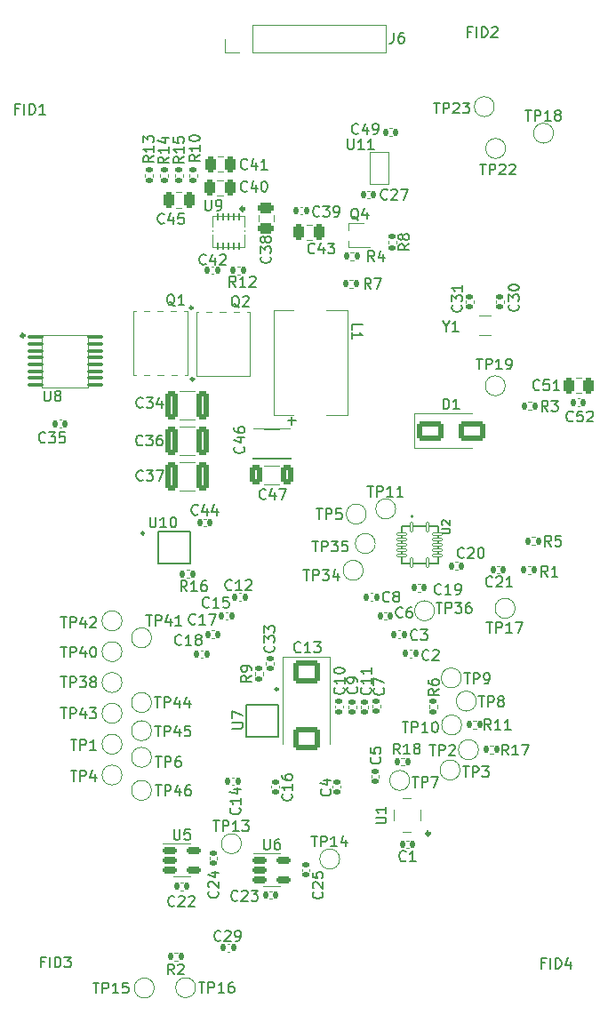
<source format=gbr>
%TF.GenerationSoftware,KiCad,Pcbnew,7.0.9*%
%TF.CreationDate,2024-01-24T17:11:56-05:00*%
%TF.ProjectId,bitaxeSupra,62697461-7865-4537-9570-72612e6b6963,rev?*%
%TF.SameCoordinates,Original*%
%TF.FileFunction,Legend,Top*%
%TF.FilePolarity,Positive*%
%FSLAX46Y46*%
G04 Gerber Fmt 4.6, Leading zero omitted, Abs format (unit mm)*
G04 Created by KiCad (PCBNEW 7.0.9) date 2024-01-24 17:11:56*
%MOMM*%
%LPD*%
G01*
G04 APERTURE LIST*
G04 Aperture macros list*
%AMRoundRect*
0 Rectangle with rounded corners*
0 $1 Rounding radius*
0 $2 $3 $4 $5 $6 $7 $8 $9 X,Y pos of 4 corners*
0 Add a 4 corners polygon primitive as box body*
4,1,4,$2,$3,$4,$5,$6,$7,$8,$9,$2,$3,0*
0 Add four circle primitives for the rounded corners*
1,1,$1+$1,$2,$3*
1,1,$1+$1,$4,$5*
1,1,$1+$1,$6,$7*
1,1,$1+$1,$8,$9*
0 Add four rect primitives between the rounded corners*
20,1,$1+$1,$2,$3,$4,$5,0*
20,1,$1+$1,$4,$5,$6,$7,0*
20,1,$1+$1,$6,$7,$8,$9,0*
20,1,$1+$1,$8,$9,$2,$3,0*%
%AMFreePoly0*
4,1,35,0.005000,-4.560000,0.003536,-4.563536,0.000000,-4.565000,-5.000000,-4.565000,-5.003536,-4.563536,-5.005000,-4.560000,-5.005000,-3.898000,-5.003536,-3.894464,-5.000000,-3.893000,-4.325000,-3.893000,-4.325000,-3.269700,-5.000000,-3.269700,-5.003536,-3.268236,-5.005000,-3.264700,-5.005000,-2.599700,-5.003536,-2.596164,-5.000000,-2.594700,-4.325000,-2.594700,-4.325000,-1.971400,-5.000000,-1.971400,
-5.003536,-1.969936,-5.005000,-1.966400,-5.005000,-1.301400,-5.003536,-1.297864,-5.000000,-1.296400,-4.325000,-1.296400,-4.325000,-0.673100,-5.000000,-0.673100,-5.003536,-0.671636,-5.005000,-0.668100,-5.005000,0.000000,-5.003536,0.003536,-5.000000,0.005000,0.005000,0.005000,0.005000,-4.560000,0.005000,-4.560000,$1*%
%AMFreePoly1*
4,1,45,-0.124646,1.700354,-0.124500,1.700000,-0.124500,1.200500,0.124500,1.200500,0.124500,1.700000,0.124646,1.700354,0.125000,1.700500,0.375000,1.700500,0.375354,1.700354,0.375500,1.700000,0.375500,1.200500,0.825000,1.200500,0.825354,1.200354,0.825500,1.200000,0.825500,-1.200000,0.825354,-1.200354,0.825000,-1.200500,0.375500,-1.200500,0.375500,-1.700000,0.375354,-1.700354,
0.375000,-1.700500,0.125000,-1.700500,0.124646,-1.700354,0.124500,-1.700000,0.124500,-1.200500,-0.124500,-1.200500,-0.124500,-1.700000,-0.124646,-1.700354,-0.125000,-1.700500,-0.375000,-1.700500,-0.375354,-1.700354,-0.375500,-1.700000,-0.375500,-1.200500,-0.825000,-1.200500,-0.825354,-1.200354,-0.825500,-1.200000,-0.825500,1.200000,-0.825354,1.200354,-0.825000,1.200500,-0.375500,1.200500,
-0.375500,1.700000,-0.375354,1.700354,-0.375000,1.700500,-0.125000,1.700500,-0.124646,1.700354,-0.124646,1.700354,$1*%
G04 Aperture macros list end*
%ADD10C,0.150000*%
%ADD11C,0.120000*%
%ADD12C,0.100000*%
%ADD13C,0.310599*%
%ADD14C,0.254165*%
%ADD15C,0.127000*%
%ADD16C,0.200000*%
%ADD17C,0.280227*%
%ADD18C,0.306982*%
%ADD19C,0.313180*%
%ADD20RoundRect,0.250000X0.250000X0.475000X-0.250000X0.475000X-0.250000X-0.475000X0.250000X-0.475000X0*%
%ADD21RoundRect,0.140000X0.140000X0.170000X-0.140000X0.170000X-0.140000X-0.170000X0.140000X-0.170000X0*%
%ADD22RoundRect,0.250000X-1.000000X-0.650000X1.000000X-0.650000X1.000000X0.650000X-1.000000X0.650000X0*%
%ADD23RoundRect,0.100000X-0.637500X-0.100000X0.637500X-0.100000X0.637500X0.100000X-0.637500X0.100000X0*%
%ADD24RoundRect,0.140000X-0.170000X0.140000X-0.170000X-0.140000X0.170000X-0.140000X0.170000X0.140000X0*%
%ADD25C,2.000000*%
%ADD26RoundRect,0.135000X-0.185000X0.135000X-0.185000X-0.135000X0.185000X-0.135000X0.185000X0.135000X0*%
%ADD27C,1.500000*%
%ADD28RoundRect,0.135000X0.185000X-0.135000X0.185000X0.135000X-0.185000X0.135000X-0.185000X-0.135000X0*%
%ADD29R,0.700000X0.450000*%
%ADD30C,3.000000*%
%ADD31RoundRect,0.135000X0.135000X0.185000X-0.135000X0.185000X-0.135000X-0.185000X0.135000X-0.185000X0*%
%ADD32RoundRect,0.250000X-0.475000X0.250000X-0.475000X-0.250000X0.475000X-0.250000X0.475000X0.250000X0*%
%ADD33RoundRect,0.250000X-0.250000X-0.475000X0.250000X-0.475000X0.250000X0.475000X-0.250000X0.475000X0*%
%ADD34R,1.168400X1.600200*%
%ADD35RoundRect,0.150000X-0.512500X-0.150000X0.512500X-0.150000X0.512500X0.150000X-0.512500X0.150000X0*%
%ADD36RoundRect,0.140000X0.170000X-0.140000X0.170000X0.140000X-0.170000X0.140000X-0.170000X-0.140000X0*%
%ADD37R,0.400000X1.100000*%
%ADD38RoundRect,0.140000X-0.140000X-0.170000X0.140000X-0.170000X0.140000X0.170000X-0.140000X0.170000X0*%
%ADD39C,0.800000*%
%ADD40C,6.000000*%
%ADD41RoundRect,0.007800X-0.122200X0.442200X-0.122200X-0.442200X0.122200X-0.442200X0.122200X0.442200X0*%
%ADD42RoundRect,0.007800X-0.442200X-0.122200X0.442200X-0.122200X0.442200X0.122200X-0.442200X0.122200X0*%
%ADD43R,2.050000X2.050000*%
%ADD44R,3.100000X2.000000*%
%ADD45R,1.100000X0.400000*%
%ADD46RoundRect,0.250000X-1.025000X0.875000X-1.025000X-0.875000X1.025000X-0.875000X1.025000X0.875000X0*%
%ADD47R,0.700000X0.800000*%
%ADD48FreePoly0,270.000000*%
%ADD49RoundRect,0.135000X-0.135000X-0.185000X0.135000X-0.185000X0.135000X0.185000X-0.135000X0.185000X0*%
%ADD50RoundRect,0.050000X-0.070000X0.250000X-0.070000X-0.250000X0.070000X-0.250000X0.070000X0.250000X0*%
%ADD51C,0.400000*%
%ADD52FreePoly1,270.000000*%
%ADD53R,1.600000X2.700000*%
%ADD54FreePoly0,90.000000*%
%ADD55RoundRect,0.250000X-0.325000X-1.100000X0.325000X-1.100000X0.325000X1.100000X-0.325000X1.100000X0*%
%ADD56R,1.100000X1.300000*%
%ADD57RoundRect,0.250000X0.325000X0.650000X-0.325000X0.650000X-0.325000X-0.650000X0.325000X-0.650000X0*%
%ADD58R,0.952500X0.558800*%
%ADD59C,1.295400*%
%ADD60C,1.574800*%
%ADD61C,0.650000*%
%ADD62O,1.800000X1.000000*%
%ADD63O,2.100000X1.000000*%
%ADD64C,0.990600*%
%ADD65O,1.700000X1.700000*%
%ADD66R,1.700000X1.700000*%
G04 APERTURE END LIST*
D10*
X106387142Y-71439580D02*
X106339523Y-71487200D01*
X106339523Y-71487200D02*
X106196666Y-71534819D01*
X106196666Y-71534819D02*
X106101428Y-71534819D01*
X106101428Y-71534819D02*
X105958571Y-71487200D01*
X105958571Y-71487200D02*
X105863333Y-71391961D01*
X105863333Y-71391961D02*
X105815714Y-71296723D01*
X105815714Y-71296723D02*
X105768095Y-71106247D01*
X105768095Y-71106247D02*
X105768095Y-70963390D01*
X105768095Y-70963390D02*
X105815714Y-70772914D01*
X105815714Y-70772914D02*
X105863333Y-70677676D01*
X105863333Y-70677676D02*
X105958571Y-70582438D01*
X105958571Y-70582438D02*
X106101428Y-70534819D01*
X106101428Y-70534819D02*
X106196666Y-70534819D01*
X106196666Y-70534819D02*
X106339523Y-70582438D01*
X106339523Y-70582438D02*
X106387142Y-70630057D01*
X107244285Y-70868152D02*
X107244285Y-71534819D01*
X107006190Y-70487200D02*
X106768095Y-71201485D01*
X106768095Y-71201485D02*
X107387142Y-71201485D01*
X107672857Y-70534819D02*
X108291904Y-70534819D01*
X108291904Y-70534819D02*
X107958571Y-70915771D01*
X107958571Y-70915771D02*
X108101428Y-70915771D01*
X108101428Y-70915771D02*
X108196666Y-70963390D01*
X108196666Y-70963390D02*
X108244285Y-71011009D01*
X108244285Y-71011009D02*
X108291904Y-71106247D01*
X108291904Y-71106247D02*
X108291904Y-71344342D01*
X108291904Y-71344342D02*
X108244285Y-71439580D01*
X108244285Y-71439580D02*
X108196666Y-71487200D01*
X108196666Y-71487200D02*
X108101428Y-71534819D01*
X108101428Y-71534819D02*
X107815714Y-71534819D01*
X107815714Y-71534819D02*
X107720476Y-71487200D01*
X107720476Y-71487200D02*
X107672857Y-71439580D01*
X118437142Y-103899580D02*
X118389523Y-103947200D01*
X118389523Y-103947200D02*
X118246666Y-103994819D01*
X118246666Y-103994819D02*
X118151428Y-103994819D01*
X118151428Y-103994819D02*
X118008571Y-103947200D01*
X118008571Y-103947200D02*
X117913333Y-103851961D01*
X117913333Y-103851961D02*
X117865714Y-103756723D01*
X117865714Y-103756723D02*
X117818095Y-103566247D01*
X117818095Y-103566247D02*
X117818095Y-103423390D01*
X117818095Y-103423390D02*
X117865714Y-103232914D01*
X117865714Y-103232914D02*
X117913333Y-103137676D01*
X117913333Y-103137676D02*
X118008571Y-103042438D01*
X118008571Y-103042438D02*
X118151428Y-102994819D01*
X118151428Y-102994819D02*
X118246666Y-102994819D01*
X118246666Y-102994819D02*
X118389523Y-103042438D01*
X118389523Y-103042438D02*
X118437142Y-103090057D01*
X119389523Y-103994819D02*
X118818095Y-103994819D01*
X119103809Y-103994819D02*
X119103809Y-102994819D01*
X119103809Y-102994819D02*
X119008571Y-103137676D01*
X119008571Y-103137676D02*
X118913333Y-103232914D01*
X118913333Y-103232914D02*
X118818095Y-103280533D01*
X119865714Y-103994819D02*
X120056190Y-103994819D01*
X120056190Y-103994819D02*
X120151428Y-103947200D01*
X120151428Y-103947200D02*
X120199047Y-103899580D01*
X120199047Y-103899580D02*
X120294285Y-103756723D01*
X120294285Y-103756723D02*
X120341904Y-103566247D01*
X120341904Y-103566247D02*
X120341904Y-103185295D01*
X120341904Y-103185295D02*
X120294285Y-103090057D01*
X120294285Y-103090057D02*
X120246666Y-103042438D01*
X120246666Y-103042438D02*
X120151428Y-102994819D01*
X120151428Y-102994819D02*
X119960952Y-102994819D01*
X119960952Y-102994819D02*
X119865714Y-103042438D01*
X119865714Y-103042438D02*
X119818095Y-103090057D01*
X119818095Y-103090057D02*
X119770476Y-103185295D01*
X119770476Y-103185295D02*
X119770476Y-103423390D01*
X119770476Y-103423390D02*
X119818095Y-103518628D01*
X119818095Y-103518628D02*
X119865714Y-103566247D01*
X119865714Y-103566247D02*
X119960952Y-103613866D01*
X119960952Y-103613866D02*
X120151428Y-103613866D01*
X120151428Y-103613866D02*
X120246666Y-103566247D01*
X120246666Y-103566247D02*
X120294285Y-103518628D01*
X120294285Y-103518628D02*
X120341904Y-103423390D01*
X118641905Y-86346819D02*
X118641905Y-85346819D01*
X118641905Y-85346819D02*
X118880000Y-85346819D01*
X118880000Y-85346819D02*
X119022857Y-85394438D01*
X119022857Y-85394438D02*
X119118095Y-85489676D01*
X119118095Y-85489676D02*
X119165714Y-85584914D01*
X119165714Y-85584914D02*
X119213333Y-85775390D01*
X119213333Y-85775390D02*
X119213333Y-85918247D01*
X119213333Y-85918247D02*
X119165714Y-86108723D01*
X119165714Y-86108723D02*
X119118095Y-86203961D01*
X119118095Y-86203961D02*
X119022857Y-86299200D01*
X119022857Y-86299200D02*
X118880000Y-86346819D01*
X118880000Y-86346819D02*
X118641905Y-86346819D01*
X120165714Y-86346819D02*
X119594286Y-86346819D01*
X119880000Y-86346819D02*
X119880000Y-85346819D01*
X119880000Y-85346819D02*
X119784762Y-85489676D01*
X119784762Y-85489676D02*
X119689524Y-85584914D01*
X119689524Y-85584914D02*
X119594286Y-85632533D01*
X80648095Y-84584819D02*
X80648095Y-85394342D01*
X80648095Y-85394342D02*
X80695714Y-85489580D01*
X80695714Y-85489580D02*
X80743333Y-85537200D01*
X80743333Y-85537200D02*
X80838571Y-85584819D01*
X80838571Y-85584819D02*
X81029047Y-85584819D01*
X81029047Y-85584819D02*
X81124285Y-85537200D01*
X81124285Y-85537200D02*
X81171904Y-85489580D01*
X81171904Y-85489580D02*
X81219523Y-85394342D01*
X81219523Y-85394342D02*
X81219523Y-84584819D01*
X81838571Y-85013390D02*
X81743333Y-84965771D01*
X81743333Y-84965771D02*
X81695714Y-84918152D01*
X81695714Y-84918152D02*
X81648095Y-84822914D01*
X81648095Y-84822914D02*
X81648095Y-84775295D01*
X81648095Y-84775295D02*
X81695714Y-84680057D01*
X81695714Y-84680057D02*
X81743333Y-84632438D01*
X81743333Y-84632438D02*
X81838571Y-84584819D01*
X81838571Y-84584819D02*
X82029047Y-84584819D01*
X82029047Y-84584819D02*
X82124285Y-84632438D01*
X82124285Y-84632438D02*
X82171904Y-84680057D01*
X82171904Y-84680057D02*
X82219523Y-84775295D01*
X82219523Y-84775295D02*
X82219523Y-84822914D01*
X82219523Y-84822914D02*
X82171904Y-84918152D01*
X82171904Y-84918152D02*
X82124285Y-84965771D01*
X82124285Y-84965771D02*
X82029047Y-85013390D01*
X82029047Y-85013390D02*
X81838571Y-85013390D01*
X81838571Y-85013390D02*
X81743333Y-85061009D01*
X81743333Y-85061009D02*
X81695714Y-85108628D01*
X81695714Y-85108628D02*
X81648095Y-85203866D01*
X81648095Y-85203866D02*
X81648095Y-85394342D01*
X81648095Y-85394342D02*
X81695714Y-85489580D01*
X81695714Y-85489580D02*
X81743333Y-85537200D01*
X81743333Y-85537200D02*
X81838571Y-85584819D01*
X81838571Y-85584819D02*
X82029047Y-85584819D01*
X82029047Y-85584819D02*
X82124285Y-85537200D01*
X82124285Y-85537200D02*
X82171904Y-85489580D01*
X82171904Y-85489580D02*
X82219523Y-85394342D01*
X82219523Y-85394342D02*
X82219523Y-85203866D01*
X82219523Y-85203866D02*
X82171904Y-85108628D01*
X82171904Y-85108628D02*
X82124285Y-85061009D01*
X82124285Y-85061009D02*
X82029047Y-85013390D01*
X112932380Y-112942666D02*
X112980000Y-112990285D01*
X112980000Y-112990285D02*
X113027619Y-113133142D01*
X113027619Y-113133142D02*
X113027619Y-113228380D01*
X113027619Y-113228380D02*
X112980000Y-113371237D01*
X112980000Y-113371237D02*
X112884761Y-113466475D01*
X112884761Y-113466475D02*
X112789523Y-113514094D01*
X112789523Y-113514094D02*
X112599047Y-113561713D01*
X112599047Y-113561713D02*
X112456190Y-113561713D01*
X112456190Y-113561713D02*
X112265714Y-113514094D01*
X112265714Y-113514094D02*
X112170476Y-113466475D01*
X112170476Y-113466475D02*
X112075238Y-113371237D01*
X112075238Y-113371237D02*
X112027619Y-113228380D01*
X112027619Y-113228380D02*
X112027619Y-113133142D01*
X112027619Y-113133142D02*
X112075238Y-112990285D01*
X112075238Y-112990285D02*
X112122857Y-112942666D01*
X112027619Y-112609332D02*
X112027619Y-111942666D01*
X112027619Y-111942666D02*
X113027619Y-112371237D01*
X121300571Y-50400009D02*
X120967238Y-50400009D01*
X120967238Y-50923819D02*
X120967238Y-49923819D01*
X120967238Y-49923819D02*
X121443428Y-49923819D01*
X121824381Y-50923819D02*
X121824381Y-49923819D01*
X122300571Y-50923819D02*
X122300571Y-49923819D01*
X122300571Y-49923819D02*
X122538666Y-49923819D01*
X122538666Y-49923819D02*
X122681523Y-49971438D01*
X122681523Y-49971438D02*
X122776761Y-50066676D01*
X122776761Y-50066676D02*
X122824380Y-50161914D01*
X122824380Y-50161914D02*
X122871999Y-50352390D01*
X122871999Y-50352390D02*
X122871999Y-50495247D01*
X122871999Y-50495247D02*
X122824380Y-50685723D01*
X122824380Y-50685723D02*
X122776761Y-50780961D01*
X122776761Y-50780961D02*
X122681523Y-50876200D01*
X122681523Y-50876200D02*
X122538666Y-50923819D01*
X122538666Y-50923819D02*
X122300571Y-50923819D01*
X123252952Y-50019057D02*
X123300571Y-49971438D01*
X123300571Y-49971438D02*
X123395809Y-49923819D01*
X123395809Y-49923819D02*
X123633904Y-49923819D01*
X123633904Y-49923819D02*
X123729142Y-49971438D01*
X123729142Y-49971438D02*
X123776761Y-50019057D01*
X123776761Y-50019057D02*
X123824380Y-50114295D01*
X123824380Y-50114295D02*
X123824380Y-50209533D01*
X123824380Y-50209533D02*
X123776761Y-50352390D01*
X123776761Y-50352390D02*
X123205333Y-50923819D01*
X123205333Y-50923819D02*
X123824380Y-50923819D01*
X128330571Y-139104009D02*
X127997238Y-139104009D01*
X127997238Y-139627819D02*
X127997238Y-138627819D01*
X127997238Y-138627819D02*
X128473428Y-138627819D01*
X128854381Y-139627819D02*
X128854381Y-138627819D01*
X129330571Y-139627819D02*
X129330571Y-138627819D01*
X129330571Y-138627819D02*
X129568666Y-138627819D01*
X129568666Y-138627819D02*
X129711523Y-138675438D01*
X129711523Y-138675438D02*
X129806761Y-138770676D01*
X129806761Y-138770676D02*
X129854380Y-138865914D01*
X129854380Y-138865914D02*
X129901999Y-139056390D01*
X129901999Y-139056390D02*
X129901999Y-139199247D01*
X129901999Y-139199247D02*
X129854380Y-139389723D01*
X129854380Y-139389723D02*
X129806761Y-139484961D01*
X129806761Y-139484961D02*
X129711523Y-139580200D01*
X129711523Y-139580200D02*
X129568666Y-139627819D01*
X129568666Y-139627819D02*
X129330571Y-139627819D01*
X130759142Y-138961152D02*
X130759142Y-139627819D01*
X130521047Y-138580200D02*
X130282952Y-139294485D01*
X130282952Y-139294485D02*
X130901999Y-139294485D01*
X91074819Y-62222857D02*
X90598628Y-62556190D01*
X91074819Y-62794285D02*
X90074819Y-62794285D01*
X90074819Y-62794285D02*
X90074819Y-62413333D01*
X90074819Y-62413333D02*
X90122438Y-62318095D01*
X90122438Y-62318095D02*
X90170057Y-62270476D01*
X90170057Y-62270476D02*
X90265295Y-62222857D01*
X90265295Y-62222857D02*
X90408152Y-62222857D01*
X90408152Y-62222857D02*
X90503390Y-62270476D01*
X90503390Y-62270476D02*
X90551009Y-62318095D01*
X90551009Y-62318095D02*
X90598628Y-62413333D01*
X90598628Y-62413333D02*
X90598628Y-62794285D01*
X91074819Y-61270476D02*
X91074819Y-61841904D01*
X91074819Y-61556190D02*
X90074819Y-61556190D01*
X90074819Y-61556190D02*
X90217676Y-61651428D01*
X90217676Y-61651428D02*
X90312914Y-61746666D01*
X90312914Y-61746666D02*
X90360533Y-61841904D01*
X90074819Y-60937142D02*
X90074819Y-60318095D01*
X90074819Y-60318095D02*
X90455771Y-60651428D01*
X90455771Y-60651428D02*
X90455771Y-60508571D01*
X90455771Y-60508571D02*
X90503390Y-60413333D01*
X90503390Y-60413333D02*
X90551009Y-60365714D01*
X90551009Y-60365714D02*
X90646247Y-60318095D01*
X90646247Y-60318095D02*
X90884342Y-60318095D01*
X90884342Y-60318095D02*
X90979580Y-60365714D01*
X90979580Y-60365714D02*
X91027200Y-60413333D01*
X91027200Y-60413333D02*
X91074819Y-60508571D01*
X91074819Y-60508571D02*
X91074819Y-60794285D01*
X91074819Y-60794285D02*
X91027200Y-60889523D01*
X91027200Y-60889523D02*
X90979580Y-60937142D01*
X106568095Y-95824819D02*
X107139523Y-95824819D01*
X106853809Y-96824819D02*
X106853809Y-95824819D01*
X107472857Y-96824819D02*
X107472857Y-95824819D01*
X107472857Y-95824819D02*
X107853809Y-95824819D01*
X107853809Y-95824819D02*
X107949047Y-95872438D01*
X107949047Y-95872438D02*
X107996666Y-95920057D01*
X107996666Y-95920057D02*
X108044285Y-96015295D01*
X108044285Y-96015295D02*
X108044285Y-96158152D01*
X108044285Y-96158152D02*
X107996666Y-96253390D01*
X107996666Y-96253390D02*
X107949047Y-96301009D01*
X107949047Y-96301009D02*
X107853809Y-96348628D01*
X107853809Y-96348628D02*
X107472857Y-96348628D01*
X108949047Y-95824819D02*
X108472857Y-95824819D01*
X108472857Y-95824819D02*
X108425238Y-96301009D01*
X108425238Y-96301009D02*
X108472857Y-96253390D01*
X108472857Y-96253390D02*
X108568095Y-96205771D01*
X108568095Y-96205771D02*
X108806190Y-96205771D01*
X108806190Y-96205771D02*
X108901428Y-96253390D01*
X108901428Y-96253390D02*
X108949047Y-96301009D01*
X108949047Y-96301009D02*
X108996666Y-96396247D01*
X108996666Y-96396247D02*
X108996666Y-96634342D01*
X108996666Y-96634342D02*
X108949047Y-96729580D01*
X108949047Y-96729580D02*
X108901428Y-96777200D01*
X108901428Y-96777200D02*
X108806190Y-96824819D01*
X108806190Y-96824819D02*
X108568095Y-96824819D01*
X108568095Y-96824819D02*
X108472857Y-96777200D01*
X108472857Y-96777200D02*
X108425238Y-96729580D01*
X80654571Y-139000009D02*
X80321238Y-139000009D01*
X80321238Y-139523819D02*
X80321238Y-138523819D01*
X80321238Y-138523819D02*
X80797428Y-138523819D01*
X81178381Y-139523819D02*
X81178381Y-138523819D01*
X81654571Y-139523819D02*
X81654571Y-138523819D01*
X81654571Y-138523819D02*
X81892666Y-138523819D01*
X81892666Y-138523819D02*
X82035523Y-138571438D01*
X82035523Y-138571438D02*
X82130761Y-138666676D01*
X82130761Y-138666676D02*
X82178380Y-138761914D01*
X82178380Y-138761914D02*
X82225999Y-138952390D01*
X82225999Y-138952390D02*
X82225999Y-139095247D01*
X82225999Y-139095247D02*
X82178380Y-139285723D01*
X82178380Y-139285723D02*
X82130761Y-139380961D01*
X82130761Y-139380961D02*
X82035523Y-139476200D01*
X82035523Y-139476200D02*
X81892666Y-139523819D01*
X81892666Y-139523819D02*
X81654571Y-139523819D01*
X82559333Y-138523819D02*
X83178380Y-138523819D01*
X83178380Y-138523819D02*
X82845047Y-138904771D01*
X82845047Y-138904771D02*
X82987904Y-138904771D01*
X82987904Y-138904771D02*
X83083142Y-138952390D01*
X83083142Y-138952390D02*
X83130761Y-139000009D01*
X83130761Y-139000009D02*
X83178380Y-139095247D01*
X83178380Y-139095247D02*
X83178380Y-139333342D01*
X83178380Y-139333342D02*
X83130761Y-139428580D01*
X83130761Y-139428580D02*
X83083142Y-139476200D01*
X83083142Y-139476200D02*
X82987904Y-139523819D01*
X82987904Y-139523819D02*
X82702190Y-139523819D01*
X82702190Y-139523819D02*
X82606952Y-139476200D01*
X82606952Y-139476200D02*
X82559333Y-139428580D01*
X118214819Y-113026666D02*
X117738628Y-113359999D01*
X118214819Y-113598094D02*
X117214819Y-113598094D01*
X117214819Y-113598094D02*
X117214819Y-113217142D01*
X117214819Y-113217142D02*
X117262438Y-113121904D01*
X117262438Y-113121904D02*
X117310057Y-113074285D01*
X117310057Y-113074285D02*
X117405295Y-113026666D01*
X117405295Y-113026666D02*
X117548152Y-113026666D01*
X117548152Y-113026666D02*
X117643390Y-113074285D01*
X117643390Y-113074285D02*
X117691009Y-113121904D01*
X117691009Y-113121904D02*
X117738628Y-113217142D01*
X117738628Y-113217142D02*
X117738628Y-113598094D01*
X117214819Y-112169523D02*
X117214819Y-112359999D01*
X117214819Y-112359999D02*
X117262438Y-112455237D01*
X117262438Y-112455237D02*
X117310057Y-112502856D01*
X117310057Y-112502856D02*
X117452914Y-112598094D01*
X117452914Y-112598094D02*
X117643390Y-112645713D01*
X117643390Y-112645713D02*
X118024342Y-112645713D01*
X118024342Y-112645713D02*
X118119580Y-112598094D01*
X118119580Y-112598094D02*
X118167200Y-112550475D01*
X118167200Y-112550475D02*
X118214819Y-112455237D01*
X118214819Y-112455237D02*
X118214819Y-112264761D01*
X118214819Y-112264761D02*
X118167200Y-112169523D01*
X118167200Y-112169523D02*
X118119580Y-112121904D01*
X118119580Y-112121904D02*
X118024342Y-112074285D01*
X118024342Y-112074285D02*
X117786247Y-112074285D01*
X117786247Y-112074285D02*
X117691009Y-112121904D01*
X117691009Y-112121904D02*
X117643390Y-112169523D01*
X117643390Y-112169523D02*
X117595771Y-112264761D01*
X117595771Y-112264761D02*
X117595771Y-112455237D01*
X117595771Y-112455237D02*
X117643390Y-112550475D01*
X117643390Y-112550475D02*
X117691009Y-112598094D01*
X117691009Y-112598094D02*
X117786247Y-112645713D01*
X115083333Y-129329580D02*
X115035714Y-129377200D01*
X115035714Y-129377200D02*
X114892857Y-129424819D01*
X114892857Y-129424819D02*
X114797619Y-129424819D01*
X114797619Y-129424819D02*
X114654762Y-129377200D01*
X114654762Y-129377200D02*
X114559524Y-129281961D01*
X114559524Y-129281961D02*
X114511905Y-129186723D01*
X114511905Y-129186723D02*
X114464286Y-128996247D01*
X114464286Y-128996247D02*
X114464286Y-128853390D01*
X114464286Y-128853390D02*
X114511905Y-128662914D01*
X114511905Y-128662914D02*
X114559524Y-128567676D01*
X114559524Y-128567676D02*
X114654762Y-128472438D01*
X114654762Y-128472438D02*
X114797619Y-128424819D01*
X114797619Y-128424819D02*
X114892857Y-128424819D01*
X114892857Y-128424819D02*
X115035714Y-128472438D01*
X115035714Y-128472438D02*
X115083333Y-128520057D01*
X116035714Y-129424819D02*
X115464286Y-129424819D01*
X115750000Y-129424819D02*
X115750000Y-128424819D01*
X115750000Y-128424819D02*
X115654762Y-128567676D01*
X115654762Y-128567676D02*
X115559524Y-128662914D01*
X115559524Y-128662914D02*
X115464286Y-128710533D01*
X82211905Y-111840819D02*
X82783333Y-111840819D01*
X82497619Y-112840819D02*
X82497619Y-111840819D01*
X83116667Y-112840819D02*
X83116667Y-111840819D01*
X83116667Y-111840819D02*
X83497619Y-111840819D01*
X83497619Y-111840819D02*
X83592857Y-111888438D01*
X83592857Y-111888438D02*
X83640476Y-111936057D01*
X83640476Y-111936057D02*
X83688095Y-112031295D01*
X83688095Y-112031295D02*
X83688095Y-112174152D01*
X83688095Y-112174152D02*
X83640476Y-112269390D01*
X83640476Y-112269390D02*
X83592857Y-112317009D01*
X83592857Y-112317009D02*
X83497619Y-112364628D01*
X83497619Y-112364628D02*
X83116667Y-112364628D01*
X84021429Y-111840819D02*
X84640476Y-111840819D01*
X84640476Y-111840819D02*
X84307143Y-112221771D01*
X84307143Y-112221771D02*
X84450000Y-112221771D01*
X84450000Y-112221771D02*
X84545238Y-112269390D01*
X84545238Y-112269390D02*
X84592857Y-112317009D01*
X84592857Y-112317009D02*
X84640476Y-112412247D01*
X84640476Y-112412247D02*
X84640476Y-112650342D01*
X84640476Y-112650342D02*
X84592857Y-112745580D01*
X84592857Y-112745580D02*
X84545238Y-112793200D01*
X84545238Y-112793200D02*
X84450000Y-112840819D01*
X84450000Y-112840819D02*
X84164286Y-112840819D01*
X84164286Y-112840819D02*
X84069048Y-112793200D01*
X84069048Y-112793200D02*
X84021429Y-112745580D01*
X85211905Y-112269390D02*
X85116667Y-112221771D01*
X85116667Y-112221771D02*
X85069048Y-112174152D01*
X85069048Y-112174152D02*
X85021429Y-112078914D01*
X85021429Y-112078914D02*
X85021429Y-112031295D01*
X85021429Y-112031295D02*
X85069048Y-111936057D01*
X85069048Y-111936057D02*
X85116667Y-111888438D01*
X85116667Y-111888438D02*
X85211905Y-111840819D01*
X85211905Y-111840819D02*
X85402381Y-111840819D01*
X85402381Y-111840819D02*
X85497619Y-111888438D01*
X85497619Y-111888438D02*
X85545238Y-111936057D01*
X85545238Y-111936057D02*
X85592857Y-112031295D01*
X85592857Y-112031295D02*
X85592857Y-112078914D01*
X85592857Y-112078914D02*
X85545238Y-112174152D01*
X85545238Y-112174152D02*
X85497619Y-112221771D01*
X85497619Y-112221771D02*
X85402381Y-112269390D01*
X85402381Y-112269390D02*
X85211905Y-112269390D01*
X85211905Y-112269390D02*
X85116667Y-112317009D01*
X85116667Y-112317009D02*
X85069048Y-112364628D01*
X85069048Y-112364628D02*
X85021429Y-112459866D01*
X85021429Y-112459866D02*
X85021429Y-112650342D01*
X85021429Y-112650342D02*
X85069048Y-112745580D01*
X85069048Y-112745580D02*
X85116667Y-112793200D01*
X85116667Y-112793200D02*
X85211905Y-112840819D01*
X85211905Y-112840819D02*
X85402381Y-112840819D01*
X85402381Y-112840819D02*
X85497619Y-112793200D01*
X85497619Y-112793200D02*
X85545238Y-112745580D01*
X85545238Y-112745580D02*
X85592857Y-112650342D01*
X85592857Y-112650342D02*
X85592857Y-112459866D01*
X85592857Y-112459866D02*
X85545238Y-112364628D01*
X85545238Y-112364628D02*
X85497619Y-112317009D01*
X85497619Y-112317009D02*
X85402381Y-112269390D01*
X110584761Y-68330057D02*
X110489523Y-68282438D01*
X110489523Y-68282438D02*
X110394285Y-68187200D01*
X110394285Y-68187200D02*
X110251428Y-68044342D01*
X110251428Y-68044342D02*
X110156190Y-67996723D01*
X110156190Y-67996723D02*
X110060952Y-67996723D01*
X110108571Y-68234819D02*
X110013333Y-68187200D01*
X110013333Y-68187200D02*
X109918095Y-68091961D01*
X109918095Y-68091961D02*
X109870476Y-67901485D01*
X109870476Y-67901485D02*
X109870476Y-67568152D01*
X109870476Y-67568152D02*
X109918095Y-67377676D01*
X109918095Y-67377676D02*
X110013333Y-67282438D01*
X110013333Y-67282438D02*
X110108571Y-67234819D01*
X110108571Y-67234819D02*
X110299047Y-67234819D01*
X110299047Y-67234819D02*
X110394285Y-67282438D01*
X110394285Y-67282438D02*
X110489523Y-67377676D01*
X110489523Y-67377676D02*
X110537142Y-67568152D01*
X110537142Y-67568152D02*
X110537142Y-67901485D01*
X110537142Y-67901485D02*
X110489523Y-68091961D01*
X110489523Y-68091961D02*
X110394285Y-68187200D01*
X110394285Y-68187200D02*
X110299047Y-68234819D01*
X110299047Y-68234819D02*
X110108571Y-68234819D01*
X111394285Y-67568152D02*
X111394285Y-68234819D01*
X111156190Y-67187200D02*
X110918095Y-67901485D01*
X110918095Y-67901485D02*
X111537142Y-67901485D01*
X99974142Y-63404380D02*
X99926523Y-63452000D01*
X99926523Y-63452000D02*
X99783666Y-63499619D01*
X99783666Y-63499619D02*
X99688428Y-63499619D01*
X99688428Y-63499619D02*
X99545571Y-63452000D01*
X99545571Y-63452000D02*
X99450333Y-63356761D01*
X99450333Y-63356761D02*
X99402714Y-63261523D01*
X99402714Y-63261523D02*
X99355095Y-63071047D01*
X99355095Y-63071047D02*
X99355095Y-62928190D01*
X99355095Y-62928190D02*
X99402714Y-62737714D01*
X99402714Y-62737714D02*
X99450333Y-62642476D01*
X99450333Y-62642476D02*
X99545571Y-62547238D01*
X99545571Y-62547238D02*
X99688428Y-62499619D01*
X99688428Y-62499619D02*
X99783666Y-62499619D01*
X99783666Y-62499619D02*
X99926523Y-62547238D01*
X99926523Y-62547238D02*
X99974142Y-62594857D01*
X100831285Y-62832952D02*
X100831285Y-63499619D01*
X100593190Y-62452000D02*
X100355095Y-63166285D01*
X100355095Y-63166285D02*
X100974142Y-63166285D01*
X101878904Y-63499619D02*
X101307476Y-63499619D01*
X101593190Y-63499619D02*
X101593190Y-62499619D01*
X101593190Y-62499619D02*
X101497952Y-62642476D01*
X101497952Y-62642476D02*
X101402714Y-62737714D01*
X101402714Y-62737714D02*
X101307476Y-62785333D01*
X121819905Y-81533819D02*
X122391333Y-81533819D01*
X122105619Y-82533819D02*
X122105619Y-81533819D01*
X122724667Y-82533819D02*
X122724667Y-81533819D01*
X122724667Y-81533819D02*
X123105619Y-81533819D01*
X123105619Y-81533819D02*
X123200857Y-81581438D01*
X123200857Y-81581438D02*
X123248476Y-81629057D01*
X123248476Y-81629057D02*
X123296095Y-81724295D01*
X123296095Y-81724295D02*
X123296095Y-81867152D01*
X123296095Y-81867152D02*
X123248476Y-81962390D01*
X123248476Y-81962390D02*
X123200857Y-82010009D01*
X123200857Y-82010009D02*
X123105619Y-82057628D01*
X123105619Y-82057628D02*
X122724667Y-82057628D01*
X124248476Y-82533819D02*
X123677048Y-82533819D01*
X123962762Y-82533819D02*
X123962762Y-81533819D01*
X123962762Y-81533819D02*
X123867524Y-81676676D01*
X123867524Y-81676676D02*
X123772286Y-81771914D01*
X123772286Y-81771914D02*
X123677048Y-81819533D01*
X124724667Y-82533819D02*
X124915143Y-82533819D01*
X124915143Y-82533819D02*
X125010381Y-82486200D01*
X125010381Y-82486200D02*
X125058000Y-82438580D01*
X125058000Y-82438580D02*
X125153238Y-82295723D01*
X125153238Y-82295723D02*
X125200857Y-82105247D01*
X125200857Y-82105247D02*
X125200857Y-81724295D01*
X125200857Y-81724295D02*
X125153238Y-81629057D01*
X125153238Y-81629057D02*
X125105619Y-81581438D01*
X125105619Y-81581438D02*
X125010381Y-81533819D01*
X125010381Y-81533819D02*
X124819905Y-81533819D01*
X124819905Y-81533819D02*
X124724667Y-81581438D01*
X124724667Y-81581438D02*
X124677048Y-81629057D01*
X124677048Y-81629057D02*
X124629429Y-81724295D01*
X124629429Y-81724295D02*
X124629429Y-81962390D01*
X124629429Y-81962390D02*
X124677048Y-82057628D01*
X124677048Y-82057628D02*
X124724667Y-82105247D01*
X124724667Y-82105247D02*
X124819905Y-82152866D01*
X124819905Y-82152866D02*
X125010381Y-82152866D01*
X125010381Y-82152866D02*
X125105619Y-82105247D01*
X125105619Y-82105247D02*
X125153238Y-82057628D01*
X125153238Y-82057628D02*
X125200857Y-81962390D01*
X115394819Y-70606666D02*
X114918628Y-70939999D01*
X115394819Y-71178094D02*
X114394819Y-71178094D01*
X114394819Y-71178094D02*
X114394819Y-70797142D01*
X114394819Y-70797142D02*
X114442438Y-70701904D01*
X114442438Y-70701904D02*
X114490057Y-70654285D01*
X114490057Y-70654285D02*
X114585295Y-70606666D01*
X114585295Y-70606666D02*
X114728152Y-70606666D01*
X114728152Y-70606666D02*
X114823390Y-70654285D01*
X114823390Y-70654285D02*
X114871009Y-70701904D01*
X114871009Y-70701904D02*
X114918628Y-70797142D01*
X114918628Y-70797142D02*
X114918628Y-71178094D01*
X114823390Y-70035237D02*
X114775771Y-70130475D01*
X114775771Y-70130475D02*
X114728152Y-70178094D01*
X114728152Y-70178094D02*
X114632914Y-70225713D01*
X114632914Y-70225713D02*
X114585295Y-70225713D01*
X114585295Y-70225713D02*
X114490057Y-70178094D01*
X114490057Y-70178094D02*
X114442438Y-70130475D01*
X114442438Y-70130475D02*
X114394819Y-70035237D01*
X114394819Y-70035237D02*
X114394819Y-69844761D01*
X114394819Y-69844761D02*
X114442438Y-69749523D01*
X114442438Y-69749523D02*
X114490057Y-69701904D01*
X114490057Y-69701904D02*
X114585295Y-69654285D01*
X114585295Y-69654285D02*
X114632914Y-69654285D01*
X114632914Y-69654285D02*
X114728152Y-69701904D01*
X114728152Y-69701904D02*
X114775771Y-69749523D01*
X114775771Y-69749523D02*
X114823390Y-69844761D01*
X114823390Y-69844761D02*
X114823390Y-70035237D01*
X114823390Y-70035237D02*
X114871009Y-70130475D01*
X114871009Y-70130475D02*
X114918628Y-70178094D01*
X114918628Y-70178094D02*
X115013866Y-70225713D01*
X115013866Y-70225713D02*
X115204342Y-70225713D01*
X115204342Y-70225713D02*
X115299580Y-70178094D01*
X115299580Y-70178094D02*
X115347200Y-70130475D01*
X115347200Y-70130475D02*
X115394819Y-70035237D01*
X115394819Y-70035237D02*
X115394819Y-69844761D01*
X115394819Y-69844761D02*
X115347200Y-69749523D01*
X115347200Y-69749523D02*
X115299580Y-69701904D01*
X115299580Y-69701904D02*
X115204342Y-69654285D01*
X115204342Y-69654285D02*
X115013866Y-69654285D01*
X115013866Y-69654285D02*
X114918628Y-69701904D01*
X114918628Y-69701904D02*
X114871009Y-69749523D01*
X114871009Y-69749523D02*
X114823390Y-69844761D01*
X116173333Y-108249580D02*
X116125714Y-108297200D01*
X116125714Y-108297200D02*
X115982857Y-108344819D01*
X115982857Y-108344819D02*
X115887619Y-108344819D01*
X115887619Y-108344819D02*
X115744762Y-108297200D01*
X115744762Y-108297200D02*
X115649524Y-108201961D01*
X115649524Y-108201961D02*
X115601905Y-108106723D01*
X115601905Y-108106723D02*
X115554286Y-107916247D01*
X115554286Y-107916247D02*
X115554286Y-107773390D01*
X115554286Y-107773390D02*
X115601905Y-107582914D01*
X115601905Y-107582914D02*
X115649524Y-107487676D01*
X115649524Y-107487676D02*
X115744762Y-107392438D01*
X115744762Y-107392438D02*
X115887619Y-107344819D01*
X115887619Y-107344819D02*
X115982857Y-107344819D01*
X115982857Y-107344819D02*
X116125714Y-107392438D01*
X116125714Y-107392438D02*
X116173333Y-107440057D01*
X116506667Y-107344819D02*
X117125714Y-107344819D01*
X117125714Y-107344819D02*
X116792381Y-107725771D01*
X116792381Y-107725771D02*
X116935238Y-107725771D01*
X116935238Y-107725771D02*
X117030476Y-107773390D01*
X117030476Y-107773390D02*
X117078095Y-107821009D01*
X117078095Y-107821009D02*
X117125714Y-107916247D01*
X117125714Y-107916247D02*
X117125714Y-108154342D01*
X117125714Y-108154342D02*
X117078095Y-108249580D01*
X117078095Y-108249580D02*
X117030476Y-108297200D01*
X117030476Y-108297200D02*
X116935238Y-108344819D01*
X116935238Y-108344819D02*
X116649524Y-108344819D01*
X116649524Y-108344819D02*
X116554286Y-108297200D01*
X116554286Y-108297200D02*
X116506667Y-108249580D01*
X128935333Y-99403819D02*
X128602000Y-98927628D01*
X128363905Y-99403819D02*
X128363905Y-98403819D01*
X128363905Y-98403819D02*
X128744857Y-98403819D01*
X128744857Y-98403819D02*
X128840095Y-98451438D01*
X128840095Y-98451438D02*
X128887714Y-98499057D01*
X128887714Y-98499057D02*
X128935333Y-98594295D01*
X128935333Y-98594295D02*
X128935333Y-98737152D01*
X128935333Y-98737152D02*
X128887714Y-98832390D01*
X128887714Y-98832390D02*
X128840095Y-98880009D01*
X128840095Y-98880009D02*
X128744857Y-98927628D01*
X128744857Y-98927628D02*
X128363905Y-98927628D01*
X129840095Y-98403819D02*
X129363905Y-98403819D01*
X129363905Y-98403819D02*
X129316286Y-98880009D01*
X129316286Y-98880009D02*
X129363905Y-98832390D01*
X129363905Y-98832390D02*
X129459143Y-98784771D01*
X129459143Y-98784771D02*
X129697238Y-98784771D01*
X129697238Y-98784771D02*
X129792476Y-98832390D01*
X129792476Y-98832390D02*
X129840095Y-98880009D01*
X129840095Y-98880009D02*
X129887714Y-98975247D01*
X129887714Y-98975247D02*
X129887714Y-99213342D01*
X129887714Y-99213342D02*
X129840095Y-99308580D01*
X129840095Y-99308580D02*
X129792476Y-99356200D01*
X129792476Y-99356200D02*
X129697238Y-99403819D01*
X129697238Y-99403819D02*
X129459143Y-99403819D01*
X129459143Y-99403819D02*
X129363905Y-99356200D01*
X129363905Y-99356200D02*
X129316286Y-99308580D01*
X102147580Y-71815857D02*
X102195200Y-71863476D01*
X102195200Y-71863476D02*
X102242819Y-72006333D01*
X102242819Y-72006333D02*
X102242819Y-72101571D01*
X102242819Y-72101571D02*
X102195200Y-72244428D01*
X102195200Y-72244428D02*
X102099961Y-72339666D01*
X102099961Y-72339666D02*
X102004723Y-72387285D01*
X102004723Y-72387285D02*
X101814247Y-72434904D01*
X101814247Y-72434904D02*
X101671390Y-72434904D01*
X101671390Y-72434904D02*
X101480914Y-72387285D01*
X101480914Y-72387285D02*
X101385676Y-72339666D01*
X101385676Y-72339666D02*
X101290438Y-72244428D01*
X101290438Y-72244428D02*
X101242819Y-72101571D01*
X101242819Y-72101571D02*
X101242819Y-72006333D01*
X101242819Y-72006333D02*
X101290438Y-71863476D01*
X101290438Y-71863476D02*
X101338057Y-71815857D01*
X101242819Y-71482523D02*
X101242819Y-70863476D01*
X101242819Y-70863476D02*
X101623771Y-71196809D01*
X101623771Y-71196809D02*
X101623771Y-71053952D01*
X101623771Y-71053952D02*
X101671390Y-70958714D01*
X101671390Y-70958714D02*
X101719009Y-70911095D01*
X101719009Y-70911095D02*
X101814247Y-70863476D01*
X101814247Y-70863476D02*
X102052342Y-70863476D01*
X102052342Y-70863476D02*
X102147580Y-70911095D01*
X102147580Y-70911095D02*
X102195200Y-70958714D01*
X102195200Y-70958714D02*
X102242819Y-71053952D01*
X102242819Y-71053952D02*
X102242819Y-71339666D01*
X102242819Y-71339666D02*
X102195200Y-71434904D01*
X102195200Y-71434904D02*
X102147580Y-71482523D01*
X101671390Y-70292047D02*
X101623771Y-70387285D01*
X101623771Y-70387285D02*
X101576152Y-70434904D01*
X101576152Y-70434904D02*
X101480914Y-70482523D01*
X101480914Y-70482523D02*
X101433295Y-70482523D01*
X101433295Y-70482523D02*
X101338057Y-70434904D01*
X101338057Y-70434904D02*
X101290438Y-70387285D01*
X101290438Y-70387285D02*
X101242819Y-70292047D01*
X101242819Y-70292047D02*
X101242819Y-70101571D01*
X101242819Y-70101571D02*
X101290438Y-70006333D01*
X101290438Y-70006333D02*
X101338057Y-69958714D01*
X101338057Y-69958714D02*
X101433295Y-69911095D01*
X101433295Y-69911095D02*
X101480914Y-69911095D01*
X101480914Y-69911095D02*
X101576152Y-69958714D01*
X101576152Y-69958714D02*
X101623771Y-70006333D01*
X101623771Y-70006333D02*
X101671390Y-70101571D01*
X101671390Y-70101571D02*
X101671390Y-70292047D01*
X101671390Y-70292047D02*
X101719009Y-70387285D01*
X101719009Y-70387285D02*
X101766628Y-70434904D01*
X101766628Y-70434904D02*
X101861866Y-70482523D01*
X101861866Y-70482523D02*
X102052342Y-70482523D01*
X102052342Y-70482523D02*
X102147580Y-70434904D01*
X102147580Y-70434904D02*
X102195200Y-70387285D01*
X102195200Y-70387285D02*
X102242819Y-70292047D01*
X102242819Y-70292047D02*
X102242819Y-70101571D01*
X102242819Y-70101571D02*
X102195200Y-70006333D01*
X102195200Y-70006333D02*
X102147580Y-69958714D01*
X102147580Y-69958714D02*
X102052342Y-69911095D01*
X102052342Y-69911095D02*
X101861866Y-69911095D01*
X101861866Y-69911095D02*
X101766628Y-69958714D01*
X101766628Y-69958714D02*
X101719009Y-70006333D01*
X101719009Y-70006333D02*
X101671390Y-70101571D01*
X106186905Y-98901040D02*
X106758333Y-98901040D01*
X106472619Y-99901040D02*
X106472619Y-98901040D01*
X107091667Y-99901040D02*
X107091667Y-98901040D01*
X107091667Y-98901040D02*
X107472619Y-98901040D01*
X107472619Y-98901040D02*
X107567857Y-98948659D01*
X107567857Y-98948659D02*
X107615476Y-98996278D01*
X107615476Y-98996278D02*
X107663095Y-99091516D01*
X107663095Y-99091516D02*
X107663095Y-99234373D01*
X107663095Y-99234373D02*
X107615476Y-99329611D01*
X107615476Y-99329611D02*
X107567857Y-99377230D01*
X107567857Y-99377230D02*
X107472619Y-99424849D01*
X107472619Y-99424849D02*
X107091667Y-99424849D01*
X107996429Y-98901040D02*
X108615476Y-98901040D01*
X108615476Y-98901040D02*
X108282143Y-99281992D01*
X108282143Y-99281992D02*
X108425000Y-99281992D01*
X108425000Y-99281992D02*
X108520238Y-99329611D01*
X108520238Y-99329611D02*
X108567857Y-99377230D01*
X108567857Y-99377230D02*
X108615476Y-99472468D01*
X108615476Y-99472468D02*
X108615476Y-99710563D01*
X108615476Y-99710563D02*
X108567857Y-99805801D01*
X108567857Y-99805801D02*
X108520238Y-99853421D01*
X108520238Y-99853421D02*
X108425000Y-99901040D01*
X108425000Y-99901040D02*
X108139286Y-99901040D01*
X108139286Y-99901040D02*
X108044048Y-99853421D01*
X108044048Y-99853421D02*
X107996429Y-99805801D01*
X109520238Y-98901040D02*
X109044048Y-98901040D01*
X109044048Y-98901040D02*
X108996429Y-99377230D01*
X108996429Y-99377230D02*
X109044048Y-99329611D01*
X109044048Y-99329611D02*
X109139286Y-99281992D01*
X109139286Y-99281992D02*
X109377381Y-99281992D01*
X109377381Y-99281992D02*
X109472619Y-99329611D01*
X109472619Y-99329611D02*
X109520238Y-99377230D01*
X109520238Y-99377230D02*
X109567857Y-99472468D01*
X109567857Y-99472468D02*
X109567857Y-99710563D01*
X109567857Y-99710563D02*
X109520238Y-99805801D01*
X109520238Y-99805801D02*
X109472619Y-99853421D01*
X109472619Y-99853421D02*
X109377381Y-99901040D01*
X109377381Y-99901040D02*
X109139286Y-99901040D01*
X109139286Y-99901040D02*
X109044048Y-99853421D01*
X109044048Y-99853421D02*
X108996429Y-99805801D01*
X107109580Y-132352857D02*
X107157200Y-132400476D01*
X107157200Y-132400476D02*
X107204819Y-132543333D01*
X107204819Y-132543333D02*
X107204819Y-132638571D01*
X107204819Y-132638571D02*
X107157200Y-132781428D01*
X107157200Y-132781428D02*
X107061961Y-132876666D01*
X107061961Y-132876666D02*
X106966723Y-132924285D01*
X106966723Y-132924285D02*
X106776247Y-132971904D01*
X106776247Y-132971904D02*
X106633390Y-132971904D01*
X106633390Y-132971904D02*
X106442914Y-132924285D01*
X106442914Y-132924285D02*
X106347676Y-132876666D01*
X106347676Y-132876666D02*
X106252438Y-132781428D01*
X106252438Y-132781428D02*
X106204819Y-132638571D01*
X106204819Y-132638571D02*
X106204819Y-132543333D01*
X106204819Y-132543333D02*
X106252438Y-132400476D01*
X106252438Y-132400476D02*
X106300057Y-132352857D01*
X106300057Y-131971904D02*
X106252438Y-131924285D01*
X106252438Y-131924285D02*
X106204819Y-131829047D01*
X106204819Y-131829047D02*
X106204819Y-131590952D01*
X106204819Y-131590952D02*
X106252438Y-131495714D01*
X106252438Y-131495714D02*
X106300057Y-131448095D01*
X106300057Y-131448095D02*
X106395295Y-131400476D01*
X106395295Y-131400476D02*
X106490533Y-131400476D01*
X106490533Y-131400476D02*
X106633390Y-131448095D01*
X106633390Y-131448095D02*
X107204819Y-132019523D01*
X107204819Y-132019523D02*
X107204819Y-131400476D01*
X106204819Y-130495714D02*
X106204819Y-130971904D01*
X106204819Y-130971904D02*
X106681009Y-131019523D01*
X106681009Y-131019523D02*
X106633390Y-130971904D01*
X106633390Y-130971904D02*
X106585771Y-130876666D01*
X106585771Y-130876666D02*
X106585771Y-130638571D01*
X106585771Y-130638571D02*
X106633390Y-130543333D01*
X106633390Y-130543333D02*
X106681009Y-130495714D01*
X106681009Y-130495714D02*
X106776247Y-130448095D01*
X106776247Y-130448095D02*
X107014342Y-130448095D01*
X107014342Y-130448095D02*
X107109580Y-130495714D01*
X107109580Y-130495714D02*
X107157200Y-130543333D01*
X107157200Y-130543333D02*
X107204819Y-130638571D01*
X107204819Y-130638571D02*
X107204819Y-130876666D01*
X107204819Y-130876666D02*
X107157200Y-130971904D01*
X107157200Y-130971904D02*
X107109580Y-131019523D01*
X92067142Y-68599580D02*
X92019523Y-68647200D01*
X92019523Y-68647200D02*
X91876666Y-68694819D01*
X91876666Y-68694819D02*
X91781428Y-68694819D01*
X91781428Y-68694819D02*
X91638571Y-68647200D01*
X91638571Y-68647200D02*
X91543333Y-68551961D01*
X91543333Y-68551961D02*
X91495714Y-68456723D01*
X91495714Y-68456723D02*
X91448095Y-68266247D01*
X91448095Y-68266247D02*
X91448095Y-68123390D01*
X91448095Y-68123390D02*
X91495714Y-67932914D01*
X91495714Y-67932914D02*
X91543333Y-67837676D01*
X91543333Y-67837676D02*
X91638571Y-67742438D01*
X91638571Y-67742438D02*
X91781428Y-67694819D01*
X91781428Y-67694819D02*
X91876666Y-67694819D01*
X91876666Y-67694819D02*
X92019523Y-67742438D01*
X92019523Y-67742438D02*
X92067142Y-67790057D01*
X92924285Y-68028152D02*
X92924285Y-68694819D01*
X92686190Y-67647200D02*
X92448095Y-68361485D01*
X92448095Y-68361485D02*
X93067142Y-68361485D01*
X93924285Y-67694819D02*
X93448095Y-67694819D01*
X93448095Y-67694819D02*
X93400476Y-68171009D01*
X93400476Y-68171009D02*
X93448095Y-68123390D01*
X93448095Y-68123390D02*
X93543333Y-68075771D01*
X93543333Y-68075771D02*
X93781428Y-68075771D01*
X93781428Y-68075771D02*
X93876666Y-68123390D01*
X93876666Y-68123390D02*
X93924285Y-68171009D01*
X93924285Y-68171009D02*
X93971904Y-68266247D01*
X93971904Y-68266247D02*
X93971904Y-68504342D01*
X93971904Y-68504342D02*
X93924285Y-68599580D01*
X93924285Y-68599580D02*
X93876666Y-68647200D01*
X93876666Y-68647200D02*
X93781428Y-68694819D01*
X93781428Y-68694819D02*
X93543333Y-68694819D01*
X93543333Y-68694819D02*
X93448095Y-68647200D01*
X93448095Y-68647200D02*
X93400476Y-68599580D01*
X118915809Y-78451628D02*
X118915809Y-78927819D01*
X118582476Y-77927819D02*
X118915809Y-78451628D01*
X118915809Y-78451628D02*
X119249142Y-77927819D01*
X120106285Y-78927819D02*
X119534857Y-78927819D01*
X119820571Y-78927819D02*
X119820571Y-77927819D01*
X119820571Y-77927819D02*
X119725333Y-78070676D01*
X119725333Y-78070676D02*
X119630095Y-78165914D01*
X119630095Y-78165914D02*
X119534857Y-78213533D01*
X95366105Y-140932819D02*
X95937533Y-140932819D01*
X95651819Y-141932819D02*
X95651819Y-140932819D01*
X96270867Y-141932819D02*
X96270867Y-140932819D01*
X96270867Y-140932819D02*
X96651819Y-140932819D01*
X96651819Y-140932819D02*
X96747057Y-140980438D01*
X96747057Y-140980438D02*
X96794676Y-141028057D01*
X96794676Y-141028057D02*
X96842295Y-141123295D01*
X96842295Y-141123295D02*
X96842295Y-141266152D01*
X96842295Y-141266152D02*
X96794676Y-141361390D01*
X96794676Y-141361390D02*
X96747057Y-141409009D01*
X96747057Y-141409009D02*
X96651819Y-141456628D01*
X96651819Y-141456628D02*
X96270867Y-141456628D01*
X97794676Y-141932819D02*
X97223248Y-141932819D01*
X97508962Y-141932819D02*
X97508962Y-140932819D01*
X97508962Y-140932819D02*
X97413724Y-141075676D01*
X97413724Y-141075676D02*
X97318486Y-141170914D01*
X97318486Y-141170914D02*
X97223248Y-141218533D01*
X98651819Y-140932819D02*
X98461343Y-140932819D01*
X98461343Y-140932819D02*
X98366105Y-140980438D01*
X98366105Y-140980438D02*
X98318486Y-141028057D01*
X98318486Y-141028057D02*
X98223248Y-141170914D01*
X98223248Y-141170914D02*
X98175629Y-141361390D01*
X98175629Y-141361390D02*
X98175629Y-141742342D01*
X98175629Y-141742342D02*
X98223248Y-141837580D01*
X98223248Y-141837580D02*
X98270867Y-141885200D01*
X98270867Y-141885200D02*
X98366105Y-141932819D01*
X98366105Y-141932819D02*
X98556581Y-141932819D01*
X98556581Y-141932819D02*
X98651819Y-141885200D01*
X98651819Y-141885200D02*
X98699438Y-141837580D01*
X98699438Y-141837580D02*
X98747057Y-141742342D01*
X98747057Y-141742342D02*
X98747057Y-141504247D01*
X98747057Y-141504247D02*
X98699438Y-141409009D01*
X98699438Y-141409009D02*
X98651819Y-141361390D01*
X98651819Y-141361390D02*
X98556581Y-141313771D01*
X98556581Y-141313771D02*
X98366105Y-141313771D01*
X98366105Y-141313771D02*
X98270867Y-141361390D01*
X98270867Y-141361390D02*
X98223248Y-141409009D01*
X98223248Y-141409009D02*
X98175629Y-141504247D01*
X85294105Y-140980419D02*
X85865533Y-140980419D01*
X85579819Y-141980419D02*
X85579819Y-140980419D01*
X86198867Y-141980419D02*
X86198867Y-140980419D01*
X86198867Y-140980419D02*
X86579819Y-140980419D01*
X86579819Y-140980419D02*
X86675057Y-141028038D01*
X86675057Y-141028038D02*
X86722676Y-141075657D01*
X86722676Y-141075657D02*
X86770295Y-141170895D01*
X86770295Y-141170895D02*
X86770295Y-141313752D01*
X86770295Y-141313752D02*
X86722676Y-141408990D01*
X86722676Y-141408990D02*
X86675057Y-141456609D01*
X86675057Y-141456609D02*
X86579819Y-141504228D01*
X86579819Y-141504228D02*
X86198867Y-141504228D01*
X87722676Y-141980419D02*
X87151248Y-141980419D01*
X87436962Y-141980419D02*
X87436962Y-140980419D01*
X87436962Y-140980419D02*
X87341724Y-141123276D01*
X87341724Y-141123276D02*
X87246486Y-141218514D01*
X87246486Y-141218514D02*
X87151248Y-141266133D01*
X88627438Y-140980419D02*
X88151248Y-140980419D01*
X88151248Y-140980419D02*
X88103629Y-141456609D01*
X88103629Y-141456609D02*
X88151248Y-141408990D01*
X88151248Y-141408990D02*
X88246486Y-141361371D01*
X88246486Y-141361371D02*
X88484581Y-141361371D01*
X88484581Y-141361371D02*
X88579819Y-141408990D01*
X88579819Y-141408990D02*
X88627438Y-141456609D01*
X88627438Y-141456609D02*
X88675057Y-141551847D01*
X88675057Y-141551847D02*
X88675057Y-141789942D01*
X88675057Y-141789942D02*
X88627438Y-141885180D01*
X88627438Y-141885180D02*
X88579819Y-141932800D01*
X88579819Y-141932800D02*
X88484581Y-141980419D01*
X88484581Y-141980419D02*
X88246486Y-141980419D01*
X88246486Y-141980419D02*
X88151248Y-141932800D01*
X88151248Y-141932800D02*
X88103629Y-141885180D01*
X92991095Y-126362819D02*
X92991095Y-127172342D01*
X92991095Y-127172342D02*
X93038714Y-127267580D01*
X93038714Y-127267580D02*
X93086333Y-127315200D01*
X93086333Y-127315200D02*
X93181571Y-127362819D01*
X93181571Y-127362819D02*
X93372047Y-127362819D01*
X93372047Y-127362819D02*
X93467285Y-127315200D01*
X93467285Y-127315200D02*
X93514904Y-127267580D01*
X93514904Y-127267580D02*
X93562523Y-127172342D01*
X93562523Y-127172342D02*
X93562523Y-126362819D01*
X94514904Y-126362819D02*
X94038714Y-126362819D01*
X94038714Y-126362819D02*
X93991095Y-126839009D01*
X93991095Y-126839009D02*
X94038714Y-126791390D01*
X94038714Y-126791390D02*
X94133952Y-126743771D01*
X94133952Y-126743771D02*
X94372047Y-126743771D01*
X94372047Y-126743771D02*
X94467285Y-126791390D01*
X94467285Y-126791390D02*
X94514904Y-126839009D01*
X94514904Y-126839009D02*
X94562523Y-126934247D01*
X94562523Y-126934247D02*
X94562523Y-127172342D01*
X94562523Y-127172342D02*
X94514904Y-127267580D01*
X94514904Y-127267580D02*
X94467285Y-127315200D01*
X94467285Y-127315200D02*
X94372047Y-127362819D01*
X94372047Y-127362819D02*
X94133952Y-127362819D01*
X94133952Y-127362819D02*
X94038714Y-127315200D01*
X94038714Y-127315200D02*
X93991095Y-127267580D01*
X127807142Y-84449580D02*
X127759523Y-84497200D01*
X127759523Y-84497200D02*
X127616666Y-84544819D01*
X127616666Y-84544819D02*
X127521428Y-84544819D01*
X127521428Y-84544819D02*
X127378571Y-84497200D01*
X127378571Y-84497200D02*
X127283333Y-84401961D01*
X127283333Y-84401961D02*
X127235714Y-84306723D01*
X127235714Y-84306723D02*
X127188095Y-84116247D01*
X127188095Y-84116247D02*
X127188095Y-83973390D01*
X127188095Y-83973390D02*
X127235714Y-83782914D01*
X127235714Y-83782914D02*
X127283333Y-83687676D01*
X127283333Y-83687676D02*
X127378571Y-83592438D01*
X127378571Y-83592438D02*
X127521428Y-83544819D01*
X127521428Y-83544819D02*
X127616666Y-83544819D01*
X127616666Y-83544819D02*
X127759523Y-83592438D01*
X127759523Y-83592438D02*
X127807142Y-83640057D01*
X128711904Y-83544819D02*
X128235714Y-83544819D01*
X128235714Y-83544819D02*
X128188095Y-84021009D01*
X128188095Y-84021009D02*
X128235714Y-83973390D01*
X128235714Y-83973390D02*
X128330952Y-83925771D01*
X128330952Y-83925771D02*
X128569047Y-83925771D01*
X128569047Y-83925771D02*
X128664285Y-83973390D01*
X128664285Y-83973390D02*
X128711904Y-84021009D01*
X128711904Y-84021009D02*
X128759523Y-84116247D01*
X128759523Y-84116247D02*
X128759523Y-84354342D01*
X128759523Y-84354342D02*
X128711904Y-84449580D01*
X128711904Y-84449580D02*
X128664285Y-84497200D01*
X128664285Y-84497200D02*
X128569047Y-84544819D01*
X128569047Y-84544819D02*
X128330952Y-84544819D01*
X128330952Y-84544819D02*
X128235714Y-84497200D01*
X128235714Y-84497200D02*
X128188095Y-84449580D01*
X129711904Y-84544819D02*
X129140476Y-84544819D01*
X129426190Y-84544819D02*
X129426190Y-83544819D01*
X129426190Y-83544819D02*
X129330952Y-83687676D01*
X129330952Y-83687676D02*
X129235714Y-83782914D01*
X129235714Y-83782914D02*
X129140476Y-83830533D01*
X122008095Y-113694819D02*
X122579523Y-113694819D01*
X122293809Y-114694819D02*
X122293809Y-113694819D01*
X122912857Y-114694819D02*
X122912857Y-113694819D01*
X122912857Y-113694819D02*
X123293809Y-113694819D01*
X123293809Y-113694819D02*
X123389047Y-113742438D01*
X123389047Y-113742438D02*
X123436666Y-113790057D01*
X123436666Y-113790057D02*
X123484285Y-113885295D01*
X123484285Y-113885295D02*
X123484285Y-114028152D01*
X123484285Y-114028152D02*
X123436666Y-114123390D01*
X123436666Y-114123390D02*
X123389047Y-114171009D01*
X123389047Y-114171009D02*
X123293809Y-114218628D01*
X123293809Y-114218628D02*
X122912857Y-114218628D01*
X124055714Y-114123390D02*
X123960476Y-114075771D01*
X123960476Y-114075771D02*
X123912857Y-114028152D01*
X123912857Y-114028152D02*
X123865238Y-113932914D01*
X123865238Y-113932914D02*
X123865238Y-113885295D01*
X123865238Y-113885295D02*
X123912857Y-113790057D01*
X123912857Y-113790057D02*
X123960476Y-113742438D01*
X123960476Y-113742438D02*
X124055714Y-113694819D01*
X124055714Y-113694819D02*
X124246190Y-113694819D01*
X124246190Y-113694819D02*
X124341428Y-113742438D01*
X124341428Y-113742438D02*
X124389047Y-113790057D01*
X124389047Y-113790057D02*
X124436666Y-113885295D01*
X124436666Y-113885295D02*
X124436666Y-113932914D01*
X124436666Y-113932914D02*
X124389047Y-114028152D01*
X124389047Y-114028152D02*
X124341428Y-114075771D01*
X124341428Y-114075771D02*
X124246190Y-114123390D01*
X124246190Y-114123390D02*
X124055714Y-114123390D01*
X124055714Y-114123390D02*
X123960476Y-114171009D01*
X123960476Y-114171009D02*
X123912857Y-114218628D01*
X123912857Y-114218628D02*
X123865238Y-114313866D01*
X123865238Y-114313866D02*
X123865238Y-114504342D01*
X123865238Y-114504342D02*
X123912857Y-114599580D01*
X123912857Y-114599580D02*
X123960476Y-114647200D01*
X123960476Y-114647200D02*
X124055714Y-114694819D01*
X124055714Y-114694819D02*
X124246190Y-114694819D01*
X124246190Y-114694819D02*
X124341428Y-114647200D01*
X124341428Y-114647200D02*
X124389047Y-114599580D01*
X124389047Y-114599580D02*
X124436666Y-114504342D01*
X124436666Y-114504342D02*
X124436666Y-114313866D01*
X124436666Y-114313866D02*
X124389047Y-114218628D01*
X124389047Y-114218628D02*
X124341428Y-114171009D01*
X124341428Y-114171009D02*
X124246190Y-114123390D01*
X117741905Y-57164819D02*
X118313333Y-57164819D01*
X118027619Y-58164819D02*
X118027619Y-57164819D01*
X118646667Y-58164819D02*
X118646667Y-57164819D01*
X118646667Y-57164819D02*
X119027619Y-57164819D01*
X119027619Y-57164819D02*
X119122857Y-57212438D01*
X119122857Y-57212438D02*
X119170476Y-57260057D01*
X119170476Y-57260057D02*
X119218095Y-57355295D01*
X119218095Y-57355295D02*
X119218095Y-57498152D01*
X119218095Y-57498152D02*
X119170476Y-57593390D01*
X119170476Y-57593390D02*
X119122857Y-57641009D01*
X119122857Y-57641009D02*
X119027619Y-57688628D01*
X119027619Y-57688628D02*
X118646667Y-57688628D01*
X119599048Y-57260057D02*
X119646667Y-57212438D01*
X119646667Y-57212438D02*
X119741905Y-57164819D01*
X119741905Y-57164819D02*
X119980000Y-57164819D01*
X119980000Y-57164819D02*
X120075238Y-57212438D01*
X120075238Y-57212438D02*
X120122857Y-57260057D01*
X120122857Y-57260057D02*
X120170476Y-57355295D01*
X120170476Y-57355295D02*
X120170476Y-57450533D01*
X120170476Y-57450533D02*
X120122857Y-57593390D01*
X120122857Y-57593390D02*
X119551429Y-58164819D01*
X119551429Y-58164819D02*
X120170476Y-58164819D01*
X120503810Y-57164819D02*
X121122857Y-57164819D01*
X121122857Y-57164819D02*
X120789524Y-57545771D01*
X120789524Y-57545771D02*
X120932381Y-57545771D01*
X120932381Y-57545771D02*
X121027619Y-57593390D01*
X121027619Y-57593390D02*
X121075238Y-57641009D01*
X121075238Y-57641009D02*
X121122857Y-57736247D01*
X121122857Y-57736247D02*
X121122857Y-57974342D01*
X121122857Y-57974342D02*
X121075238Y-58069580D01*
X121075238Y-58069580D02*
X121027619Y-58117200D01*
X121027619Y-58117200D02*
X120932381Y-58164819D01*
X120932381Y-58164819D02*
X120646667Y-58164819D01*
X120646667Y-58164819D02*
X120551429Y-58117200D01*
X120551429Y-58117200D02*
X120503810Y-58069580D01*
X101558095Y-127294819D02*
X101558095Y-128104342D01*
X101558095Y-128104342D02*
X101605714Y-128199580D01*
X101605714Y-128199580D02*
X101653333Y-128247200D01*
X101653333Y-128247200D02*
X101748571Y-128294819D01*
X101748571Y-128294819D02*
X101939047Y-128294819D01*
X101939047Y-128294819D02*
X102034285Y-128247200D01*
X102034285Y-128247200D02*
X102081904Y-128199580D01*
X102081904Y-128199580D02*
X102129523Y-128104342D01*
X102129523Y-128104342D02*
X102129523Y-127294819D01*
X103034285Y-127294819D02*
X102843809Y-127294819D01*
X102843809Y-127294819D02*
X102748571Y-127342438D01*
X102748571Y-127342438D02*
X102700952Y-127390057D01*
X102700952Y-127390057D02*
X102605714Y-127532914D01*
X102605714Y-127532914D02*
X102558095Y-127723390D01*
X102558095Y-127723390D02*
X102558095Y-128104342D01*
X102558095Y-128104342D02*
X102605714Y-128199580D01*
X102605714Y-128199580D02*
X102653333Y-128247200D01*
X102653333Y-128247200D02*
X102748571Y-128294819D01*
X102748571Y-128294819D02*
X102939047Y-128294819D01*
X102939047Y-128294819D02*
X103034285Y-128247200D01*
X103034285Y-128247200D02*
X103081904Y-128199580D01*
X103081904Y-128199580D02*
X103129523Y-128104342D01*
X103129523Y-128104342D02*
X103129523Y-127866247D01*
X103129523Y-127866247D02*
X103081904Y-127771009D01*
X103081904Y-127771009D02*
X103034285Y-127723390D01*
X103034285Y-127723390D02*
X102939047Y-127675771D01*
X102939047Y-127675771D02*
X102748571Y-127675771D01*
X102748571Y-127675771D02*
X102653333Y-127723390D01*
X102653333Y-127723390D02*
X102605714Y-127771009D01*
X102605714Y-127771009D02*
X102558095Y-127866247D01*
X83164286Y-117806819D02*
X83735714Y-117806819D01*
X83450000Y-118806819D02*
X83450000Y-117806819D01*
X84069048Y-118806819D02*
X84069048Y-117806819D01*
X84069048Y-117806819D02*
X84450000Y-117806819D01*
X84450000Y-117806819D02*
X84545238Y-117854438D01*
X84545238Y-117854438D02*
X84592857Y-117902057D01*
X84592857Y-117902057D02*
X84640476Y-117997295D01*
X84640476Y-117997295D02*
X84640476Y-118140152D01*
X84640476Y-118140152D02*
X84592857Y-118235390D01*
X84592857Y-118235390D02*
X84545238Y-118283009D01*
X84545238Y-118283009D02*
X84450000Y-118330628D01*
X84450000Y-118330628D02*
X84069048Y-118330628D01*
X85592857Y-118806819D02*
X85021429Y-118806819D01*
X85307143Y-118806819D02*
X85307143Y-117806819D01*
X85307143Y-117806819D02*
X85211905Y-117949676D01*
X85211905Y-117949676D02*
X85116667Y-118044914D01*
X85116667Y-118044914D02*
X85021429Y-118092533D01*
X107859580Y-122546666D02*
X107907200Y-122594285D01*
X107907200Y-122594285D02*
X107954819Y-122737142D01*
X107954819Y-122737142D02*
X107954819Y-122832380D01*
X107954819Y-122832380D02*
X107907200Y-122975237D01*
X107907200Y-122975237D02*
X107811961Y-123070475D01*
X107811961Y-123070475D02*
X107716723Y-123118094D01*
X107716723Y-123118094D02*
X107526247Y-123165713D01*
X107526247Y-123165713D02*
X107383390Y-123165713D01*
X107383390Y-123165713D02*
X107192914Y-123118094D01*
X107192914Y-123118094D02*
X107097676Y-123070475D01*
X107097676Y-123070475D02*
X107002438Y-122975237D01*
X107002438Y-122975237D02*
X106954819Y-122832380D01*
X106954819Y-122832380D02*
X106954819Y-122737142D01*
X106954819Y-122737142D02*
X107002438Y-122594285D01*
X107002438Y-122594285D02*
X107050057Y-122546666D01*
X107288152Y-121689523D02*
X107954819Y-121689523D01*
X106907200Y-121927618D02*
X107621485Y-122165713D01*
X107621485Y-122165713D02*
X107621485Y-121546666D01*
X82211905Y-114804219D02*
X82783333Y-114804219D01*
X82497619Y-115804219D02*
X82497619Y-114804219D01*
X83116667Y-115804219D02*
X83116667Y-114804219D01*
X83116667Y-114804219D02*
X83497619Y-114804219D01*
X83497619Y-114804219D02*
X83592857Y-114851838D01*
X83592857Y-114851838D02*
X83640476Y-114899457D01*
X83640476Y-114899457D02*
X83688095Y-114994695D01*
X83688095Y-114994695D02*
X83688095Y-115137552D01*
X83688095Y-115137552D02*
X83640476Y-115232790D01*
X83640476Y-115232790D02*
X83592857Y-115280409D01*
X83592857Y-115280409D02*
X83497619Y-115328028D01*
X83497619Y-115328028D02*
X83116667Y-115328028D01*
X84545238Y-115137552D02*
X84545238Y-115804219D01*
X84307143Y-114756600D02*
X84069048Y-115470885D01*
X84069048Y-115470885D02*
X84688095Y-115470885D01*
X84973810Y-114804219D02*
X85592857Y-114804219D01*
X85592857Y-114804219D02*
X85259524Y-115185171D01*
X85259524Y-115185171D02*
X85402381Y-115185171D01*
X85402381Y-115185171D02*
X85497619Y-115232790D01*
X85497619Y-115232790D02*
X85545238Y-115280409D01*
X85545238Y-115280409D02*
X85592857Y-115375647D01*
X85592857Y-115375647D02*
X85592857Y-115613742D01*
X85592857Y-115613742D02*
X85545238Y-115708980D01*
X85545238Y-115708980D02*
X85497619Y-115756600D01*
X85497619Y-115756600D02*
X85402381Y-115804219D01*
X85402381Y-115804219D02*
X85116667Y-115804219D01*
X85116667Y-115804219D02*
X85021429Y-115756600D01*
X85021429Y-115756600D02*
X84973810Y-115708980D01*
X98551619Y-116759104D02*
X99361142Y-116759104D01*
X99361142Y-116759104D02*
X99456380Y-116711485D01*
X99456380Y-116711485D02*
X99504000Y-116663866D01*
X99504000Y-116663866D02*
X99551619Y-116568628D01*
X99551619Y-116568628D02*
X99551619Y-116378152D01*
X99551619Y-116378152D02*
X99504000Y-116282914D01*
X99504000Y-116282914D02*
X99456380Y-116235295D01*
X99456380Y-116235295D02*
X99361142Y-116187676D01*
X99361142Y-116187676D02*
X98551619Y-116187676D01*
X98551619Y-115806723D02*
X98551619Y-115140057D01*
X98551619Y-115140057D02*
X99551619Y-115568628D01*
X98507142Y-103499580D02*
X98459523Y-103547200D01*
X98459523Y-103547200D02*
X98316666Y-103594819D01*
X98316666Y-103594819D02*
X98221428Y-103594819D01*
X98221428Y-103594819D02*
X98078571Y-103547200D01*
X98078571Y-103547200D02*
X97983333Y-103451961D01*
X97983333Y-103451961D02*
X97935714Y-103356723D01*
X97935714Y-103356723D02*
X97888095Y-103166247D01*
X97888095Y-103166247D02*
X97888095Y-103023390D01*
X97888095Y-103023390D02*
X97935714Y-102832914D01*
X97935714Y-102832914D02*
X97983333Y-102737676D01*
X97983333Y-102737676D02*
X98078571Y-102642438D01*
X98078571Y-102642438D02*
X98221428Y-102594819D01*
X98221428Y-102594819D02*
X98316666Y-102594819D01*
X98316666Y-102594819D02*
X98459523Y-102642438D01*
X98459523Y-102642438D02*
X98507142Y-102690057D01*
X99459523Y-103594819D02*
X98888095Y-103594819D01*
X99173809Y-103594819D02*
X99173809Y-102594819D01*
X99173809Y-102594819D02*
X99078571Y-102737676D01*
X99078571Y-102737676D02*
X98983333Y-102832914D01*
X98983333Y-102832914D02*
X98888095Y-102880533D01*
X99840476Y-102690057D02*
X99888095Y-102642438D01*
X99888095Y-102642438D02*
X99983333Y-102594819D01*
X99983333Y-102594819D02*
X100221428Y-102594819D01*
X100221428Y-102594819D02*
X100316666Y-102642438D01*
X100316666Y-102642438D02*
X100364285Y-102690057D01*
X100364285Y-102690057D02*
X100411904Y-102785295D01*
X100411904Y-102785295D02*
X100411904Y-102880533D01*
X100411904Y-102880533D02*
X100364285Y-103023390D01*
X100364285Y-103023390D02*
X99792857Y-103594819D01*
X99792857Y-103594819D02*
X100411904Y-103594819D01*
X131007142Y-87439580D02*
X130959523Y-87487200D01*
X130959523Y-87487200D02*
X130816666Y-87534819D01*
X130816666Y-87534819D02*
X130721428Y-87534819D01*
X130721428Y-87534819D02*
X130578571Y-87487200D01*
X130578571Y-87487200D02*
X130483333Y-87391961D01*
X130483333Y-87391961D02*
X130435714Y-87296723D01*
X130435714Y-87296723D02*
X130388095Y-87106247D01*
X130388095Y-87106247D02*
X130388095Y-86963390D01*
X130388095Y-86963390D02*
X130435714Y-86772914D01*
X130435714Y-86772914D02*
X130483333Y-86677676D01*
X130483333Y-86677676D02*
X130578571Y-86582438D01*
X130578571Y-86582438D02*
X130721428Y-86534819D01*
X130721428Y-86534819D02*
X130816666Y-86534819D01*
X130816666Y-86534819D02*
X130959523Y-86582438D01*
X130959523Y-86582438D02*
X131007142Y-86630057D01*
X131911904Y-86534819D02*
X131435714Y-86534819D01*
X131435714Y-86534819D02*
X131388095Y-87011009D01*
X131388095Y-87011009D02*
X131435714Y-86963390D01*
X131435714Y-86963390D02*
X131530952Y-86915771D01*
X131530952Y-86915771D02*
X131769047Y-86915771D01*
X131769047Y-86915771D02*
X131864285Y-86963390D01*
X131864285Y-86963390D02*
X131911904Y-87011009D01*
X131911904Y-87011009D02*
X131959523Y-87106247D01*
X131959523Y-87106247D02*
X131959523Y-87344342D01*
X131959523Y-87344342D02*
X131911904Y-87439580D01*
X131911904Y-87439580D02*
X131864285Y-87487200D01*
X131864285Y-87487200D02*
X131769047Y-87534819D01*
X131769047Y-87534819D02*
X131530952Y-87534819D01*
X131530952Y-87534819D02*
X131435714Y-87487200D01*
X131435714Y-87487200D02*
X131388095Y-87439580D01*
X132340476Y-86630057D02*
X132388095Y-86582438D01*
X132388095Y-86582438D02*
X132483333Y-86534819D01*
X132483333Y-86534819D02*
X132721428Y-86534819D01*
X132721428Y-86534819D02*
X132816666Y-86582438D01*
X132816666Y-86582438D02*
X132864285Y-86630057D01*
X132864285Y-86630057D02*
X132911904Y-86725295D01*
X132911904Y-86725295D02*
X132911904Y-86820533D01*
X132911904Y-86820533D02*
X132864285Y-86963390D01*
X132864285Y-86963390D02*
X132292857Y-87534819D01*
X132292857Y-87534819D02*
X132911904Y-87534819D01*
X111431905Y-93656819D02*
X112003333Y-93656819D01*
X111717619Y-94656819D02*
X111717619Y-93656819D01*
X112336667Y-94656819D02*
X112336667Y-93656819D01*
X112336667Y-93656819D02*
X112717619Y-93656819D01*
X112717619Y-93656819D02*
X112812857Y-93704438D01*
X112812857Y-93704438D02*
X112860476Y-93752057D01*
X112860476Y-93752057D02*
X112908095Y-93847295D01*
X112908095Y-93847295D02*
X112908095Y-93990152D01*
X112908095Y-93990152D02*
X112860476Y-94085390D01*
X112860476Y-94085390D02*
X112812857Y-94133009D01*
X112812857Y-94133009D02*
X112717619Y-94180628D01*
X112717619Y-94180628D02*
X112336667Y-94180628D01*
X113860476Y-94656819D02*
X113289048Y-94656819D01*
X113574762Y-94656819D02*
X113574762Y-93656819D01*
X113574762Y-93656819D02*
X113479524Y-93799676D01*
X113479524Y-93799676D02*
X113384286Y-93894914D01*
X113384286Y-93894914D02*
X113289048Y-93942533D01*
X114812857Y-94656819D02*
X114241429Y-94656819D01*
X114527143Y-94656819D02*
X114527143Y-93656819D01*
X114527143Y-93656819D02*
X114431905Y-93799676D01*
X114431905Y-93799676D02*
X114336667Y-93894914D01*
X114336667Y-93894914D02*
X114241429Y-93942533D01*
X128593333Y-102284819D02*
X128260000Y-101808628D01*
X128021905Y-102284819D02*
X128021905Y-101284819D01*
X128021905Y-101284819D02*
X128402857Y-101284819D01*
X128402857Y-101284819D02*
X128498095Y-101332438D01*
X128498095Y-101332438D02*
X128545714Y-101380057D01*
X128545714Y-101380057D02*
X128593333Y-101475295D01*
X128593333Y-101475295D02*
X128593333Y-101618152D01*
X128593333Y-101618152D02*
X128545714Y-101713390D01*
X128545714Y-101713390D02*
X128498095Y-101761009D01*
X128498095Y-101761009D02*
X128402857Y-101808628D01*
X128402857Y-101808628D02*
X128021905Y-101808628D01*
X129545714Y-102284819D02*
X128974286Y-102284819D01*
X129260000Y-102284819D02*
X129260000Y-101284819D01*
X129260000Y-101284819D02*
X129164762Y-101427676D01*
X129164762Y-101427676D02*
X129069524Y-101522914D01*
X129069524Y-101522914D02*
X128974286Y-101570533D01*
X125772580Y-76384857D02*
X125820200Y-76432476D01*
X125820200Y-76432476D02*
X125867819Y-76575333D01*
X125867819Y-76575333D02*
X125867819Y-76670571D01*
X125867819Y-76670571D02*
X125820200Y-76813428D01*
X125820200Y-76813428D02*
X125724961Y-76908666D01*
X125724961Y-76908666D02*
X125629723Y-76956285D01*
X125629723Y-76956285D02*
X125439247Y-77003904D01*
X125439247Y-77003904D02*
X125296390Y-77003904D01*
X125296390Y-77003904D02*
X125105914Y-76956285D01*
X125105914Y-76956285D02*
X125010676Y-76908666D01*
X125010676Y-76908666D02*
X124915438Y-76813428D01*
X124915438Y-76813428D02*
X124867819Y-76670571D01*
X124867819Y-76670571D02*
X124867819Y-76575333D01*
X124867819Y-76575333D02*
X124915438Y-76432476D01*
X124915438Y-76432476D02*
X124963057Y-76384857D01*
X124867819Y-76051523D02*
X124867819Y-75432476D01*
X124867819Y-75432476D02*
X125248771Y-75765809D01*
X125248771Y-75765809D02*
X125248771Y-75622952D01*
X125248771Y-75622952D02*
X125296390Y-75527714D01*
X125296390Y-75527714D02*
X125344009Y-75480095D01*
X125344009Y-75480095D02*
X125439247Y-75432476D01*
X125439247Y-75432476D02*
X125677342Y-75432476D01*
X125677342Y-75432476D02*
X125772580Y-75480095D01*
X125772580Y-75480095D02*
X125820200Y-75527714D01*
X125820200Y-75527714D02*
X125867819Y-75622952D01*
X125867819Y-75622952D02*
X125867819Y-75908666D01*
X125867819Y-75908666D02*
X125820200Y-76003904D01*
X125820200Y-76003904D02*
X125772580Y-76051523D01*
X124867819Y-74813428D02*
X124867819Y-74718190D01*
X124867819Y-74718190D02*
X124915438Y-74622952D01*
X124915438Y-74622952D02*
X124963057Y-74575333D01*
X124963057Y-74575333D02*
X125058295Y-74527714D01*
X125058295Y-74527714D02*
X125248771Y-74480095D01*
X125248771Y-74480095D02*
X125486866Y-74480095D01*
X125486866Y-74480095D02*
X125677342Y-74527714D01*
X125677342Y-74527714D02*
X125772580Y-74575333D01*
X125772580Y-74575333D02*
X125820200Y-74622952D01*
X125820200Y-74622952D02*
X125867819Y-74718190D01*
X125867819Y-74718190D02*
X125867819Y-74813428D01*
X125867819Y-74813428D02*
X125820200Y-74908666D01*
X125820200Y-74908666D02*
X125772580Y-74956285D01*
X125772580Y-74956285D02*
X125677342Y-75003904D01*
X125677342Y-75003904D02*
X125486866Y-75051523D01*
X125486866Y-75051523D02*
X125248771Y-75051523D01*
X125248771Y-75051523D02*
X125058295Y-75003904D01*
X125058295Y-75003904D02*
X124963057Y-74956285D01*
X124963057Y-74956285D02*
X124915438Y-74908666D01*
X124915438Y-74908666D02*
X124867819Y-74813428D01*
X78218571Y-57741009D02*
X77885238Y-57741009D01*
X77885238Y-58264819D02*
X77885238Y-57264819D01*
X77885238Y-57264819D02*
X78361428Y-57264819D01*
X78742381Y-58264819D02*
X78742381Y-57264819D01*
X79218571Y-58264819D02*
X79218571Y-57264819D01*
X79218571Y-57264819D02*
X79456666Y-57264819D01*
X79456666Y-57264819D02*
X79599523Y-57312438D01*
X79599523Y-57312438D02*
X79694761Y-57407676D01*
X79694761Y-57407676D02*
X79742380Y-57502914D01*
X79742380Y-57502914D02*
X79789999Y-57693390D01*
X79789999Y-57693390D02*
X79789999Y-57836247D01*
X79789999Y-57836247D02*
X79742380Y-58026723D01*
X79742380Y-58026723D02*
X79694761Y-58121961D01*
X79694761Y-58121961D02*
X79599523Y-58217200D01*
X79599523Y-58217200D02*
X79456666Y-58264819D01*
X79456666Y-58264819D02*
X79218571Y-58264819D01*
X80742380Y-58264819D02*
X80170952Y-58264819D01*
X80456666Y-58264819D02*
X80456666Y-57264819D01*
X80456666Y-57264819D02*
X80361428Y-57407676D01*
X80361428Y-57407676D02*
X80266190Y-57502914D01*
X80266190Y-57502914D02*
X80170952Y-57550533D01*
X118482295Y-98169523D02*
X119129914Y-98169523D01*
X119129914Y-98169523D02*
X119206104Y-98131428D01*
X119206104Y-98131428D02*
X119244200Y-98093333D01*
X119244200Y-98093333D02*
X119282295Y-98017142D01*
X119282295Y-98017142D02*
X119282295Y-97864761D01*
X119282295Y-97864761D02*
X119244200Y-97788571D01*
X119244200Y-97788571D02*
X119206104Y-97750476D01*
X119206104Y-97750476D02*
X119129914Y-97712380D01*
X119129914Y-97712380D02*
X118482295Y-97712380D01*
X118558485Y-97369524D02*
X118520390Y-97331428D01*
X118520390Y-97331428D02*
X118482295Y-97255238D01*
X118482295Y-97255238D02*
X118482295Y-97064762D01*
X118482295Y-97064762D02*
X118520390Y-96988571D01*
X118520390Y-96988571D02*
X118558485Y-96950476D01*
X118558485Y-96950476D02*
X118634676Y-96912381D01*
X118634676Y-96912381D02*
X118710866Y-96912381D01*
X118710866Y-96912381D02*
X118825152Y-96950476D01*
X118825152Y-96950476D02*
X119282295Y-97407619D01*
X119282295Y-97407619D02*
X119282295Y-96912381D01*
X95454819Y-62142857D02*
X94978628Y-62476190D01*
X95454819Y-62714285D02*
X94454819Y-62714285D01*
X94454819Y-62714285D02*
X94454819Y-62333333D01*
X94454819Y-62333333D02*
X94502438Y-62238095D01*
X94502438Y-62238095D02*
X94550057Y-62190476D01*
X94550057Y-62190476D02*
X94645295Y-62142857D01*
X94645295Y-62142857D02*
X94788152Y-62142857D01*
X94788152Y-62142857D02*
X94883390Y-62190476D01*
X94883390Y-62190476D02*
X94931009Y-62238095D01*
X94931009Y-62238095D02*
X94978628Y-62333333D01*
X94978628Y-62333333D02*
X94978628Y-62714285D01*
X95454819Y-61190476D02*
X95454819Y-61761904D01*
X95454819Y-61476190D02*
X94454819Y-61476190D01*
X94454819Y-61476190D02*
X94597676Y-61571428D01*
X94597676Y-61571428D02*
X94692914Y-61666666D01*
X94692914Y-61666666D02*
X94740533Y-61761904D01*
X94454819Y-60571428D02*
X94454819Y-60476190D01*
X94454819Y-60476190D02*
X94502438Y-60380952D01*
X94502438Y-60380952D02*
X94550057Y-60333333D01*
X94550057Y-60333333D02*
X94645295Y-60285714D01*
X94645295Y-60285714D02*
X94835771Y-60238095D01*
X94835771Y-60238095D02*
X95073866Y-60238095D01*
X95073866Y-60238095D02*
X95264342Y-60285714D01*
X95264342Y-60285714D02*
X95359580Y-60333333D01*
X95359580Y-60333333D02*
X95407200Y-60380952D01*
X95407200Y-60380952D02*
X95454819Y-60476190D01*
X95454819Y-60476190D02*
X95454819Y-60571428D01*
X95454819Y-60571428D02*
X95407200Y-60666666D01*
X95407200Y-60666666D02*
X95359580Y-60714285D01*
X95359580Y-60714285D02*
X95264342Y-60761904D01*
X95264342Y-60761904D02*
X95073866Y-60809523D01*
X95073866Y-60809523D02*
X94835771Y-60809523D01*
X94835771Y-60809523D02*
X94645295Y-60761904D01*
X94645295Y-60761904D02*
X94550057Y-60714285D01*
X94550057Y-60714285D02*
X94502438Y-60666666D01*
X94502438Y-60666666D02*
X94454819Y-60571428D01*
X82211905Y-106144819D02*
X82783333Y-106144819D01*
X82497619Y-107144819D02*
X82497619Y-106144819D01*
X83116667Y-107144819D02*
X83116667Y-106144819D01*
X83116667Y-106144819D02*
X83497619Y-106144819D01*
X83497619Y-106144819D02*
X83592857Y-106192438D01*
X83592857Y-106192438D02*
X83640476Y-106240057D01*
X83640476Y-106240057D02*
X83688095Y-106335295D01*
X83688095Y-106335295D02*
X83688095Y-106478152D01*
X83688095Y-106478152D02*
X83640476Y-106573390D01*
X83640476Y-106573390D02*
X83592857Y-106621009D01*
X83592857Y-106621009D02*
X83497619Y-106668628D01*
X83497619Y-106668628D02*
X83116667Y-106668628D01*
X84545238Y-106478152D02*
X84545238Y-107144819D01*
X84307143Y-106097200D02*
X84069048Y-106811485D01*
X84069048Y-106811485D02*
X84688095Y-106811485D01*
X85021429Y-106240057D02*
X85069048Y-106192438D01*
X85069048Y-106192438D02*
X85164286Y-106144819D01*
X85164286Y-106144819D02*
X85402381Y-106144819D01*
X85402381Y-106144819D02*
X85497619Y-106192438D01*
X85497619Y-106192438D02*
X85545238Y-106240057D01*
X85545238Y-106240057D02*
X85592857Y-106335295D01*
X85592857Y-106335295D02*
X85592857Y-106430533D01*
X85592857Y-106430533D02*
X85545238Y-106573390D01*
X85545238Y-106573390D02*
X84973810Y-107144819D01*
X84973810Y-107144819D02*
X85592857Y-107144819D01*
X122781905Y-106634819D02*
X123353333Y-106634819D01*
X123067619Y-107634819D02*
X123067619Y-106634819D01*
X123686667Y-107634819D02*
X123686667Y-106634819D01*
X123686667Y-106634819D02*
X124067619Y-106634819D01*
X124067619Y-106634819D02*
X124162857Y-106682438D01*
X124162857Y-106682438D02*
X124210476Y-106730057D01*
X124210476Y-106730057D02*
X124258095Y-106825295D01*
X124258095Y-106825295D02*
X124258095Y-106968152D01*
X124258095Y-106968152D02*
X124210476Y-107063390D01*
X124210476Y-107063390D02*
X124162857Y-107111009D01*
X124162857Y-107111009D02*
X124067619Y-107158628D01*
X124067619Y-107158628D02*
X123686667Y-107158628D01*
X125210476Y-107634819D02*
X124639048Y-107634819D01*
X124924762Y-107634819D02*
X124924762Y-106634819D01*
X124924762Y-106634819D02*
X124829524Y-106777676D01*
X124829524Y-106777676D02*
X124734286Y-106872914D01*
X124734286Y-106872914D02*
X124639048Y-106920533D01*
X125543810Y-106634819D02*
X126210476Y-106634819D01*
X126210476Y-106634819D02*
X125781905Y-107634819D01*
X109975780Y-78744733D02*
X109975780Y-78268543D01*
X109975780Y-78268543D02*
X110975780Y-78268543D01*
X109975780Y-79601876D02*
X109975780Y-79030448D01*
X109975780Y-79316162D02*
X110975780Y-79316162D01*
X110975780Y-79316162D02*
X110832923Y-79220924D01*
X110832923Y-79220924D02*
X110737685Y-79125686D01*
X110737685Y-79125686D02*
X110690066Y-79030448D01*
X93954819Y-62292857D02*
X93478628Y-62626190D01*
X93954819Y-62864285D02*
X92954819Y-62864285D01*
X92954819Y-62864285D02*
X92954819Y-62483333D01*
X92954819Y-62483333D02*
X93002438Y-62388095D01*
X93002438Y-62388095D02*
X93050057Y-62340476D01*
X93050057Y-62340476D02*
X93145295Y-62292857D01*
X93145295Y-62292857D02*
X93288152Y-62292857D01*
X93288152Y-62292857D02*
X93383390Y-62340476D01*
X93383390Y-62340476D02*
X93431009Y-62388095D01*
X93431009Y-62388095D02*
X93478628Y-62483333D01*
X93478628Y-62483333D02*
X93478628Y-62864285D01*
X93954819Y-61340476D02*
X93954819Y-61911904D01*
X93954819Y-61626190D02*
X92954819Y-61626190D01*
X92954819Y-61626190D02*
X93097676Y-61721428D01*
X93097676Y-61721428D02*
X93192914Y-61816666D01*
X93192914Y-61816666D02*
X93240533Y-61911904D01*
X92954819Y-60435714D02*
X92954819Y-60911904D01*
X92954819Y-60911904D02*
X93431009Y-60959523D01*
X93431009Y-60959523D02*
X93383390Y-60911904D01*
X93383390Y-60911904D02*
X93335771Y-60816666D01*
X93335771Y-60816666D02*
X93335771Y-60578571D01*
X93335771Y-60578571D02*
X93383390Y-60483333D01*
X93383390Y-60483333D02*
X93431009Y-60435714D01*
X93431009Y-60435714D02*
X93526247Y-60388095D01*
X93526247Y-60388095D02*
X93764342Y-60388095D01*
X93764342Y-60388095D02*
X93859580Y-60435714D01*
X93859580Y-60435714D02*
X93907200Y-60483333D01*
X93907200Y-60483333D02*
X93954819Y-60578571D01*
X93954819Y-60578571D02*
X93954819Y-60816666D01*
X93954819Y-60816666D02*
X93907200Y-60911904D01*
X93907200Y-60911904D02*
X93859580Y-60959523D01*
X124857142Y-119284819D02*
X124523809Y-118808628D01*
X124285714Y-119284819D02*
X124285714Y-118284819D01*
X124285714Y-118284819D02*
X124666666Y-118284819D01*
X124666666Y-118284819D02*
X124761904Y-118332438D01*
X124761904Y-118332438D02*
X124809523Y-118380057D01*
X124809523Y-118380057D02*
X124857142Y-118475295D01*
X124857142Y-118475295D02*
X124857142Y-118618152D01*
X124857142Y-118618152D02*
X124809523Y-118713390D01*
X124809523Y-118713390D02*
X124761904Y-118761009D01*
X124761904Y-118761009D02*
X124666666Y-118808628D01*
X124666666Y-118808628D02*
X124285714Y-118808628D01*
X125809523Y-119284819D02*
X125238095Y-119284819D01*
X125523809Y-119284819D02*
X125523809Y-118284819D01*
X125523809Y-118284819D02*
X125428571Y-118427676D01*
X125428571Y-118427676D02*
X125333333Y-118522914D01*
X125333333Y-118522914D02*
X125238095Y-118570533D01*
X126142857Y-118284819D02*
X126809523Y-118284819D01*
X126809523Y-118284819D02*
X126380952Y-119284819D01*
X114517142Y-119194819D02*
X114183809Y-118718628D01*
X113945714Y-119194819D02*
X113945714Y-118194819D01*
X113945714Y-118194819D02*
X114326666Y-118194819D01*
X114326666Y-118194819D02*
X114421904Y-118242438D01*
X114421904Y-118242438D02*
X114469523Y-118290057D01*
X114469523Y-118290057D02*
X114517142Y-118385295D01*
X114517142Y-118385295D02*
X114517142Y-118528152D01*
X114517142Y-118528152D02*
X114469523Y-118623390D01*
X114469523Y-118623390D02*
X114421904Y-118671009D01*
X114421904Y-118671009D02*
X114326666Y-118718628D01*
X114326666Y-118718628D02*
X113945714Y-118718628D01*
X115469523Y-119194819D02*
X114898095Y-119194819D01*
X115183809Y-119194819D02*
X115183809Y-118194819D01*
X115183809Y-118194819D02*
X115088571Y-118337676D01*
X115088571Y-118337676D02*
X114993333Y-118432914D01*
X114993333Y-118432914D02*
X114898095Y-118480533D01*
X116040952Y-118623390D02*
X115945714Y-118575771D01*
X115945714Y-118575771D02*
X115898095Y-118528152D01*
X115898095Y-118528152D02*
X115850476Y-118432914D01*
X115850476Y-118432914D02*
X115850476Y-118385295D01*
X115850476Y-118385295D02*
X115898095Y-118290057D01*
X115898095Y-118290057D02*
X115945714Y-118242438D01*
X115945714Y-118242438D02*
X116040952Y-118194819D01*
X116040952Y-118194819D02*
X116231428Y-118194819D01*
X116231428Y-118194819D02*
X116326666Y-118242438D01*
X116326666Y-118242438D02*
X116374285Y-118290057D01*
X116374285Y-118290057D02*
X116421904Y-118385295D01*
X116421904Y-118385295D02*
X116421904Y-118432914D01*
X116421904Y-118432914D02*
X116374285Y-118528152D01*
X116374285Y-118528152D02*
X116326666Y-118575771D01*
X116326666Y-118575771D02*
X116231428Y-118623390D01*
X116231428Y-118623390D02*
X116040952Y-118623390D01*
X116040952Y-118623390D02*
X115945714Y-118671009D01*
X115945714Y-118671009D02*
X115898095Y-118718628D01*
X115898095Y-118718628D02*
X115850476Y-118813866D01*
X115850476Y-118813866D02*
X115850476Y-119004342D01*
X115850476Y-119004342D02*
X115898095Y-119099580D01*
X115898095Y-119099580D02*
X115945714Y-119147200D01*
X115945714Y-119147200D02*
X116040952Y-119194819D01*
X116040952Y-119194819D02*
X116231428Y-119194819D01*
X116231428Y-119194819D02*
X116326666Y-119147200D01*
X116326666Y-119147200D02*
X116374285Y-119099580D01*
X116374285Y-119099580D02*
X116421904Y-119004342D01*
X116421904Y-119004342D02*
X116421904Y-118813866D01*
X116421904Y-118813866D02*
X116374285Y-118718628D01*
X116374285Y-118718628D02*
X116326666Y-118671009D01*
X116326666Y-118671009D02*
X116231428Y-118623390D01*
X96334342Y-105159980D02*
X96286723Y-105207600D01*
X96286723Y-105207600D02*
X96143866Y-105255219D01*
X96143866Y-105255219D02*
X96048628Y-105255219D01*
X96048628Y-105255219D02*
X95905771Y-105207600D01*
X95905771Y-105207600D02*
X95810533Y-105112361D01*
X95810533Y-105112361D02*
X95762914Y-105017123D01*
X95762914Y-105017123D02*
X95715295Y-104826647D01*
X95715295Y-104826647D02*
X95715295Y-104683790D01*
X95715295Y-104683790D02*
X95762914Y-104493314D01*
X95762914Y-104493314D02*
X95810533Y-104398076D01*
X95810533Y-104398076D02*
X95905771Y-104302838D01*
X95905771Y-104302838D02*
X96048628Y-104255219D01*
X96048628Y-104255219D02*
X96143866Y-104255219D01*
X96143866Y-104255219D02*
X96286723Y-104302838D01*
X96286723Y-104302838D02*
X96334342Y-104350457D01*
X97286723Y-105255219D02*
X96715295Y-105255219D01*
X97001009Y-105255219D02*
X97001009Y-104255219D01*
X97001009Y-104255219D02*
X96905771Y-104398076D01*
X96905771Y-104398076D02*
X96810533Y-104493314D01*
X96810533Y-104493314D02*
X96715295Y-104540933D01*
X98191485Y-104255219D02*
X97715295Y-104255219D01*
X97715295Y-104255219D02*
X97667676Y-104731409D01*
X97667676Y-104731409D02*
X97715295Y-104683790D01*
X97715295Y-104683790D02*
X97810533Y-104636171D01*
X97810533Y-104636171D02*
X98048628Y-104636171D01*
X98048628Y-104636171D02*
X98143866Y-104683790D01*
X98143866Y-104683790D02*
X98191485Y-104731409D01*
X98191485Y-104731409D02*
X98239104Y-104826647D01*
X98239104Y-104826647D02*
X98239104Y-105064742D01*
X98239104Y-105064742D02*
X98191485Y-105159980D01*
X98191485Y-105159980D02*
X98143866Y-105207600D01*
X98143866Y-105207600D02*
X98048628Y-105255219D01*
X98048628Y-105255219D02*
X97810533Y-105255219D01*
X97810533Y-105255219D02*
X97715295Y-105207600D01*
X97715295Y-105207600D02*
X97667676Y-105159980D01*
X123177142Y-116884819D02*
X122843809Y-116408628D01*
X122605714Y-116884819D02*
X122605714Y-115884819D01*
X122605714Y-115884819D02*
X122986666Y-115884819D01*
X122986666Y-115884819D02*
X123081904Y-115932438D01*
X123081904Y-115932438D02*
X123129523Y-115980057D01*
X123129523Y-115980057D02*
X123177142Y-116075295D01*
X123177142Y-116075295D02*
X123177142Y-116218152D01*
X123177142Y-116218152D02*
X123129523Y-116313390D01*
X123129523Y-116313390D02*
X123081904Y-116361009D01*
X123081904Y-116361009D02*
X122986666Y-116408628D01*
X122986666Y-116408628D02*
X122605714Y-116408628D01*
X124129523Y-116884819D02*
X123558095Y-116884819D01*
X123843809Y-116884819D02*
X123843809Y-115884819D01*
X123843809Y-115884819D02*
X123748571Y-116027676D01*
X123748571Y-116027676D02*
X123653333Y-116122914D01*
X123653333Y-116122914D02*
X123558095Y-116170533D01*
X125081904Y-116884819D02*
X124510476Y-116884819D01*
X124796190Y-116884819D02*
X124796190Y-115884819D01*
X124796190Y-115884819D02*
X124700952Y-116027676D01*
X124700952Y-116027676D02*
X124605714Y-116122914D01*
X124605714Y-116122914D02*
X124510476Y-116170533D01*
X94237142Y-103684819D02*
X93903809Y-103208628D01*
X93665714Y-103684819D02*
X93665714Y-102684819D01*
X93665714Y-102684819D02*
X94046666Y-102684819D01*
X94046666Y-102684819D02*
X94141904Y-102732438D01*
X94141904Y-102732438D02*
X94189523Y-102780057D01*
X94189523Y-102780057D02*
X94237142Y-102875295D01*
X94237142Y-102875295D02*
X94237142Y-103018152D01*
X94237142Y-103018152D02*
X94189523Y-103113390D01*
X94189523Y-103113390D02*
X94141904Y-103161009D01*
X94141904Y-103161009D02*
X94046666Y-103208628D01*
X94046666Y-103208628D02*
X93665714Y-103208628D01*
X95189523Y-103684819D02*
X94618095Y-103684819D01*
X94903809Y-103684819D02*
X94903809Y-102684819D01*
X94903809Y-102684819D02*
X94808571Y-102827676D01*
X94808571Y-102827676D02*
X94713333Y-102922914D01*
X94713333Y-102922914D02*
X94618095Y-102970533D01*
X96046666Y-102684819D02*
X95856190Y-102684819D01*
X95856190Y-102684819D02*
X95760952Y-102732438D01*
X95760952Y-102732438D02*
X95713333Y-102780057D01*
X95713333Y-102780057D02*
X95618095Y-102922914D01*
X95618095Y-102922914D02*
X95570476Y-103113390D01*
X95570476Y-103113390D02*
X95570476Y-103494342D01*
X95570476Y-103494342D02*
X95618095Y-103589580D01*
X95618095Y-103589580D02*
X95665714Y-103637200D01*
X95665714Y-103637200D02*
X95760952Y-103684819D01*
X95760952Y-103684819D02*
X95951428Y-103684819D01*
X95951428Y-103684819D02*
X96046666Y-103637200D01*
X96046666Y-103637200D02*
X96094285Y-103589580D01*
X96094285Y-103589580D02*
X96141904Y-103494342D01*
X96141904Y-103494342D02*
X96141904Y-103256247D01*
X96141904Y-103256247D02*
X96094285Y-103161009D01*
X96094285Y-103161009D02*
X96046666Y-103113390D01*
X96046666Y-103113390D02*
X95951428Y-103065771D01*
X95951428Y-103065771D02*
X95760952Y-103065771D01*
X95760952Y-103065771D02*
X95665714Y-103113390D01*
X95665714Y-103113390D02*
X95618095Y-103161009D01*
X95618095Y-103161009D02*
X95570476Y-103256247D01*
X104169580Y-123012857D02*
X104217200Y-123060476D01*
X104217200Y-123060476D02*
X104264819Y-123203333D01*
X104264819Y-123203333D02*
X104264819Y-123298571D01*
X104264819Y-123298571D02*
X104217200Y-123441428D01*
X104217200Y-123441428D02*
X104121961Y-123536666D01*
X104121961Y-123536666D02*
X104026723Y-123584285D01*
X104026723Y-123584285D02*
X103836247Y-123631904D01*
X103836247Y-123631904D02*
X103693390Y-123631904D01*
X103693390Y-123631904D02*
X103502914Y-123584285D01*
X103502914Y-123584285D02*
X103407676Y-123536666D01*
X103407676Y-123536666D02*
X103312438Y-123441428D01*
X103312438Y-123441428D02*
X103264819Y-123298571D01*
X103264819Y-123298571D02*
X103264819Y-123203333D01*
X103264819Y-123203333D02*
X103312438Y-123060476D01*
X103312438Y-123060476D02*
X103360057Y-123012857D01*
X104264819Y-122060476D02*
X104264819Y-122631904D01*
X104264819Y-122346190D02*
X103264819Y-122346190D01*
X103264819Y-122346190D02*
X103407676Y-122441428D01*
X103407676Y-122441428D02*
X103502914Y-122536666D01*
X103502914Y-122536666D02*
X103550533Y-122631904D01*
X103264819Y-121203333D02*
X103264819Y-121393809D01*
X103264819Y-121393809D02*
X103312438Y-121489047D01*
X103312438Y-121489047D02*
X103360057Y-121536666D01*
X103360057Y-121536666D02*
X103502914Y-121631904D01*
X103502914Y-121631904D02*
X103693390Y-121679523D01*
X103693390Y-121679523D02*
X104074342Y-121679523D01*
X104074342Y-121679523D02*
X104169580Y-121631904D01*
X104169580Y-121631904D02*
X104217200Y-121584285D01*
X104217200Y-121584285D02*
X104264819Y-121489047D01*
X104264819Y-121489047D02*
X104264819Y-121298571D01*
X104264819Y-121298571D02*
X104217200Y-121203333D01*
X104217200Y-121203333D02*
X104169580Y-121155714D01*
X104169580Y-121155714D02*
X104074342Y-121108095D01*
X104074342Y-121108095D02*
X103836247Y-121108095D01*
X103836247Y-121108095D02*
X103741009Y-121155714D01*
X103741009Y-121155714D02*
X103693390Y-121203333D01*
X103693390Y-121203333D02*
X103645771Y-121298571D01*
X103645771Y-121298571D02*
X103645771Y-121489047D01*
X103645771Y-121489047D02*
X103693390Y-121584285D01*
X103693390Y-121584285D02*
X103741009Y-121631904D01*
X103741009Y-121631904D02*
X103836247Y-121679523D01*
X110567142Y-60059580D02*
X110519523Y-60107200D01*
X110519523Y-60107200D02*
X110376666Y-60154819D01*
X110376666Y-60154819D02*
X110281428Y-60154819D01*
X110281428Y-60154819D02*
X110138571Y-60107200D01*
X110138571Y-60107200D02*
X110043333Y-60011961D01*
X110043333Y-60011961D02*
X109995714Y-59916723D01*
X109995714Y-59916723D02*
X109948095Y-59726247D01*
X109948095Y-59726247D02*
X109948095Y-59583390D01*
X109948095Y-59583390D02*
X109995714Y-59392914D01*
X109995714Y-59392914D02*
X110043333Y-59297676D01*
X110043333Y-59297676D02*
X110138571Y-59202438D01*
X110138571Y-59202438D02*
X110281428Y-59154819D01*
X110281428Y-59154819D02*
X110376666Y-59154819D01*
X110376666Y-59154819D02*
X110519523Y-59202438D01*
X110519523Y-59202438D02*
X110567142Y-59250057D01*
X111424285Y-59488152D02*
X111424285Y-60154819D01*
X111186190Y-59107200D02*
X110948095Y-59821485D01*
X110948095Y-59821485D02*
X111567142Y-59821485D01*
X111995714Y-60154819D02*
X112186190Y-60154819D01*
X112186190Y-60154819D02*
X112281428Y-60107200D01*
X112281428Y-60107200D02*
X112329047Y-60059580D01*
X112329047Y-60059580D02*
X112424285Y-59916723D01*
X112424285Y-59916723D02*
X112471904Y-59726247D01*
X112471904Y-59726247D02*
X112471904Y-59345295D01*
X112471904Y-59345295D02*
X112424285Y-59250057D01*
X112424285Y-59250057D02*
X112376666Y-59202438D01*
X112376666Y-59202438D02*
X112281428Y-59154819D01*
X112281428Y-59154819D02*
X112090952Y-59154819D01*
X112090952Y-59154819D02*
X111995714Y-59202438D01*
X111995714Y-59202438D02*
X111948095Y-59250057D01*
X111948095Y-59250057D02*
X111900476Y-59345295D01*
X111900476Y-59345295D02*
X111900476Y-59583390D01*
X111900476Y-59583390D02*
X111948095Y-59678628D01*
X111948095Y-59678628D02*
X111995714Y-59726247D01*
X111995714Y-59726247D02*
X112090952Y-59773866D01*
X112090952Y-59773866D02*
X112281428Y-59773866D01*
X112281428Y-59773866D02*
X112376666Y-59726247D01*
X112376666Y-59726247D02*
X112424285Y-59678628D01*
X112424285Y-59678628D02*
X112471904Y-59583390D01*
X93718142Y-108741380D02*
X93670523Y-108789000D01*
X93670523Y-108789000D02*
X93527666Y-108836619D01*
X93527666Y-108836619D02*
X93432428Y-108836619D01*
X93432428Y-108836619D02*
X93289571Y-108789000D01*
X93289571Y-108789000D02*
X93194333Y-108693761D01*
X93194333Y-108693761D02*
X93146714Y-108598523D01*
X93146714Y-108598523D02*
X93099095Y-108408047D01*
X93099095Y-108408047D02*
X93099095Y-108265190D01*
X93099095Y-108265190D02*
X93146714Y-108074714D01*
X93146714Y-108074714D02*
X93194333Y-107979476D01*
X93194333Y-107979476D02*
X93289571Y-107884238D01*
X93289571Y-107884238D02*
X93432428Y-107836619D01*
X93432428Y-107836619D02*
X93527666Y-107836619D01*
X93527666Y-107836619D02*
X93670523Y-107884238D01*
X93670523Y-107884238D02*
X93718142Y-107931857D01*
X94670523Y-108836619D02*
X94099095Y-108836619D01*
X94384809Y-108836619D02*
X94384809Y-107836619D01*
X94384809Y-107836619D02*
X94289571Y-107979476D01*
X94289571Y-107979476D02*
X94194333Y-108074714D01*
X94194333Y-108074714D02*
X94099095Y-108122333D01*
X95241952Y-108265190D02*
X95146714Y-108217571D01*
X95146714Y-108217571D02*
X95099095Y-108169952D01*
X95099095Y-108169952D02*
X95051476Y-108074714D01*
X95051476Y-108074714D02*
X95051476Y-108027095D01*
X95051476Y-108027095D02*
X95099095Y-107931857D01*
X95099095Y-107931857D02*
X95146714Y-107884238D01*
X95146714Y-107884238D02*
X95241952Y-107836619D01*
X95241952Y-107836619D02*
X95432428Y-107836619D01*
X95432428Y-107836619D02*
X95527666Y-107884238D01*
X95527666Y-107884238D02*
X95575285Y-107931857D01*
X95575285Y-107931857D02*
X95622904Y-108027095D01*
X95622904Y-108027095D02*
X95622904Y-108074714D01*
X95622904Y-108074714D02*
X95575285Y-108169952D01*
X95575285Y-108169952D02*
X95527666Y-108217571D01*
X95527666Y-108217571D02*
X95432428Y-108265190D01*
X95432428Y-108265190D02*
X95241952Y-108265190D01*
X95241952Y-108265190D02*
X95146714Y-108312809D01*
X95146714Y-108312809D02*
X95099095Y-108360428D01*
X95099095Y-108360428D02*
X95051476Y-108455666D01*
X95051476Y-108455666D02*
X95051476Y-108646142D01*
X95051476Y-108646142D02*
X95099095Y-108741380D01*
X95099095Y-108741380D02*
X95146714Y-108789000D01*
X95146714Y-108789000D02*
X95241952Y-108836619D01*
X95241952Y-108836619D02*
X95432428Y-108836619D01*
X95432428Y-108836619D02*
X95527666Y-108789000D01*
X95527666Y-108789000D02*
X95575285Y-108741380D01*
X95575285Y-108741380D02*
X95622904Y-108646142D01*
X95622904Y-108646142D02*
X95622904Y-108455666D01*
X95622904Y-108455666D02*
X95575285Y-108360428D01*
X95575285Y-108360428D02*
X95527666Y-108312809D01*
X95527666Y-108312809D02*
X95432428Y-108265190D01*
X126461905Y-57866819D02*
X127033333Y-57866819D01*
X126747619Y-58866819D02*
X126747619Y-57866819D01*
X127366667Y-58866819D02*
X127366667Y-57866819D01*
X127366667Y-57866819D02*
X127747619Y-57866819D01*
X127747619Y-57866819D02*
X127842857Y-57914438D01*
X127842857Y-57914438D02*
X127890476Y-57962057D01*
X127890476Y-57962057D02*
X127938095Y-58057295D01*
X127938095Y-58057295D02*
X127938095Y-58200152D01*
X127938095Y-58200152D02*
X127890476Y-58295390D01*
X127890476Y-58295390D02*
X127842857Y-58343009D01*
X127842857Y-58343009D02*
X127747619Y-58390628D01*
X127747619Y-58390628D02*
X127366667Y-58390628D01*
X128890476Y-58866819D02*
X128319048Y-58866819D01*
X128604762Y-58866819D02*
X128604762Y-57866819D01*
X128604762Y-57866819D02*
X128509524Y-58009676D01*
X128509524Y-58009676D02*
X128414286Y-58104914D01*
X128414286Y-58104914D02*
X128319048Y-58152533D01*
X129461905Y-58295390D02*
X129366667Y-58247771D01*
X129366667Y-58247771D02*
X129319048Y-58200152D01*
X129319048Y-58200152D02*
X129271429Y-58104914D01*
X129271429Y-58104914D02*
X129271429Y-58057295D01*
X129271429Y-58057295D02*
X129319048Y-57962057D01*
X129319048Y-57962057D02*
X129366667Y-57914438D01*
X129366667Y-57914438D02*
X129461905Y-57866819D01*
X129461905Y-57866819D02*
X129652381Y-57866819D01*
X129652381Y-57866819D02*
X129747619Y-57914438D01*
X129747619Y-57914438D02*
X129795238Y-57962057D01*
X129795238Y-57962057D02*
X129842857Y-58057295D01*
X129842857Y-58057295D02*
X129842857Y-58104914D01*
X129842857Y-58104914D02*
X129795238Y-58200152D01*
X129795238Y-58200152D02*
X129747619Y-58247771D01*
X129747619Y-58247771D02*
X129652381Y-58295390D01*
X129652381Y-58295390D02*
X129461905Y-58295390D01*
X129461905Y-58295390D02*
X129366667Y-58343009D01*
X129366667Y-58343009D02*
X129319048Y-58390628D01*
X129319048Y-58390628D02*
X129271429Y-58485866D01*
X129271429Y-58485866D02*
X129271429Y-58676342D01*
X129271429Y-58676342D02*
X129319048Y-58771580D01*
X129319048Y-58771580D02*
X129366667Y-58819200D01*
X129366667Y-58819200D02*
X129461905Y-58866819D01*
X129461905Y-58866819D02*
X129652381Y-58866819D01*
X129652381Y-58866819D02*
X129747619Y-58819200D01*
X129747619Y-58819200D02*
X129795238Y-58771580D01*
X129795238Y-58771580D02*
X129842857Y-58676342D01*
X129842857Y-58676342D02*
X129842857Y-58485866D01*
X129842857Y-58485866D02*
X129795238Y-58390628D01*
X129795238Y-58390628D02*
X129747619Y-58343009D01*
X129747619Y-58343009D02*
X129652381Y-58295390D01*
X99977142Y-65539580D02*
X99929523Y-65587200D01*
X99929523Y-65587200D02*
X99786666Y-65634819D01*
X99786666Y-65634819D02*
X99691428Y-65634819D01*
X99691428Y-65634819D02*
X99548571Y-65587200D01*
X99548571Y-65587200D02*
X99453333Y-65491961D01*
X99453333Y-65491961D02*
X99405714Y-65396723D01*
X99405714Y-65396723D02*
X99358095Y-65206247D01*
X99358095Y-65206247D02*
X99358095Y-65063390D01*
X99358095Y-65063390D02*
X99405714Y-64872914D01*
X99405714Y-64872914D02*
X99453333Y-64777676D01*
X99453333Y-64777676D02*
X99548571Y-64682438D01*
X99548571Y-64682438D02*
X99691428Y-64634819D01*
X99691428Y-64634819D02*
X99786666Y-64634819D01*
X99786666Y-64634819D02*
X99929523Y-64682438D01*
X99929523Y-64682438D02*
X99977142Y-64730057D01*
X100834285Y-64968152D02*
X100834285Y-65634819D01*
X100596190Y-64587200D02*
X100358095Y-65301485D01*
X100358095Y-65301485D02*
X100977142Y-65301485D01*
X101548571Y-64634819D02*
X101643809Y-64634819D01*
X101643809Y-64634819D02*
X101739047Y-64682438D01*
X101739047Y-64682438D02*
X101786666Y-64730057D01*
X101786666Y-64730057D02*
X101834285Y-64825295D01*
X101834285Y-64825295D02*
X101881904Y-65015771D01*
X101881904Y-65015771D02*
X101881904Y-65253866D01*
X101881904Y-65253866D02*
X101834285Y-65444342D01*
X101834285Y-65444342D02*
X101786666Y-65539580D01*
X101786666Y-65539580D02*
X101739047Y-65587200D01*
X101739047Y-65587200D02*
X101643809Y-65634819D01*
X101643809Y-65634819D02*
X101548571Y-65634819D01*
X101548571Y-65634819D02*
X101453333Y-65587200D01*
X101453333Y-65587200D02*
X101405714Y-65539580D01*
X101405714Y-65539580D02*
X101358095Y-65444342D01*
X101358095Y-65444342D02*
X101310476Y-65253866D01*
X101310476Y-65253866D02*
X101310476Y-65015771D01*
X101310476Y-65015771D02*
X101358095Y-64825295D01*
X101358095Y-64825295D02*
X101405714Y-64730057D01*
X101405714Y-64730057D02*
X101453333Y-64682438D01*
X101453333Y-64682438D02*
X101548571Y-64634819D01*
X90701905Y-96604819D02*
X90701905Y-97414342D01*
X90701905Y-97414342D02*
X90749524Y-97509580D01*
X90749524Y-97509580D02*
X90797143Y-97557200D01*
X90797143Y-97557200D02*
X90892381Y-97604819D01*
X90892381Y-97604819D02*
X91082857Y-97604819D01*
X91082857Y-97604819D02*
X91178095Y-97557200D01*
X91178095Y-97557200D02*
X91225714Y-97509580D01*
X91225714Y-97509580D02*
X91273333Y-97414342D01*
X91273333Y-97414342D02*
X91273333Y-96604819D01*
X92273333Y-97604819D02*
X91701905Y-97604819D01*
X91987619Y-97604819D02*
X91987619Y-96604819D01*
X91987619Y-96604819D02*
X91892381Y-96747676D01*
X91892381Y-96747676D02*
X91797143Y-96842914D01*
X91797143Y-96842914D02*
X91701905Y-96890533D01*
X92892381Y-96604819D02*
X92987619Y-96604819D01*
X92987619Y-96604819D02*
X93082857Y-96652438D01*
X93082857Y-96652438D02*
X93130476Y-96700057D01*
X93130476Y-96700057D02*
X93178095Y-96795295D01*
X93178095Y-96795295D02*
X93225714Y-96985771D01*
X93225714Y-96985771D02*
X93225714Y-97223866D01*
X93225714Y-97223866D02*
X93178095Y-97414342D01*
X93178095Y-97414342D02*
X93130476Y-97509580D01*
X93130476Y-97509580D02*
X93082857Y-97557200D01*
X93082857Y-97557200D02*
X92987619Y-97604819D01*
X92987619Y-97604819D02*
X92892381Y-97604819D01*
X92892381Y-97604819D02*
X92797143Y-97557200D01*
X92797143Y-97557200D02*
X92749524Y-97509580D01*
X92749524Y-97509580D02*
X92701905Y-97414342D01*
X92701905Y-97414342D02*
X92654286Y-97223866D01*
X92654286Y-97223866D02*
X92654286Y-96985771D01*
X92654286Y-96985771D02*
X92701905Y-96795295D01*
X92701905Y-96795295D02*
X92749524Y-96700057D01*
X92749524Y-96700057D02*
X92797143Y-96652438D01*
X92797143Y-96652438D02*
X92892381Y-96604819D01*
X117971905Y-104764819D02*
X118543333Y-104764819D01*
X118257619Y-105764819D02*
X118257619Y-104764819D01*
X118876667Y-105764819D02*
X118876667Y-104764819D01*
X118876667Y-104764819D02*
X119257619Y-104764819D01*
X119257619Y-104764819D02*
X119352857Y-104812438D01*
X119352857Y-104812438D02*
X119400476Y-104860057D01*
X119400476Y-104860057D02*
X119448095Y-104955295D01*
X119448095Y-104955295D02*
X119448095Y-105098152D01*
X119448095Y-105098152D02*
X119400476Y-105193390D01*
X119400476Y-105193390D02*
X119352857Y-105241009D01*
X119352857Y-105241009D02*
X119257619Y-105288628D01*
X119257619Y-105288628D02*
X118876667Y-105288628D01*
X119781429Y-104764819D02*
X120400476Y-104764819D01*
X120400476Y-104764819D02*
X120067143Y-105145771D01*
X120067143Y-105145771D02*
X120210000Y-105145771D01*
X120210000Y-105145771D02*
X120305238Y-105193390D01*
X120305238Y-105193390D02*
X120352857Y-105241009D01*
X120352857Y-105241009D02*
X120400476Y-105336247D01*
X120400476Y-105336247D02*
X120400476Y-105574342D01*
X120400476Y-105574342D02*
X120352857Y-105669580D01*
X120352857Y-105669580D02*
X120305238Y-105717200D01*
X120305238Y-105717200D02*
X120210000Y-105764819D01*
X120210000Y-105764819D02*
X119924286Y-105764819D01*
X119924286Y-105764819D02*
X119829048Y-105717200D01*
X119829048Y-105717200D02*
X119781429Y-105669580D01*
X121257619Y-104764819D02*
X121067143Y-104764819D01*
X121067143Y-104764819D02*
X120971905Y-104812438D01*
X120971905Y-104812438D02*
X120924286Y-104860057D01*
X120924286Y-104860057D02*
X120829048Y-105002914D01*
X120829048Y-105002914D02*
X120781429Y-105193390D01*
X120781429Y-105193390D02*
X120781429Y-105574342D01*
X120781429Y-105574342D02*
X120829048Y-105669580D01*
X120829048Y-105669580D02*
X120876667Y-105717200D01*
X120876667Y-105717200D02*
X120971905Y-105764819D01*
X120971905Y-105764819D02*
X121162381Y-105764819D01*
X121162381Y-105764819D02*
X121257619Y-105717200D01*
X121257619Y-105717200D02*
X121305238Y-105669580D01*
X121305238Y-105669580D02*
X121352857Y-105574342D01*
X121352857Y-105574342D02*
X121352857Y-105336247D01*
X121352857Y-105336247D02*
X121305238Y-105241009D01*
X121305238Y-105241009D02*
X121257619Y-105193390D01*
X121257619Y-105193390D02*
X121162381Y-105145771D01*
X121162381Y-105145771D02*
X120971905Y-105145771D01*
X120971905Y-105145771D02*
X120876667Y-105193390D01*
X120876667Y-105193390D02*
X120829048Y-105241009D01*
X120829048Y-105241009D02*
X120781429Y-105336247D01*
X106862742Y-67902780D02*
X106815123Y-67950400D01*
X106815123Y-67950400D02*
X106672266Y-67998019D01*
X106672266Y-67998019D02*
X106577028Y-67998019D01*
X106577028Y-67998019D02*
X106434171Y-67950400D01*
X106434171Y-67950400D02*
X106338933Y-67855161D01*
X106338933Y-67855161D02*
X106291314Y-67759923D01*
X106291314Y-67759923D02*
X106243695Y-67569447D01*
X106243695Y-67569447D02*
X106243695Y-67426590D01*
X106243695Y-67426590D02*
X106291314Y-67236114D01*
X106291314Y-67236114D02*
X106338933Y-67140876D01*
X106338933Y-67140876D02*
X106434171Y-67045638D01*
X106434171Y-67045638D02*
X106577028Y-66998019D01*
X106577028Y-66998019D02*
X106672266Y-66998019D01*
X106672266Y-66998019D02*
X106815123Y-67045638D01*
X106815123Y-67045638D02*
X106862742Y-67093257D01*
X107196076Y-66998019D02*
X107815123Y-66998019D01*
X107815123Y-66998019D02*
X107481790Y-67378971D01*
X107481790Y-67378971D02*
X107624647Y-67378971D01*
X107624647Y-67378971D02*
X107719885Y-67426590D01*
X107719885Y-67426590D02*
X107767504Y-67474209D01*
X107767504Y-67474209D02*
X107815123Y-67569447D01*
X107815123Y-67569447D02*
X107815123Y-67807542D01*
X107815123Y-67807542D02*
X107767504Y-67902780D01*
X107767504Y-67902780D02*
X107719885Y-67950400D01*
X107719885Y-67950400D02*
X107624647Y-67998019D01*
X107624647Y-67998019D02*
X107338933Y-67998019D01*
X107338933Y-67998019D02*
X107243695Y-67950400D01*
X107243695Y-67950400D02*
X107196076Y-67902780D01*
X108291314Y-67998019D02*
X108481790Y-67998019D01*
X108481790Y-67998019D02*
X108577028Y-67950400D01*
X108577028Y-67950400D02*
X108624647Y-67902780D01*
X108624647Y-67902780D02*
X108719885Y-67759923D01*
X108719885Y-67759923D02*
X108767504Y-67569447D01*
X108767504Y-67569447D02*
X108767504Y-67188495D01*
X108767504Y-67188495D02*
X108719885Y-67093257D01*
X108719885Y-67093257D02*
X108672266Y-67045638D01*
X108672266Y-67045638D02*
X108577028Y-66998019D01*
X108577028Y-66998019D02*
X108386552Y-66998019D01*
X108386552Y-66998019D02*
X108291314Y-67045638D01*
X108291314Y-67045638D02*
X108243695Y-67093257D01*
X108243695Y-67093257D02*
X108196076Y-67188495D01*
X108196076Y-67188495D02*
X108196076Y-67426590D01*
X108196076Y-67426590D02*
X108243695Y-67521828D01*
X108243695Y-67521828D02*
X108291314Y-67569447D01*
X108291314Y-67569447D02*
X108386552Y-67617066D01*
X108386552Y-67617066D02*
X108577028Y-67617066D01*
X108577028Y-67617066D02*
X108672266Y-67569447D01*
X108672266Y-67569447D02*
X108719885Y-67521828D01*
X108719885Y-67521828D02*
X108767504Y-67426590D01*
X91171905Y-113774819D02*
X91743333Y-113774819D01*
X91457619Y-114774819D02*
X91457619Y-113774819D01*
X92076667Y-114774819D02*
X92076667Y-113774819D01*
X92076667Y-113774819D02*
X92457619Y-113774819D01*
X92457619Y-113774819D02*
X92552857Y-113822438D01*
X92552857Y-113822438D02*
X92600476Y-113870057D01*
X92600476Y-113870057D02*
X92648095Y-113965295D01*
X92648095Y-113965295D02*
X92648095Y-114108152D01*
X92648095Y-114108152D02*
X92600476Y-114203390D01*
X92600476Y-114203390D02*
X92552857Y-114251009D01*
X92552857Y-114251009D02*
X92457619Y-114298628D01*
X92457619Y-114298628D02*
X92076667Y-114298628D01*
X93505238Y-114108152D02*
X93505238Y-114774819D01*
X93267143Y-113727200D02*
X93029048Y-114441485D01*
X93029048Y-114441485D02*
X93648095Y-114441485D01*
X94457619Y-114108152D02*
X94457619Y-114774819D01*
X94219524Y-113727200D02*
X93981429Y-114441485D01*
X93981429Y-114441485D02*
X94600476Y-114441485D01*
X120359580Y-76444857D02*
X120407200Y-76492476D01*
X120407200Y-76492476D02*
X120454819Y-76635333D01*
X120454819Y-76635333D02*
X120454819Y-76730571D01*
X120454819Y-76730571D02*
X120407200Y-76873428D01*
X120407200Y-76873428D02*
X120311961Y-76968666D01*
X120311961Y-76968666D02*
X120216723Y-77016285D01*
X120216723Y-77016285D02*
X120026247Y-77063904D01*
X120026247Y-77063904D02*
X119883390Y-77063904D01*
X119883390Y-77063904D02*
X119692914Y-77016285D01*
X119692914Y-77016285D02*
X119597676Y-76968666D01*
X119597676Y-76968666D02*
X119502438Y-76873428D01*
X119502438Y-76873428D02*
X119454819Y-76730571D01*
X119454819Y-76730571D02*
X119454819Y-76635333D01*
X119454819Y-76635333D02*
X119502438Y-76492476D01*
X119502438Y-76492476D02*
X119550057Y-76444857D01*
X119454819Y-76111523D02*
X119454819Y-75492476D01*
X119454819Y-75492476D02*
X119835771Y-75825809D01*
X119835771Y-75825809D02*
X119835771Y-75682952D01*
X119835771Y-75682952D02*
X119883390Y-75587714D01*
X119883390Y-75587714D02*
X119931009Y-75540095D01*
X119931009Y-75540095D02*
X120026247Y-75492476D01*
X120026247Y-75492476D02*
X120264342Y-75492476D01*
X120264342Y-75492476D02*
X120359580Y-75540095D01*
X120359580Y-75540095D02*
X120407200Y-75587714D01*
X120407200Y-75587714D02*
X120454819Y-75682952D01*
X120454819Y-75682952D02*
X120454819Y-75968666D01*
X120454819Y-75968666D02*
X120407200Y-76063904D01*
X120407200Y-76063904D02*
X120359580Y-76111523D01*
X120454819Y-74540095D02*
X120454819Y-75111523D01*
X120454819Y-74825809D02*
X119454819Y-74825809D01*
X119454819Y-74825809D02*
X119597676Y-74921047D01*
X119597676Y-74921047D02*
X119692914Y-75016285D01*
X119692914Y-75016285D02*
X119740533Y-75111523D01*
X80737142Y-89449580D02*
X80689523Y-89497200D01*
X80689523Y-89497200D02*
X80546666Y-89544819D01*
X80546666Y-89544819D02*
X80451428Y-89544819D01*
X80451428Y-89544819D02*
X80308571Y-89497200D01*
X80308571Y-89497200D02*
X80213333Y-89401961D01*
X80213333Y-89401961D02*
X80165714Y-89306723D01*
X80165714Y-89306723D02*
X80118095Y-89116247D01*
X80118095Y-89116247D02*
X80118095Y-88973390D01*
X80118095Y-88973390D02*
X80165714Y-88782914D01*
X80165714Y-88782914D02*
X80213333Y-88687676D01*
X80213333Y-88687676D02*
X80308571Y-88592438D01*
X80308571Y-88592438D02*
X80451428Y-88544819D01*
X80451428Y-88544819D02*
X80546666Y-88544819D01*
X80546666Y-88544819D02*
X80689523Y-88592438D01*
X80689523Y-88592438D02*
X80737142Y-88640057D01*
X81070476Y-88544819D02*
X81689523Y-88544819D01*
X81689523Y-88544819D02*
X81356190Y-88925771D01*
X81356190Y-88925771D02*
X81499047Y-88925771D01*
X81499047Y-88925771D02*
X81594285Y-88973390D01*
X81594285Y-88973390D02*
X81641904Y-89021009D01*
X81641904Y-89021009D02*
X81689523Y-89116247D01*
X81689523Y-89116247D02*
X81689523Y-89354342D01*
X81689523Y-89354342D02*
X81641904Y-89449580D01*
X81641904Y-89449580D02*
X81594285Y-89497200D01*
X81594285Y-89497200D02*
X81499047Y-89544819D01*
X81499047Y-89544819D02*
X81213333Y-89544819D01*
X81213333Y-89544819D02*
X81118095Y-89497200D01*
X81118095Y-89497200D02*
X81070476Y-89449580D01*
X82594285Y-88544819D02*
X82118095Y-88544819D01*
X82118095Y-88544819D02*
X82070476Y-89021009D01*
X82070476Y-89021009D02*
X82118095Y-88973390D01*
X82118095Y-88973390D02*
X82213333Y-88925771D01*
X82213333Y-88925771D02*
X82451428Y-88925771D01*
X82451428Y-88925771D02*
X82546666Y-88973390D01*
X82546666Y-88973390D02*
X82594285Y-89021009D01*
X82594285Y-89021009D02*
X82641904Y-89116247D01*
X82641904Y-89116247D02*
X82641904Y-89354342D01*
X82641904Y-89354342D02*
X82594285Y-89449580D01*
X82594285Y-89449580D02*
X82546666Y-89497200D01*
X82546666Y-89497200D02*
X82451428Y-89544819D01*
X82451428Y-89544819D02*
X82213333Y-89544819D01*
X82213333Y-89544819D02*
X82118095Y-89497200D01*
X82118095Y-89497200D02*
X82070476Y-89449580D01*
X109151580Y-112863857D02*
X109199200Y-112911476D01*
X109199200Y-112911476D02*
X109246819Y-113054333D01*
X109246819Y-113054333D02*
X109246819Y-113149571D01*
X109246819Y-113149571D02*
X109199200Y-113292428D01*
X109199200Y-113292428D02*
X109103961Y-113387666D01*
X109103961Y-113387666D02*
X109008723Y-113435285D01*
X109008723Y-113435285D02*
X108818247Y-113482904D01*
X108818247Y-113482904D02*
X108675390Y-113482904D01*
X108675390Y-113482904D02*
X108484914Y-113435285D01*
X108484914Y-113435285D02*
X108389676Y-113387666D01*
X108389676Y-113387666D02*
X108294438Y-113292428D01*
X108294438Y-113292428D02*
X108246819Y-113149571D01*
X108246819Y-113149571D02*
X108246819Y-113054333D01*
X108246819Y-113054333D02*
X108294438Y-112911476D01*
X108294438Y-112911476D02*
X108342057Y-112863857D01*
X109246819Y-111911476D02*
X109246819Y-112482904D01*
X109246819Y-112197190D02*
X108246819Y-112197190D01*
X108246819Y-112197190D02*
X108389676Y-112292428D01*
X108389676Y-112292428D02*
X108484914Y-112387666D01*
X108484914Y-112387666D02*
X108532533Y-112482904D01*
X108246819Y-111292428D02*
X108246819Y-111197190D01*
X108246819Y-111197190D02*
X108294438Y-111101952D01*
X108294438Y-111101952D02*
X108342057Y-111054333D01*
X108342057Y-111054333D02*
X108437295Y-111006714D01*
X108437295Y-111006714D02*
X108627771Y-110959095D01*
X108627771Y-110959095D02*
X108865866Y-110959095D01*
X108865866Y-110959095D02*
X109056342Y-111006714D01*
X109056342Y-111006714D02*
X109151580Y-111054333D01*
X109151580Y-111054333D02*
X109199200Y-111101952D01*
X109199200Y-111101952D02*
X109246819Y-111197190D01*
X109246819Y-111197190D02*
X109246819Y-111292428D01*
X109246819Y-111292428D02*
X109199200Y-111387666D01*
X109199200Y-111387666D02*
X109151580Y-111435285D01*
X109151580Y-111435285D02*
X109056342Y-111482904D01*
X109056342Y-111482904D02*
X108865866Y-111530523D01*
X108865866Y-111530523D02*
X108627771Y-111530523D01*
X108627771Y-111530523D02*
X108437295Y-111482904D01*
X108437295Y-111482904D02*
X108342057Y-111435285D01*
X108342057Y-111435285D02*
X108294438Y-111387666D01*
X108294438Y-111387666D02*
X108246819Y-111292428D01*
X111687780Y-112889257D02*
X111735400Y-112936876D01*
X111735400Y-112936876D02*
X111783019Y-113079733D01*
X111783019Y-113079733D02*
X111783019Y-113174971D01*
X111783019Y-113174971D02*
X111735400Y-113317828D01*
X111735400Y-113317828D02*
X111640161Y-113413066D01*
X111640161Y-113413066D02*
X111544923Y-113460685D01*
X111544923Y-113460685D02*
X111354447Y-113508304D01*
X111354447Y-113508304D02*
X111211590Y-113508304D01*
X111211590Y-113508304D02*
X111021114Y-113460685D01*
X111021114Y-113460685D02*
X110925876Y-113413066D01*
X110925876Y-113413066D02*
X110830638Y-113317828D01*
X110830638Y-113317828D02*
X110783019Y-113174971D01*
X110783019Y-113174971D02*
X110783019Y-113079733D01*
X110783019Y-113079733D02*
X110830638Y-112936876D01*
X110830638Y-112936876D02*
X110878257Y-112889257D01*
X111783019Y-111936876D02*
X111783019Y-112508304D01*
X111783019Y-112222590D02*
X110783019Y-112222590D01*
X110783019Y-112222590D02*
X110925876Y-112317828D01*
X110925876Y-112317828D02*
X111021114Y-112413066D01*
X111021114Y-112413066D02*
X111068733Y-112508304D01*
X111783019Y-110984495D02*
X111783019Y-111555923D01*
X111783019Y-111270209D02*
X110783019Y-111270209D01*
X110783019Y-111270209D02*
X110925876Y-111365447D01*
X110925876Y-111365447D02*
X111021114Y-111460685D01*
X111021114Y-111460685D02*
X111068733Y-111555923D01*
X92484819Y-62322857D02*
X92008628Y-62656190D01*
X92484819Y-62894285D02*
X91484819Y-62894285D01*
X91484819Y-62894285D02*
X91484819Y-62513333D01*
X91484819Y-62513333D02*
X91532438Y-62418095D01*
X91532438Y-62418095D02*
X91580057Y-62370476D01*
X91580057Y-62370476D02*
X91675295Y-62322857D01*
X91675295Y-62322857D02*
X91818152Y-62322857D01*
X91818152Y-62322857D02*
X91913390Y-62370476D01*
X91913390Y-62370476D02*
X91961009Y-62418095D01*
X91961009Y-62418095D02*
X92008628Y-62513333D01*
X92008628Y-62513333D02*
X92008628Y-62894285D01*
X92484819Y-61370476D02*
X92484819Y-61941904D01*
X92484819Y-61656190D02*
X91484819Y-61656190D01*
X91484819Y-61656190D02*
X91627676Y-61751428D01*
X91627676Y-61751428D02*
X91722914Y-61846666D01*
X91722914Y-61846666D02*
X91770533Y-61941904D01*
X91818152Y-60513333D02*
X92484819Y-60513333D01*
X91437200Y-60751428D02*
X92151485Y-60989523D01*
X92151485Y-60989523D02*
X92151485Y-60370476D01*
X99241380Y-124338857D02*
X99289000Y-124386476D01*
X99289000Y-124386476D02*
X99336619Y-124529333D01*
X99336619Y-124529333D02*
X99336619Y-124624571D01*
X99336619Y-124624571D02*
X99289000Y-124767428D01*
X99289000Y-124767428D02*
X99193761Y-124862666D01*
X99193761Y-124862666D02*
X99098523Y-124910285D01*
X99098523Y-124910285D02*
X98908047Y-124957904D01*
X98908047Y-124957904D02*
X98765190Y-124957904D01*
X98765190Y-124957904D02*
X98574714Y-124910285D01*
X98574714Y-124910285D02*
X98479476Y-124862666D01*
X98479476Y-124862666D02*
X98384238Y-124767428D01*
X98384238Y-124767428D02*
X98336619Y-124624571D01*
X98336619Y-124624571D02*
X98336619Y-124529333D01*
X98336619Y-124529333D02*
X98384238Y-124386476D01*
X98384238Y-124386476D02*
X98431857Y-124338857D01*
X99336619Y-123386476D02*
X99336619Y-123957904D01*
X99336619Y-123672190D02*
X98336619Y-123672190D01*
X98336619Y-123672190D02*
X98479476Y-123767428D01*
X98479476Y-123767428D02*
X98574714Y-123862666D01*
X98574714Y-123862666D02*
X98622333Y-123957904D01*
X98669952Y-122529333D02*
X99336619Y-122529333D01*
X98289000Y-122767428D02*
X99003285Y-123005523D01*
X99003285Y-123005523D02*
X99003285Y-122386476D01*
X105057142Y-109429580D02*
X105009523Y-109477200D01*
X105009523Y-109477200D02*
X104866666Y-109524819D01*
X104866666Y-109524819D02*
X104771428Y-109524819D01*
X104771428Y-109524819D02*
X104628571Y-109477200D01*
X104628571Y-109477200D02*
X104533333Y-109381961D01*
X104533333Y-109381961D02*
X104485714Y-109286723D01*
X104485714Y-109286723D02*
X104438095Y-109096247D01*
X104438095Y-109096247D02*
X104438095Y-108953390D01*
X104438095Y-108953390D02*
X104485714Y-108762914D01*
X104485714Y-108762914D02*
X104533333Y-108667676D01*
X104533333Y-108667676D02*
X104628571Y-108572438D01*
X104628571Y-108572438D02*
X104771428Y-108524819D01*
X104771428Y-108524819D02*
X104866666Y-108524819D01*
X104866666Y-108524819D02*
X105009523Y-108572438D01*
X105009523Y-108572438D02*
X105057142Y-108620057D01*
X106009523Y-109524819D02*
X105438095Y-109524819D01*
X105723809Y-109524819D02*
X105723809Y-108524819D01*
X105723809Y-108524819D02*
X105628571Y-108667676D01*
X105628571Y-108667676D02*
X105533333Y-108762914D01*
X105533333Y-108762914D02*
X105438095Y-108810533D01*
X106342857Y-108524819D02*
X106961904Y-108524819D01*
X106961904Y-108524819D02*
X106628571Y-108905771D01*
X106628571Y-108905771D02*
X106771428Y-108905771D01*
X106771428Y-108905771D02*
X106866666Y-108953390D01*
X106866666Y-108953390D02*
X106914285Y-109001009D01*
X106914285Y-109001009D02*
X106961904Y-109096247D01*
X106961904Y-109096247D02*
X106961904Y-109334342D01*
X106961904Y-109334342D02*
X106914285Y-109429580D01*
X106914285Y-109429580D02*
X106866666Y-109477200D01*
X106866666Y-109477200D02*
X106771428Y-109524819D01*
X106771428Y-109524819D02*
X106485714Y-109524819D01*
X106485714Y-109524819D02*
X106390476Y-109477200D01*
X106390476Y-109477200D02*
X106342857Y-109429580D01*
X99226248Y-76656621D02*
X99131010Y-76609002D01*
X99131010Y-76609002D02*
X99035772Y-76513764D01*
X99035772Y-76513764D02*
X98892915Y-76370906D01*
X98892915Y-76370906D02*
X98797677Y-76323287D01*
X98797677Y-76323287D02*
X98702439Y-76323287D01*
X98750058Y-76561383D02*
X98654820Y-76513764D01*
X98654820Y-76513764D02*
X98559582Y-76418525D01*
X98559582Y-76418525D02*
X98511963Y-76228049D01*
X98511963Y-76228049D02*
X98511963Y-75894716D01*
X98511963Y-75894716D02*
X98559582Y-75704240D01*
X98559582Y-75704240D02*
X98654820Y-75609002D01*
X98654820Y-75609002D02*
X98750058Y-75561383D01*
X98750058Y-75561383D02*
X98940534Y-75561383D01*
X98940534Y-75561383D02*
X99035772Y-75609002D01*
X99035772Y-75609002D02*
X99131010Y-75704240D01*
X99131010Y-75704240D02*
X99178629Y-75894716D01*
X99178629Y-75894716D02*
X99178629Y-76228049D01*
X99178629Y-76228049D02*
X99131010Y-76418525D01*
X99131010Y-76418525D02*
X99035772Y-76513764D01*
X99035772Y-76513764D02*
X98940534Y-76561383D01*
X98940534Y-76561383D02*
X98750058Y-76561383D01*
X99559582Y-75656621D02*
X99607201Y-75609002D01*
X99607201Y-75609002D02*
X99702439Y-75561383D01*
X99702439Y-75561383D02*
X99940534Y-75561383D01*
X99940534Y-75561383D02*
X100035772Y-75609002D01*
X100035772Y-75609002D02*
X100083391Y-75656621D01*
X100083391Y-75656621D02*
X100131010Y-75751859D01*
X100131010Y-75751859D02*
X100131010Y-75847097D01*
X100131010Y-75847097D02*
X100083391Y-75989954D01*
X100083391Y-75989954D02*
X99511963Y-76561383D01*
X99511963Y-76561383D02*
X100131010Y-76561383D01*
X102492980Y-108897657D02*
X102540600Y-108945276D01*
X102540600Y-108945276D02*
X102588219Y-109088133D01*
X102588219Y-109088133D02*
X102588219Y-109183371D01*
X102588219Y-109183371D02*
X102540600Y-109326228D01*
X102540600Y-109326228D02*
X102445361Y-109421466D01*
X102445361Y-109421466D02*
X102350123Y-109469085D01*
X102350123Y-109469085D02*
X102159647Y-109516704D01*
X102159647Y-109516704D02*
X102016790Y-109516704D01*
X102016790Y-109516704D02*
X101826314Y-109469085D01*
X101826314Y-109469085D02*
X101731076Y-109421466D01*
X101731076Y-109421466D02*
X101635838Y-109326228D01*
X101635838Y-109326228D02*
X101588219Y-109183371D01*
X101588219Y-109183371D02*
X101588219Y-109088133D01*
X101588219Y-109088133D02*
X101635838Y-108945276D01*
X101635838Y-108945276D02*
X101683457Y-108897657D01*
X101588219Y-108564323D02*
X101588219Y-107945276D01*
X101588219Y-107945276D02*
X101969171Y-108278609D01*
X101969171Y-108278609D02*
X101969171Y-108135752D01*
X101969171Y-108135752D02*
X102016790Y-108040514D01*
X102016790Y-108040514D02*
X102064409Y-107992895D01*
X102064409Y-107992895D02*
X102159647Y-107945276D01*
X102159647Y-107945276D02*
X102397742Y-107945276D01*
X102397742Y-107945276D02*
X102492980Y-107992895D01*
X102492980Y-107992895D02*
X102540600Y-108040514D01*
X102540600Y-108040514D02*
X102588219Y-108135752D01*
X102588219Y-108135752D02*
X102588219Y-108421466D01*
X102588219Y-108421466D02*
X102540600Y-108516704D01*
X102540600Y-108516704D02*
X102492980Y-108564323D01*
X101588219Y-107611942D02*
X101588219Y-106992895D01*
X101588219Y-106992895D02*
X101969171Y-107326228D01*
X101969171Y-107326228D02*
X101969171Y-107183371D01*
X101969171Y-107183371D02*
X102016790Y-107088133D01*
X102016790Y-107088133D02*
X102064409Y-107040514D01*
X102064409Y-107040514D02*
X102159647Y-106992895D01*
X102159647Y-106992895D02*
X102397742Y-106992895D01*
X102397742Y-106992895D02*
X102492980Y-107040514D01*
X102492980Y-107040514D02*
X102540600Y-107088133D01*
X102540600Y-107088133D02*
X102588219Y-107183371D01*
X102588219Y-107183371D02*
X102588219Y-107469085D01*
X102588219Y-107469085D02*
X102540600Y-107564323D01*
X102540600Y-107564323D02*
X102492980Y-107611942D01*
X92992333Y-140200219D02*
X92659000Y-139724028D01*
X92420905Y-140200219D02*
X92420905Y-139200219D01*
X92420905Y-139200219D02*
X92801857Y-139200219D01*
X92801857Y-139200219D02*
X92897095Y-139247838D01*
X92897095Y-139247838D02*
X92944714Y-139295457D01*
X92944714Y-139295457D02*
X92992333Y-139390695D01*
X92992333Y-139390695D02*
X92992333Y-139533552D01*
X92992333Y-139533552D02*
X92944714Y-139628790D01*
X92944714Y-139628790D02*
X92897095Y-139676409D01*
X92897095Y-139676409D02*
X92801857Y-139724028D01*
X92801857Y-139724028D02*
X92420905Y-139724028D01*
X93373286Y-139295457D02*
X93420905Y-139247838D01*
X93420905Y-139247838D02*
X93516143Y-139200219D01*
X93516143Y-139200219D02*
X93754238Y-139200219D01*
X93754238Y-139200219D02*
X93849476Y-139247838D01*
X93849476Y-139247838D02*
X93897095Y-139295457D01*
X93897095Y-139295457D02*
X93944714Y-139390695D01*
X93944714Y-139390695D02*
X93944714Y-139485933D01*
X93944714Y-139485933D02*
X93897095Y-139628790D01*
X93897095Y-139628790D02*
X93325667Y-140200219D01*
X93325667Y-140200219D02*
X93944714Y-140200219D01*
X90340505Y-105957019D02*
X90911933Y-105957019D01*
X90626219Y-106957019D02*
X90626219Y-105957019D01*
X91245267Y-106957019D02*
X91245267Y-105957019D01*
X91245267Y-105957019D02*
X91626219Y-105957019D01*
X91626219Y-105957019D02*
X91721457Y-106004638D01*
X91721457Y-106004638D02*
X91769076Y-106052257D01*
X91769076Y-106052257D02*
X91816695Y-106147495D01*
X91816695Y-106147495D02*
X91816695Y-106290352D01*
X91816695Y-106290352D02*
X91769076Y-106385590D01*
X91769076Y-106385590D02*
X91721457Y-106433209D01*
X91721457Y-106433209D02*
X91626219Y-106480828D01*
X91626219Y-106480828D02*
X91245267Y-106480828D01*
X92673838Y-106290352D02*
X92673838Y-106957019D01*
X92435743Y-105909400D02*
X92197648Y-106623685D01*
X92197648Y-106623685D02*
X92816695Y-106623685D01*
X93721457Y-106957019D02*
X93150029Y-106957019D01*
X93435743Y-106957019D02*
X93435743Y-105957019D01*
X93435743Y-105957019D02*
X93340505Y-106099876D01*
X93340505Y-106099876D02*
X93245267Y-106195114D01*
X93245267Y-106195114D02*
X93150029Y-106242733D01*
X95287142Y-96339580D02*
X95239523Y-96387200D01*
X95239523Y-96387200D02*
X95096666Y-96434819D01*
X95096666Y-96434819D02*
X95001428Y-96434819D01*
X95001428Y-96434819D02*
X94858571Y-96387200D01*
X94858571Y-96387200D02*
X94763333Y-96291961D01*
X94763333Y-96291961D02*
X94715714Y-96196723D01*
X94715714Y-96196723D02*
X94668095Y-96006247D01*
X94668095Y-96006247D02*
X94668095Y-95863390D01*
X94668095Y-95863390D02*
X94715714Y-95672914D01*
X94715714Y-95672914D02*
X94763333Y-95577676D01*
X94763333Y-95577676D02*
X94858571Y-95482438D01*
X94858571Y-95482438D02*
X95001428Y-95434819D01*
X95001428Y-95434819D02*
X95096666Y-95434819D01*
X95096666Y-95434819D02*
X95239523Y-95482438D01*
X95239523Y-95482438D02*
X95287142Y-95530057D01*
X96144285Y-95768152D02*
X96144285Y-96434819D01*
X95906190Y-95387200D02*
X95668095Y-96101485D01*
X95668095Y-96101485D02*
X96287142Y-96101485D01*
X97096666Y-95768152D02*
X97096666Y-96434819D01*
X96858571Y-95387200D02*
X96620476Y-96101485D01*
X96620476Y-96101485D02*
X97239523Y-96101485D01*
X95967095Y-66409819D02*
X95967095Y-67219342D01*
X95967095Y-67219342D02*
X96014714Y-67314580D01*
X96014714Y-67314580D02*
X96062333Y-67362200D01*
X96062333Y-67362200D02*
X96157571Y-67409819D01*
X96157571Y-67409819D02*
X96348047Y-67409819D01*
X96348047Y-67409819D02*
X96443285Y-67362200D01*
X96443285Y-67362200D02*
X96490904Y-67314580D01*
X96490904Y-67314580D02*
X96538523Y-67219342D01*
X96538523Y-67219342D02*
X96538523Y-66409819D01*
X97062333Y-67409819D02*
X97252809Y-67409819D01*
X97252809Y-67409819D02*
X97348047Y-67362200D01*
X97348047Y-67362200D02*
X97395666Y-67314580D01*
X97395666Y-67314580D02*
X97490904Y-67171723D01*
X97490904Y-67171723D02*
X97538523Y-66981247D01*
X97538523Y-66981247D02*
X97538523Y-66600295D01*
X97538523Y-66600295D02*
X97490904Y-66505057D01*
X97490904Y-66505057D02*
X97443285Y-66457438D01*
X97443285Y-66457438D02*
X97348047Y-66409819D01*
X97348047Y-66409819D02*
X97157571Y-66409819D01*
X97157571Y-66409819D02*
X97062333Y-66457438D01*
X97062333Y-66457438D02*
X97014714Y-66505057D01*
X97014714Y-66505057D02*
X96967095Y-66600295D01*
X96967095Y-66600295D02*
X96967095Y-66838390D01*
X96967095Y-66838390D02*
X97014714Y-66933628D01*
X97014714Y-66933628D02*
X97062333Y-66981247D01*
X97062333Y-66981247D02*
X97157571Y-67028866D01*
X97157571Y-67028866D02*
X97348047Y-67028866D01*
X97348047Y-67028866D02*
X97443285Y-66981247D01*
X97443285Y-66981247D02*
X97490904Y-66933628D01*
X97490904Y-66933628D02*
X97538523Y-66838390D01*
X105331905Y-101644819D02*
X105903333Y-101644819D01*
X105617619Y-102644819D02*
X105617619Y-101644819D01*
X106236667Y-102644819D02*
X106236667Y-101644819D01*
X106236667Y-101644819D02*
X106617619Y-101644819D01*
X106617619Y-101644819D02*
X106712857Y-101692438D01*
X106712857Y-101692438D02*
X106760476Y-101740057D01*
X106760476Y-101740057D02*
X106808095Y-101835295D01*
X106808095Y-101835295D02*
X106808095Y-101978152D01*
X106808095Y-101978152D02*
X106760476Y-102073390D01*
X106760476Y-102073390D02*
X106712857Y-102121009D01*
X106712857Y-102121009D02*
X106617619Y-102168628D01*
X106617619Y-102168628D02*
X106236667Y-102168628D01*
X107141429Y-101644819D02*
X107760476Y-101644819D01*
X107760476Y-101644819D02*
X107427143Y-102025771D01*
X107427143Y-102025771D02*
X107570000Y-102025771D01*
X107570000Y-102025771D02*
X107665238Y-102073390D01*
X107665238Y-102073390D02*
X107712857Y-102121009D01*
X107712857Y-102121009D02*
X107760476Y-102216247D01*
X107760476Y-102216247D02*
X107760476Y-102454342D01*
X107760476Y-102454342D02*
X107712857Y-102549580D01*
X107712857Y-102549580D02*
X107665238Y-102597200D01*
X107665238Y-102597200D02*
X107570000Y-102644819D01*
X107570000Y-102644819D02*
X107284286Y-102644819D01*
X107284286Y-102644819D02*
X107189048Y-102597200D01*
X107189048Y-102597200D02*
X107141429Y-102549580D01*
X108617619Y-101978152D02*
X108617619Y-102644819D01*
X108379524Y-101597200D02*
X108141429Y-102311485D01*
X108141429Y-102311485D02*
X108760476Y-102311485D01*
X91231905Y-122164819D02*
X91803333Y-122164819D01*
X91517619Y-123164819D02*
X91517619Y-122164819D01*
X92136667Y-123164819D02*
X92136667Y-122164819D01*
X92136667Y-122164819D02*
X92517619Y-122164819D01*
X92517619Y-122164819D02*
X92612857Y-122212438D01*
X92612857Y-122212438D02*
X92660476Y-122260057D01*
X92660476Y-122260057D02*
X92708095Y-122355295D01*
X92708095Y-122355295D02*
X92708095Y-122498152D01*
X92708095Y-122498152D02*
X92660476Y-122593390D01*
X92660476Y-122593390D02*
X92612857Y-122641009D01*
X92612857Y-122641009D02*
X92517619Y-122688628D01*
X92517619Y-122688628D02*
X92136667Y-122688628D01*
X93565238Y-122498152D02*
X93565238Y-123164819D01*
X93327143Y-122117200D02*
X93089048Y-122831485D01*
X93089048Y-122831485D02*
X93708095Y-122831485D01*
X94517619Y-122164819D02*
X94327143Y-122164819D01*
X94327143Y-122164819D02*
X94231905Y-122212438D01*
X94231905Y-122212438D02*
X94184286Y-122260057D01*
X94184286Y-122260057D02*
X94089048Y-122402914D01*
X94089048Y-122402914D02*
X94041429Y-122593390D01*
X94041429Y-122593390D02*
X94041429Y-122974342D01*
X94041429Y-122974342D02*
X94089048Y-123069580D01*
X94089048Y-123069580D02*
X94136667Y-123117200D01*
X94136667Y-123117200D02*
X94231905Y-123164819D01*
X94231905Y-123164819D02*
X94422381Y-123164819D01*
X94422381Y-123164819D02*
X94517619Y-123117200D01*
X94517619Y-123117200D02*
X94565238Y-123069580D01*
X94565238Y-123069580D02*
X94612857Y-122974342D01*
X94612857Y-122974342D02*
X94612857Y-122736247D01*
X94612857Y-122736247D02*
X94565238Y-122641009D01*
X94565238Y-122641009D02*
X94517619Y-122593390D01*
X94517619Y-122593390D02*
X94422381Y-122545771D01*
X94422381Y-122545771D02*
X94231905Y-122545771D01*
X94231905Y-122545771D02*
X94136667Y-122593390D01*
X94136667Y-122593390D02*
X94089048Y-122641009D01*
X94089048Y-122641009D02*
X94041429Y-122736247D01*
X93060142Y-133627580D02*
X93012523Y-133675200D01*
X93012523Y-133675200D02*
X92869666Y-133722819D01*
X92869666Y-133722819D02*
X92774428Y-133722819D01*
X92774428Y-133722819D02*
X92631571Y-133675200D01*
X92631571Y-133675200D02*
X92536333Y-133579961D01*
X92536333Y-133579961D02*
X92488714Y-133484723D01*
X92488714Y-133484723D02*
X92441095Y-133294247D01*
X92441095Y-133294247D02*
X92441095Y-133151390D01*
X92441095Y-133151390D02*
X92488714Y-132960914D01*
X92488714Y-132960914D02*
X92536333Y-132865676D01*
X92536333Y-132865676D02*
X92631571Y-132770438D01*
X92631571Y-132770438D02*
X92774428Y-132722819D01*
X92774428Y-132722819D02*
X92869666Y-132722819D01*
X92869666Y-132722819D02*
X93012523Y-132770438D01*
X93012523Y-132770438D02*
X93060142Y-132818057D01*
X93441095Y-132818057D02*
X93488714Y-132770438D01*
X93488714Y-132770438D02*
X93583952Y-132722819D01*
X93583952Y-132722819D02*
X93822047Y-132722819D01*
X93822047Y-132722819D02*
X93917285Y-132770438D01*
X93917285Y-132770438D02*
X93964904Y-132818057D01*
X93964904Y-132818057D02*
X94012523Y-132913295D01*
X94012523Y-132913295D02*
X94012523Y-133008533D01*
X94012523Y-133008533D02*
X93964904Y-133151390D01*
X93964904Y-133151390D02*
X93393476Y-133722819D01*
X93393476Y-133722819D02*
X94012523Y-133722819D01*
X94393476Y-132818057D02*
X94441095Y-132770438D01*
X94441095Y-132770438D02*
X94536333Y-132722819D01*
X94536333Y-132722819D02*
X94774428Y-132722819D01*
X94774428Y-132722819D02*
X94869666Y-132770438D01*
X94869666Y-132770438D02*
X94917285Y-132818057D01*
X94917285Y-132818057D02*
X94964904Y-132913295D01*
X94964904Y-132913295D02*
X94964904Y-133008533D01*
X94964904Y-133008533D02*
X94917285Y-133151390D01*
X94917285Y-133151390D02*
X94345857Y-133722819D01*
X94345857Y-133722819D02*
X94964904Y-133722819D01*
X114761905Y-116114819D02*
X115333333Y-116114819D01*
X115047619Y-117114819D02*
X115047619Y-116114819D01*
X115666667Y-117114819D02*
X115666667Y-116114819D01*
X115666667Y-116114819D02*
X116047619Y-116114819D01*
X116047619Y-116114819D02*
X116142857Y-116162438D01*
X116142857Y-116162438D02*
X116190476Y-116210057D01*
X116190476Y-116210057D02*
X116238095Y-116305295D01*
X116238095Y-116305295D02*
X116238095Y-116448152D01*
X116238095Y-116448152D02*
X116190476Y-116543390D01*
X116190476Y-116543390D02*
X116142857Y-116591009D01*
X116142857Y-116591009D02*
X116047619Y-116638628D01*
X116047619Y-116638628D02*
X115666667Y-116638628D01*
X117190476Y-117114819D02*
X116619048Y-117114819D01*
X116904762Y-117114819D02*
X116904762Y-116114819D01*
X116904762Y-116114819D02*
X116809524Y-116257676D01*
X116809524Y-116257676D02*
X116714286Y-116352914D01*
X116714286Y-116352914D02*
X116619048Y-116400533D01*
X117809524Y-116114819D02*
X117904762Y-116114819D01*
X117904762Y-116114819D02*
X118000000Y-116162438D01*
X118000000Y-116162438D02*
X118047619Y-116210057D01*
X118047619Y-116210057D02*
X118095238Y-116305295D01*
X118095238Y-116305295D02*
X118142857Y-116495771D01*
X118142857Y-116495771D02*
X118142857Y-116733866D01*
X118142857Y-116733866D02*
X118095238Y-116924342D01*
X118095238Y-116924342D02*
X118047619Y-117019580D01*
X118047619Y-117019580D02*
X118000000Y-117067200D01*
X118000000Y-117067200D02*
X117904762Y-117114819D01*
X117904762Y-117114819D02*
X117809524Y-117114819D01*
X117809524Y-117114819D02*
X117714286Y-117067200D01*
X117714286Y-117067200D02*
X117666667Y-117019580D01*
X117666667Y-117019580D02*
X117619048Y-116924342D01*
X117619048Y-116924342D02*
X117571429Y-116733866D01*
X117571429Y-116733866D02*
X117571429Y-116495771D01*
X117571429Y-116495771D02*
X117619048Y-116305295D01*
X117619048Y-116305295D02*
X117666667Y-116210057D01*
X117666667Y-116210057D02*
X117714286Y-116162438D01*
X117714286Y-116162438D02*
X117809524Y-116114819D01*
X123327142Y-103179580D02*
X123279523Y-103227200D01*
X123279523Y-103227200D02*
X123136666Y-103274819D01*
X123136666Y-103274819D02*
X123041428Y-103274819D01*
X123041428Y-103274819D02*
X122898571Y-103227200D01*
X122898571Y-103227200D02*
X122803333Y-103131961D01*
X122803333Y-103131961D02*
X122755714Y-103036723D01*
X122755714Y-103036723D02*
X122708095Y-102846247D01*
X122708095Y-102846247D02*
X122708095Y-102703390D01*
X122708095Y-102703390D02*
X122755714Y-102512914D01*
X122755714Y-102512914D02*
X122803333Y-102417676D01*
X122803333Y-102417676D02*
X122898571Y-102322438D01*
X122898571Y-102322438D02*
X123041428Y-102274819D01*
X123041428Y-102274819D02*
X123136666Y-102274819D01*
X123136666Y-102274819D02*
X123279523Y-102322438D01*
X123279523Y-102322438D02*
X123327142Y-102370057D01*
X123708095Y-102370057D02*
X123755714Y-102322438D01*
X123755714Y-102322438D02*
X123850952Y-102274819D01*
X123850952Y-102274819D02*
X124089047Y-102274819D01*
X124089047Y-102274819D02*
X124184285Y-102322438D01*
X124184285Y-102322438D02*
X124231904Y-102370057D01*
X124231904Y-102370057D02*
X124279523Y-102465295D01*
X124279523Y-102465295D02*
X124279523Y-102560533D01*
X124279523Y-102560533D02*
X124231904Y-102703390D01*
X124231904Y-102703390D02*
X123660476Y-103274819D01*
X123660476Y-103274819D02*
X124279523Y-103274819D01*
X125231904Y-103274819D02*
X124660476Y-103274819D01*
X124946190Y-103274819D02*
X124946190Y-102274819D01*
X124946190Y-102274819D02*
X124850952Y-102417676D01*
X124850952Y-102417676D02*
X124755714Y-102512914D01*
X124755714Y-102512914D02*
X124660476Y-102560533D01*
X114763333Y-106109580D02*
X114715714Y-106157200D01*
X114715714Y-106157200D02*
X114572857Y-106204819D01*
X114572857Y-106204819D02*
X114477619Y-106204819D01*
X114477619Y-106204819D02*
X114334762Y-106157200D01*
X114334762Y-106157200D02*
X114239524Y-106061961D01*
X114239524Y-106061961D02*
X114191905Y-105966723D01*
X114191905Y-105966723D02*
X114144286Y-105776247D01*
X114144286Y-105776247D02*
X114144286Y-105633390D01*
X114144286Y-105633390D02*
X114191905Y-105442914D01*
X114191905Y-105442914D02*
X114239524Y-105347676D01*
X114239524Y-105347676D02*
X114334762Y-105252438D01*
X114334762Y-105252438D02*
X114477619Y-105204819D01*
X114477619Y-105204819D02*
X114572857Y-105204819D01*
X114572857Y-105204819D02*
X114715714Y-105252438D01*
X114715714Y-105252438D02*
X114763333Y-105300057D01*
X115620476Y-105204819D02*
X115430000Y-105204819D01*
X115430000Y-105204819D02*
X115334762Y-105252438D01*
X115334762Y-105252438D02*
X115287143Y-105300057D01*
X115287143Y-105300057D02*
X115191905Y-105442914D01*
X115191905Y-105442914D02*
X115144286Y-105633390D01*
X115144286Y-105633390D02*
X115144286Y-106014342D01*
X115144286Y-106014342D02*
X115191905Y-106109580D01*
X115191905Y-106109580D02*
X115239524Y-106157200D01*
X115239524Y-106157200D02*
X115334762Y-106204819D01*
X115334762Y-106204819D02*
X115525238Y-106204819D01*
X115525238Y-106204819D02*
X115620476Y-106157200D01*
X115620476Y-106157200D02*
X115668095Y-106109580D01*
X115668095Y-106109580D02*
X115715714Y-106014342D01*
X115715714Y-106014342D02*
X115715714Y-105776247D01*
X115715714Y-105776247D02*
X115668095Y-105681009D01*
X115668095Y-105681009D02*
X115620476Y-105633390D01*
X115620476Y-105633390D02*
X115525238Y-105585771D01*
X115525238Y-105585771D02*
X115334762Y-105585771D01*
X115334762Y-105585771D02*
X115239524Y-105633390D01*
X115239524Y-105633390D02*
X115191905Y-105681009D01*
X115191905Y-105681009D02*
X115144286Y-105776247D01*
X99629580Y-89922857D02*
X99677200Y-89970476D01*
X99677200Y-89970476D02*
X99724819Y-90113333D01*
X99724819Y-90113333D02*
X99724819Y-90208571D01*
X99724819Y-90208571D02*
X99677200Y-90351428D01*
X99677200Y-90351428D02*
X99581961Y-90446666D01*
X99581961Y-90446666D02*
X99486723Y-90494285D01*
X99486723Y-90494285D02*
X99296247Y-90541904D01*
X99296247Y-90541904D02*
X99153390Y-90541904D01*
X99153390Y-90541904D02*
X98962914Y-90494285D01*
X98962914Y-90494285D02*
X98867676Y-90446666D01*
X98867676Y-90446666D02*
X98772438Y-90351428D01*
X98772438Y-90351428D02*
X98724819Y-90208571D01*
X98724819Y-90208571D02*
X98724819Y-90113333D01*
X98724819Y-90113333D02*
X98772438Y-89970476D01*
X98772438Y-89970476D02*
X98820057Y-89922857D01*
X99058152Y-89065714D02*
X99724819Y-89065714D01*
X98677200Y-89303809D02*
X99391485Y-89541904D01*
X99391485Y-89541904D02*
X99391485Y-88922857D01*
X98724819Y-88113333D02*
X98724819Y-88303809D01*
X98724819Y-88303809D02*
X98772438Y-88399047D01*
X98772438Y-88399047D02*
X98820057Y-88446666D01*
X98820057Y-88446666D02*
X98962914Y-88541904D01*
X98962914Y-88541904D02*
X99153390Y-88589523D01*
X99153390Y-88589523D02*
X99534342Y-88589523D01*
X99534342Y-88589523D02*
X99629580Y-88541904D01*
X99629580Y-88541904D02*
X99677200Y-88494285D01*
X99677200Y-88494285D02*
X99724819Y-88399047D01*
X99724819Y-88399047D02*
X99724819Y-88208571D01*
X99724819Y-88208571D02*
X99677200Y-88113333D01*
X99677200Y-88113333D02*
X99629580Y-88065714D01*
X99629580Y-88065714D02*
X99534342Y-88018095D01*
X99534342Y-88018095D02*
X99296247Y-88018095D01*
X99296247Y-88018095D02*
X99201009Y-88065714D01*
X99201009Y-88065714D02*
X99153390Y-88113333D01*
X99153390Y-88113333D02*
X99105771Y-88208571D01*
X99105771Y-88208571D02*
X99105771Y-88399047D01*
X99105771Y-88399047D02*
X99153390Y-88494285D01*
X99153390Y-88494285D02*
X99201009Y-88541904D01*
X99201009Y-88541904D02*
X99296247Y-88589523D01*
X104602551Y-87446333D02*
X103840647Y-87446333D01*
X104221599Y-87065380D02*
X104221599Y-87827285D01*
X117338095Y-118334819D02*
X117909523Y-118334819D01*
X117623809Y-119334819D02*
X117623809Y-118334819D01*
X118242857Y-119334819D02*
X118242857Y-118334819D01*
X118242857Y-118334819D02*
X118623809Y-118334819D01*
X118623809Y-118334819D02*
X118719047Y-118382438D01*
X118719047Y-118382438D02*
X118766666Y-118430057D01*
X118766666Y-118430057D02*
X118814285Y-118525295D01*
X118814285Y-118525295D02*
X118814285Y-118668152D01*
X118814285Y-118668152D02*
X118766666Y-118763390D01*
X118766666Y-118763390D02*
X118719047Y-118811009D01*
X118719047Y-118811009D02*
X118623809Y-118858628D01*
X118623809Y-118858628D02*
X118242857Y-118858628D01*
X119195238Y-118430057D02*
X119242857Y-118382438D01*
X119242857Y-118382438D02*
X119338095Y-118334819D01*
X119338095Y-118334819D02*
X119576190Y-118334819D01*
X119576190Y-118334819D02*
X119671428Y-118382438D01*
X119671428Y-118382438D02*
X119719047Y-118430057D01*
X119719047Y-118430057D02*
X119766666Y-118525295D01*
X119766666Y-118525295D02*
X119766666Y-118620533D01*
X119766666Y-118620533D02*
X119719047Y-118763390D01*
X119719047Y-118763390D02*
X119147619Y-119334819D01*
X119147619Y-119334819D02*
X119766666Y-119334819D01*
X93074761Y-76520057D02*
X92979523Y-76472438D01*
X92979523Y-76472438D02*
X92884285Y-76377200D01*
X92884285Y-76377200D02*
X92741428Y-76234342D01*
X92741428Y-76234342D02*
X92646190Y-76186723D01*
X92646190Y-76186723D02*
X92550952Y-76186723D01*
X92598571Y-76424819D02*
X92503333Y-76377200D01*
X92503333Y-76377200D02*
X92408095Y-76281961D01*
X92408095Y-76281961D02*
X92360476Y-76091485D01*
X92360476Y-76091485D02*
X92360476Y-75758152D01*
X92360476Y-75758152D02*
X92408095Y-75567676D01*
X92408095Y-75567676D02*
X92503333Y-75472438D01*
X92503333Y-75472438D02*
X92598571Y-75424819D01*
X92598571Y-75424819D02*
X92789047Y-75424819D01*
X92789047Y-75424819D02*
X92884285Y-75472438D01*
X92884285Y-75472438D02*
X92979523Y-75567676D01*
X92979523Y-75567676D02*
X93027142Y-75758152D01*
X93027142Y-75758152D02*
X93027142Y-76091485D01*
X93027142Y-76091485D02*
X92979523Y-76281961D01*
X92979523Y-76281961D02*
X92884285Y-76377200D01*
X92884285Y-76377200D02*
X92789047Y-76424819D01*
X92789047Y-76424819D02*
X92598571Y-76424819D01*
X93979523Y-76424819D02*
X93408095Y-76424819D01*
X93693809Y-76424819D02*
X93693809Y-75424819D01*
X93693809Y-75424819D02*
X93598571Y-75567676D01*
X93598571Y-75567676D02*
X93503333Y-75662914D01*
X93503333Y-75662914D02*
X93408095Y-75710533D01*
X96037142Y-72499580D02*
X95989523Y-72547200D01*
X95989523Y-72547200D02*
X95846666Y-72594819D01*
X95846666Y-72594819D02*
X95751428Y-72594819D01*
X95751428Y-72594819D02*
X95608571Y-72547200D01*
X95608571Y-72547200D02*
X95513333Y-72451961D01*
X95513333Y-72451961D02*
X95465714Y-72356723D01*
X95465714Y-72356723D02*
X95418095Y-72166247D01*
X95418095Y-72166247D02*
X95418095Y-72023390D01*
X95418095Y-72023390D02*
X95465714Y-71832914D01*
X95465714Y-71832914D02*
X95513333Y-71737676D01*
X95513333Y-71737676D02*
X95608571Y-71642438D01*
X95608571Y-71642438D02*
X95751428Y-71594819D01*
X95751428Y-71594819D02*
X95846666Y-71594819D01*
X95846666Y-71594819D02*
X95989523Y-71642438D01*
X95989523Y-71642438D02*
X96037142Y-71690057D01*
X96894285Y-71928152D02*
X96894285Y-72594819D01*
X96656190Y-71547200D02*
X96418095Y-72261485D01*
X96418095Y-72261485D02*
X97037142Y-72261485D01*
X97370476Y-71690057D02*
X97418095Y-71642438D01*
X97418095Y-71642438D02*
X97513333Y-71594819D01*
X97513333Y-71594819D02*
X97751428Y-71594819D01*
X97751428Y-71594819D02*
X97846666Y-71642438D01*
X97846666Y-71642438D02*
X97894285Y-71690057D01*
X97894285Y-71690057D02*
X97941904Y-71785295D01*
X97941904Y-71785295D02*
X97941904Y-71880533D01*
X97941904Y-71880533D02*
X97894285Y-72023390D01*
X97894285Y-72023390D02*
X97322857Y-72594819D01*
X97322857Y-72594819D02*
X97941904Y-72594819D01*
X115708095Y-121344819D02*
X116279523Y-121344819D01*
X115993809Y-122344819D02*
X115993809Y-121344819D01*
X116612857Y-122344819D02*
X116612857Y-121344819D01*
X116612857Y-121344819D02*
X116993809Y-121344819D01*
X116993809Y-121344819D02*
X117089047Y-121392438D01*
X117089047Y-121392438D02*
X117136666Y-121440057D01*
X117136666Y-121440057D02*
X117184285Y-121535295D01*
X117184285Y-121535295D02*
X117184285Y-121678152D01*
X117184285Y-121678152D02*
X117136666Y-121773390D01*
X117136666Y-121773390D02*
X117089047Y-121821009D01*
X117089047Y-121821009D02*
X116993809Y-121868628D01*
X116993809Y-121868628D02*
X116612857Y-121868628D01*
X117517619Y-121344819D02*
X118184285Y-121344819D01*
X118184285Y-121344819D02*
X117755714Y-122344819D01*
X90031942Y-86137980D02*
X89984323Y-86185600D01*
X89984323Y-86185600D02*
X89841466Y-86233219D01*
X89841466Y-86233219D02*
X89746228Y-86233219D01*
X89746228Y-86233219D02*
X89603371Y-86185600D01*
X89603371Y-86185600D02*
X89508133Y-86090361D01*
X89508133Y-86090361D02*
X89460514Y-85995123D01*
X89460514Y-85995123D02*
X89412895Y-85804647D01*
X89412895Y-85804647D02*
X89412895Y-85661790D01*
X89412895Y-85661790D02*
X89460514Y-85471314D01*
X89460514Y-85471314D02*
X89508133Y-85376076D01*
X89508133Y-85376076D02*
X89603371Y-85280838D01*
X89603371Y-85280838D02*
X89746228Y-85233219D01*
X89746228Y-85233219D02*
X89841466Y-85233219D01*
X89841466Y-85233219D02*
X89984323Y-85280838D01*
X89984323Y-85280838D02*
X90031942Y-85328457D01*
X90365276Y-85233219D02*
X90984323Y-85233219D01*
X90984323Y-85233219D02*
X90650990Y-85614171D01*
X90650990Y-85614171D02*
X90793847Y-85614171D01*
X90793847Y-85614171D02*
X90889085Y-85661790D01*
X90889085Y-85661790D02*
X90936704Y-85709409D01*
X90936704Y-85709409D02*
X90984323Y-85804647D01*
X90984323Y-85804647D02*
X90984323Y-86042742D01*
X90984323Y-86042742D02*
X90936704Y-86137980D01*
X90936704Y-86137980D02*
X90889085Y-86185600D01*
X90889085Y-86185600D02*
X90793847Y-86233219D01*
X90793847Y-86233219D02*
X90508133Y-86233219D01*
X90508133Y-86233219D02*
X90412895Y-86185600D01*
X90412895Y-86185600D02*
X90365276Y-86137980D01*
X91841466Y-85566552D02*
X91841466Y-86233219D01*
X91603371Y-85185600D02*
X91365276Y-85899885D01*
X91365276Y-85899885D02*
X91984323Y-85899885D01*
X82211905Y-108972819D02*
X82783333Y-108972819D01*
X82497619Y-109972819D02*
X82497619Y-108972819D01*
X83116667Y-109972819D02*
X83116667Y-108972819D01*
X83116667Y-108972819D02*
X83497619Y-108972819D01*
X83497619Y-108972819D02*
X83592857Y-109020438D01*
X83592857Y-109020438D02*
X83640476Y-109068057D01*
X83640476Y-109068057D02*
X83688095Y-109163295D01*
X83688095Y-109163295D02*
X83688095Y-109306152D01*
X83688095Y-109306152D02*
X83640476Y-109401390D01*
X83640476Y-109401390D02*
X83592857Y-109449009D01*
X83592857Y-109449009D02*
X83497619Y-109496628D01*
X83497619Y-109496628D02*
X83116667Y-109496628D01*
X84545238Y-109306152D02*
X84545238Y-109972819D01*
X84307143Y-108925200D02*
X84069048Y-109639485D01*
X84069048Y-109639485D02*
X84688095Y-109639485D01*
X85259524Y-108972819D02*
X85354762Y-108972819D01*
X85354762Y-108972819D02*
X85450000Y-109020438D01*
X85450000Y-109020438D02*
X85497619Y-109068057D01*
X85497619Y-109068057D02*
X85545238Y-109163295D01*
X85545238Y-109163295D02*
X85592857Y-109353771D01*
X85592857Y-109353771D02*
X85592857Y-109591866D01*
X85592857Y-109591866D02*
X85545238Y-109782342D01*
X85545238Y-109782342D02*
X85497619Y-109877580D01*
X85497619Y-109877580D02*
X85450000Y-109925200D01*
X85450000Y-109925200D02*
X85354762Y-109972819D01*
X85354762Y-109972819D02*
X85259524Y-109972819D01*
X85259524Y-109972819D02*
X85164286Y-109925200D01*
X85164286Y-109925200D02*
X85116667Y-109877580D01*
X85116667Y-109877580D02*
X85069048Y-109782342D01*
X85069048Y-109782342D02*
X85021429Y-109591866D01*
X85021429Y-109591866D02*
X85021429Y-109353771D01*
X85021429Y-109353771D02*
X85069048Y-109163295D01*
X85069048Y-109163295D02*
X85116667Y-109068057D01*
X85116667Y-109068057D02*
X85164286Y-109020438D01*
X85164286Y-109020438D02*
X85259524Y-108972819D01*
X112214819Y-125811904D02*
X113024342Y-125811904D01*
X113024342Y-125811904D02*
X113119580Y-125764285D01*
X113119580Y-125764285D02*
X113167200Y-125716666D01*
X113167200Y-125716666D02*
X113214819Y-125621428D01*
X113214819Y-125621428D02*
X113214819Y-125430952D01*
X113214819Y-125430952D02*
X113167200Y-125335714D01*
X113167200Y-125335714D02*
X113119580Y-125288095D01*
X113119580Y-125288095D02*
X113024342Y-125240476D01*
X113024342Y-125240476D02*
X112214819Y-125240476D01*
X113214819Y-124240476D02*
X113214819Y-124811904D01*
X113214819Y-124526190D02*
X112214819Y-124526190D01*
X112214819Y-124526190D02*
X112357676Y-124621428D01*
X112357676Y-124621428D02*
X112452914Y-124716666D01*
X112452914Y-124716666D02*
X112500533Y-124811904D01*
X96734905Y-125542819D02*
X97306333Y-125542819D01*
X97020619Y-126542819D02*
X97020619Y-125542819D01*
X97639667Y-126542819D02*
X97639667Y-125542819D01*
X97639667Y-125542819D02*
X98020619Y-125542819D01*
X98020619Y-125542819D02*
X98115857Y-125590438D01*
X98115857Y-125590438D02*
X98163476Y-125638057D01*
X98163476Y-125638057D02*
X98211095Y-125733295D01*
X98211095Y-125733295D02*
X98211095Y-125876152D01*
X98211095Y-125876152D02*
X98163476Y-125971390D01*
X98163476Y-125971390D02*
X98115857Y-126019009D01*
X98115857Y-126019009D02*
X98020619Y-126066628D01*
X98020619Y-126066628D02*
X97639667Y-126066628D01*
X99163476Y-126542819D02*
X98592048Y-126542819D01*
X98877762Y-126542819D02*
X98877762Y-125542819D01*
X98877762Y-125542819D02*
X98782524Y-125685676D01*
X98782524Y-125685676D02*
X98687286Y-125780914D01*
X98687286Y-125780914D02*
X98592048Y-125828533D01*
X99496810Y-125542819D02*
X100115857Y-125542819D01*
X100115857Y-125542819D02*
X99782524Y-125923771D01*
X99782524Y-125923771D02*
X99925381Y-125923771D01*
X99925381Y-125923771D02*
X100020619Y-125971390D01*
X100020619Y-125971390D02*
X100068238Y-126019009D01*
X100068238Y-126019009D02*
X100115857Y-126114247D01*
X100115857Y-126114247D02*
X100115857Y-126352342D01*
X100115857Y-126352342D02*
X100068238Y-126447580D01*
X100068238Y-126447580D02*
X100020619Y-126495200D01*
X100020619Y-126495200D02*
X99925381Y-126542819D01*
X99925381Y-126542819D02*
X99639667Y-126542819D01*
X99639667Y-126542819D02*
X99544429Y-126495200D01*
X99544429Y-126495200D02*
X99496810Y-126447580D01*
X98887142Y-74694819D02*
X98553809Y-74218628D01*
X98315714Y-74694819D02*
X98315714Y-73694819D01*
X98315714Y-73694819D02*
X98696666Y-73694819D01*
X98696666Y-73694819D02*
X98791904Y-73742438D01*
X98791904Y-73742438D02*
X98839523Y-73790057D01*
X98839523Y-73790057D02*
X98887142Y-73885295D01*
X98887142Y-73885295D02*
X98887142Y-74028152D01*
X98887142Y-74028152D02*
X98839523Y-74123390D01*
X98839523Y-74123390D02*
X98791904Y-74171009D01*
X98791904Y-74171009D02*
X98696666Y-74218628D01*
X98696666Y-74218628D02*
X98315714Y-74218628D01*
X99839523Y-74694819D02*
X99268095Y-74694819D01*
X99553809Y-74694819D02*
X99553809Y-73694819D01*
X99553809Y-73694819D02*
X99458571Y-73837676D01*
X99458571Y-73837676D02*
X99363333Y-73932914D01*
X99363333Y-73932914D02*
X99268095Y-73980533D01*
X100220476Y-73790057D02*
X100268095Y-73742438D01*
X100268095Y-73742438D02*
X100363333Y-73694819D01*
X100363333Y-73694819D02*
X100601428Y-73694819D01*
X100601428Y-73694819D02*
X100696666Y-73742438D01*
X100696666Y-73742438D02*
X100744285Y-73790057D01*
X100744285Y-73790057D02*
X100791904Y-73885295D01*
X100791904Y-73885295D02*
X100791904Y-73980533D01*
X100791904Y-73980533D02*
X100744285Y-74123390D01*
X100744285Y-74123390D02*
X100172857Y-74694819D01*
X100172857Y-74694819D02*
X100791904Y-74694819D01*
X112083333Y-72264819D02*
X111750000Y-71788628D01*
X111511905Y-72264819D02*
X111511905Y-71264819D01*
X111511905Y-71264819D02*
X111892857Y-71264819D01*
X111892857Y-71264819D02*
X111988095Y-71312438D01*
X111988095Y-71312438D02*
X112035714Y-71360057D01*
X112035714Y-71360057D02*
X112083333Y-71455295D01*
X112083333Y-71455295D02*
X112083333Y-71598152D01*
X112083333Y-71598152D02*
X112035714Y-71693390D01*
X112035714Y-71693390D02*
X111988095Y-71741009D01*
X111988095Y-71741009D02*
X111892857Y-71788628D01*
X111892857Y-71788628D02*
X111511905Y-71788628D01*
X112940476Y-71598152D02*
X112940476Y-72264819D01*
X112702381Y-71217200D02*
X112464286Y-71931485D01*
X112464286Y-71931485D02*
X113083333Y-71931485D01*
X117273333Y-110169580D02*
X117225714Y-110217200D01*
X117225714Y-110217200D02*
X117082857Y-110264819D01*
X117082857Y-110264819D02*
X116987619Y-110264819D01*
X116987619Y-110264819D02*
X116844762Y-110217200D01*
X116844762Y-110217200D02*
X116749524Y-110121961D01*
X116749524Y-110121961D02*
X116701905Y-110026723D01*
X116701905Y-110026723D02*
X116654286Y-109836247D01*
X116654286Y-109836247D02*
X116654286Y-109693390D01*
X116654286Y-109693390D02*
X116701905Y-109502914D01*
X116701905Y-109502914D02*
X116749524Y-109407676D01*
X116749524Y-109407676D02*
X116844762Y-109312438D01*
X116844762Y-109312438D02*
X116987619Y-109264819D01*
X116987619Y-109264819D02*
X117082857Y-109264819D01*
X117082857Y-109264819D02*
X117225714Y-109312438D01*
X117225714Y-109312438D02*
X117273333Y-109360057D01*
X117654286Y-109360057D02*
X117701905Y-109312438D01*
X117701905Y-109312438D02*
X117797143Y-109264819D01*
X117797143Y-109264819D02*
X118035238Y-109264819D01*
X118035238Y-109264819D02*
X118130476Y-109312438D01*
X118130476Y-109312438D02*
X118178095Y-109360057D01*
X118178095Y-109360057D02*
X118225714Y-109455295D01*
X118225714Y-109455295D02*
X118225714Y-109550533D01*
X118225714Y-109550533D02*
X118178095Y-109693390D01*
X118178095Y-109693390D02*
X117606667Y-110264819D01*
X117606667Y-110264819D02*
X118225714Y-110264819D01*
X111763333Y-74874819D02*
X111430000Y-74398628D01*
X111191905Y-74874819D02*
X111191905Y-73874819D01*
X111191905Y-73874819D02*
X111572857Y-73874819D01*
X111572857Y-73874819D02*
X111668095Y-73922438D01*
X111668095Y-73922438D02*
X111715714Y-73970057D01*
X111715714Y-73970057D02*
X111763333Y-74065295D01*
X111763333Y-74065295D02*
X111763333Y-74208152D01*
X111763333Y-74208152D02*
X111715714Y-74303390D01*
X111715714Y-74303390D02*
X111668095Y-74351009D01*
X111668095Y-74351009D02*
X111572857Y-74398628D01*
X111572857Y-74398628D02*
X111191905Y-74398628D01*
X112096667Y-73874819D02*
X112763333Y-73874819D01*
X112763333Y-73874819D02*
X112334762Y-74874819D01*
X99077142Y-133099580D02*
X99029523Y-133147200D01*
X99029523Y-133147200D02*
X98886666Y-133194819D01*
X98886666Y-133194819D02*
X98791428Y-133194819D01*
X98791428Y-133194819D02*
X98648571Y-133147200D01*
X98648571Y-133147200D02*
X98553333Y-133051961D01*
X98553333Y-133051961D02*
X98505714Y-132956723D01*
X98505714Y-132956723D02*
X98458095Y-132766247D01*
X98458095Y-132766247D02*
X98458095Y-132623390D01*
X98458095Y-132623390D02*
X98505714Y-132432914D01*
X98505714Y-132432914D02*
X98553333Y-132337676D01*
X98553333Y-132337676D02*
X98648571Y-132242438D01*
X98648571Y-132242438D02*
X98791428Y-132194819D01*
X98791428Y-132194819D02*
X98886666Y-132194819D01*
X98886666Y-132194819D02*
X99029523Y-132242438D01*
X99029523Y-132242438D02*
X99077142Y-132290057D01*
X99458095Y-132290057D02*
X99505714Y-132242438D01*
X99505714Y-132242438D02*
X99600952Y-132194819D01*
X99600952Y-132194819D02*
X99839047Y-132194819D01*
X99839047Y-132194819D02*
X99934285Y-132242438D01*
X99934285Y-132242438D02*
X99981904Y-132290057D01*
X99981904Y-132290057D02*
X100029523Y-132385295D01*
X100029523Y-132385295D02*
X100029523Y-132480533D01*
X100029523Y-132480533D02*
X99981904Y-132623390D01*
X99981904Y-132623390D02*
X99410476Y-133194819D01*
X99410476Y-133194819D02*
X100029523Y-133194819D01*
X100362857Y-132194819D02*
X100981904Y-132194819D01*
X100981904Y-132194819D02*
X100648571Y-132575771D01*
X100648571Y-132575771D02*
X100791428Y-132575771D01*
X100791428Y-132575771D02*
X100886666Y-132623390D01*
X100886666Y-132623390D02*
X100934285Y-132671009D01*
X100934285Y-132671009D02*
X100981904Y-132766247D01*
X100981904Y-132766247D02*
X100981904Y-133004342D01*
X100981904Y-133004342D02*
X100934285Y-133099580D01*
X100934285Y-133099580D02*
X100886666Y-133147200D01*
X100886666Y-133147200D02*
X100791428Y-133194819D01*
X100791428Y-133194819D02*
X100505714Y-133194819D01*
X100505714Y-133194819D02*
X100410476Y-133147200D01*
X100410476Y-133147200D02*
X100362857Y-133099580D01*
X91247695Y-119434819D02*
X91819123Y-119434819D01*
X91533409Y-120434819D02*
X91533409Y-119434819D01*
X92152457Y-120434819D02*
X92152457Y-119434819D01*
X92152457Y-119434819D02*
X92533409Y-119434819D01*
X92533409Y-119434819D02*
X92628647Y-119482438D01*
X92628647Y-119482438D02*
X92676266Y-119530057D01*
X92676266Y-119530057D02*
X92723885Y-119625295D01*
X92723885Y-119625295D02*
X92723885Y-119768152D01*
X92723885Y-119768152D02*
X92676266Y-119863390D01*
X92676266Y-119863390D02*
X92628647Y-119911009D01*
X92628647Y-119911009D02*
X92533409Y-119958628D01*
X92533409Y-119958628D02*
X92152457Y-119958628D01*
X93581028Y-119434819D02*
X93390552Y-119434819D01*
X93390552Y-119434819D02*
X93295314Y-119482438D01*
X93295314Y-119482438D02*
X93247695Y-119530057D01*
X93247695Y-119530057D02*
X93152457Y-119672914D01*
X93152457Y-119672914D02*
X93104838Y-119863390D01*
X93104838Y-119863390D02*
X93104838Y-120244342D01*
X93104838Y-120244342D02*
X93152457Y-120339580D01*
X93152457Y-120339580D02*
X93200076Y-120387200D01*
X93200076Y-120387200D02*
X93295314Y-120434819D01*
X93295314Y-120434819D02*
X93485790Y-120434819D01*
X93485790Y-120434819D02*
X93581028Y-120387200D01*
X93581028Y-120387200D02*
X93628647Y-120339580D01*
X93628647Y-120339580D02*
X93676266Y-120244342D01*
X93676266Y-120244342D02*
X93676266Y-120006247D01*
X93676266Y-120006247D02*
X93628647Y-119911009D01*
X93628647Y-119911009D02*
X93581028Y-119863390D01*
X93581028Y-119863390D02*
X93485790Y-119815771D01*
X93485790Y-119815771D02*
X93295314Y-119815771D01*
X93295314Y-119815771D02*
X93200076Y-119863390D01*
X93200076Y-119863390D02*
X93152457Y-119911009D01*
X93152457Y-119911009D02*
X93104838Y-120006247D01*
X120548095Y-120384819D02*
X121119523Y-120384819D01*
X120833809Y-121384819D02*
X120833809Y-120384819D01*
X121452857Y-121384819D02*
X121452857Y-120384819D01*
X121452857Y-120384819D02*
X121833809Y-120384819D01*
X121833809Y-120384819D02*
X121929047Y-120432438D01*
X121929047Y-120432438D02*
X121976666Y-120480057D01*
X121976666Y-120480057D02*
X122024285Y-120575295D01*
X122024285Y-120575295D02*
X122024285Y-120718152D01*
X122024285Y-120718152D02*
X121976666Y-120813390D01*
X121976666Y-120813390D02*
X121929047Y-120861009D01*
X121929047Y-120861009D02*
X121833809Y-120908628D01*
X121833809Y-120908628D02*
X121452857Y-120908628D01*
X122357619Y-120384819D02*
X122976666Y-120384819D01*
X122976666Y-120384819D02*
X122643333Y-120765771D01*
X122643333Y-120765771D02*
X122786190Y-120765771D01*
X122786190Y-120765771D02*
X122881428Y-120813390D01*
X122881428Y-120813390D02*
X122929047Y-120861009D01*
X122929047Y-120861009D02*
X122976666Y-120956247D01*
X122976666Y-120956247D02*
X122976666Y-121194342D01*
X122976666Y-121194342D02*
X122929047Y-121289580D01*
X122929047Y-121289580D02*
X122881428Y-121337200D01*
X122881428Y-121337200D02*
X122786190Y-121384819D01*
X122786190Y-121384819D02*
X122500476Y-121384819D01*
X122500476Y-121384819D02*
X122405238Y-121337200D01*
X122405238Y-121337200D02*
X122357619Y-121289580D01*
X83164286Y-120754819D02*
X83735714Y-120754819D01*
X83450000Y-121754819D02*
X83450000Y-120754819D01*
X84069048Y-121754819D02*
X84069048Y-120754819D01*
X84069048Y-120754819D02*
X84450000Y-120754819D01*
X84450000Y-120754819D02*
X84545238Y-120802438D01*
X84545238Y-120802438D02*
X84592857Y-120850057D01*
X84592857Y-120850057D02*
X84640476Y-120945295D01*
X84640476Y-120945295D02*
X84640476Y-121088152D01*
X84640476Y-121088152D02*
X84592857Y-121183390D01*
X84592857Y-121183390D02*
X84545238Y-121231009D01*
X84545238Y-121231009D02*
X84450000Y-121278628D01*
X84450000Y-121278628D02*
X84069048Y-121278628D01*
X85497619Y-121088152D02*
X85497619Y-121754819D01*
X85259524Y-120707200D02*
X85021429Y-121421485D01*
X85021429Y-121421485D02*
X85640476Y-121421485D01*
X112609580Y-119506666D02*
X112657200Y-119554285D01*
X112657200Y-119554285D02*
X112704819Y-119697142D01*
X112704819Y-119697142D02*
X112704819Y-119792380D01*
X112704819Y-119792380D02*
X112657200Y-119935237D01*
X112657200Y-119935237D02*
X112561961Y-120030475D01*
X112561961Y-120030475D02*
X112466723Y-120078094D01*
X112466723Y-120078094D02*
X112276247Y-120125713D01*
X112276247Y-120125713D02*
X112133390Y-120125713D01*
X112133390Y-120125713D02*
X111942914Y-120078094D01*
X111942914Y-120078094D02*
X111847676Y-120030475D01*
X111847676Y-120030475D02*
X111752438Y-119935237D01*
X111752438Y-119935237D02*
X111704819Y-119792380D01*
X111704819Y-119792380D02*
X111704819Y-119697142D01*
X111704819Y-119697142D02*
X111752438Y-119554285D01*
X111752438Y-119554285D02*
X111800057Y-119506666D01*
X111704819Y-118601904D02*
X111704819Y-119078094D01*
X111704819Y-119078094D02*
X112181009Y-119125713D01*
X112181009Y-119125713D02*
X112133390Y-119078094D01*
X112133390Y-119078094D02*
X112085771Y-118982856D01*
X112085771Y-118982856D02*
X112085771Y-118744761D01*
X112085771Y-118744761D02*
X112133390Y-118649523D01*
X112133390Y-118649523D02*
X112181009Y-118601904D01*
X112181009Y-118601904D02*
X112276247Y-118554285D01*
X112276247Y-118554285D02*
X112514342Y-118554285D01*
X112514342Y-118554285D02*
X112609580Y-118601904D01*
X112609580Y-118601904D02*
X112657200Y-118649523D01*
X112657200Y-118649523D02*
X112704819Y-118744761D01*
X112704819Y-118744761D02*
X112704819Y-118982856D01*
X112704819Y-118982856D02*
X112657200Y-119078094D01*
X112657200Y-119078094D02*
X112609580Y-119125713D01*
X120638095Y-111494819D02*
X121209523Y-111494819D01*
X120923809Y-112494819D02*
X120923809Y-111494819D01*
X121542857Y-112494819D02*
X121542857Y-111494819D01*
X121542857Y-111494819D02*
X121923809Y-111494819D01*
X121923809Y-111494819D02*
X122019047Y-111542438D01*
X122019047Y-111542438D02*
X122066666Y-111590057D01*
X122066666Y-111590057D02*
X122114285Y-111685295D01*
X122114285Y-111685295D02*
X122114285Y-111828152D01*
X122114285Y-111828152D02*
X122066666Y-111923390D01*
X122066666Y-111923390D02*
X122019047Y-111971009D01*
X122019047Y-111971009D02*
X121923809Y-112018628D01*
X121923809Y-112018628D02*
X121542857Y-112018628D01*
X122590476Y-112494819D02*
X122780952Y-112494819D01*
X122780952Y-112494819D02*
X122876190Y-112447200D01*
X122876190Y-112447200D02*
X122923809Y-112399580D01*
X122923809Y-112399580D02*
X123019047Y-112256723D01*
X123019047Y-112256723D02*
X123066666Y-112066247D01*
X123066666Y-112066247D02*
X123066666Y-111685295D01*
X123066666Y-111685295D02*
X123019047Y-111590057D01*
X123019047Y-111590057D02*
X122971428Y-111542438D01*
X122971428Y-111542438D02*
X122876190Y-111494819D01*
X122876190Y-111494819D02*
X122685714Y-111494819D01*
X122685714Y-111494819D02*
X122590476Y-111542438D01*
X122590476Y-111542438D02*
X122542857Y-111590057D01*
X122542857Y-111590057D02*
X122495238Y-111685295D01*
X122495238Y-111685295D02*
X122495238Y-111923390D01*
X122495238Y-111923390D02*
X122542857Y-112018628D01*
X122542857Y-112018628D02*
X122590476Y-112066247D01*
X122590476Y-112066247D02*
X122685714Y-112113866D01*
X122685714Y-112113866D02*
X122876190Y-112113866D01*
X122876190Y-112113866D02*
X122971428Y-112066247D01*
X122971428Y-112066247D02*
X123019047Y-112018628D01*
X123019047Y-112018628D02*
X123066666Y-111923390D01*
X100376819Y-111723466D02*
X99900628Y-112056799D01*
X100376819Y-112294894D02*
X99376819Y-112294894D01*
X99376819Y-112294894D02*
X99376819Y-111913942D01*
X99376819Y-111913942D02*
X99424438Y-111818704D01*
X99424438Y-111818704D02*
X99472057Y-111771085D01*
X99472057Y-111771085D02*
X99567295Y-111723466D01*
X99567295Y-111723466D02*
X99710152Y-111723466D01*
X99710152Y-111723466D02*
X99805390Y-111771085D01*
X99805390Y-111771085D02*
X99853009Y-111818704D01*
X99853009Y-111818704D02*
X99900628Y-111913942D01*
X99900628Y-111913942D02*
X99900628Y-112294894D01*
X100376819Y-111247275D02*
X100376819Y-111056799D01*
X100376819Y-111056799D02*
X100329200Y-110961561D01*
X100329200Y-110961561D02*
X100281580Y-110913942D01*
X100281580Y-110913942D02*
X100138723Y-110818704D01*
X100138723Y-110818704D02*
X99948247Y-110771085D01*
X99948247Y-110771085D02*
X99567295Y-110771085D01*
X99567295Y-110771085D02*
X99472057Y-110818704D01*
X99472057Y-110818704D02*
X99424438Y-110866323D01*
X99424438Y-110866323D02*
X99376819Y-110961561D01*
X99376819Y-110961561D02*
X99376819Y-111152037D01*
X99376819Y-111152037D02*
X99424438Y-111247275D01*
X99424438Y-111247275D02*
X99472057Y-111294894D01*
X99472057Y-111294894D02*
X99567295Y-111342513D01*
X99567295Y-111342513D02*
X99805390Y-111342513D01*
X99805390Y-111342513D02*
X99900628Y-111294894D01*
X99900628Y-111294894D02*
X99948247Y-111247275D01*
X99948247Y-111247275D02*
X99995866Y-111152037D01*
X99995866Y-111152037D02*
X99995866Y-110961561D01*
X99995866Y-110961561D02*
X99948247Y-110866323D01*
X99948247Y-110866323D02*
X99900628Y-110818704D01*
X99900628Y-110818704D02*
X99805390Y-110771085D01*
X95038942Y-106760180D02*
X94991323Y-106807800D01*
X94991323Y-106807800D02*
X94848466Y-106855419D01*
X94848466Y-106855419D02*
X94753228Y-106855419D01*
X94753228Y-106855419D02*
X94610371Y-106807800D01*
X94610371Y-106807800D02*
X94515133Y-106712561D01*
X94515133Y-106712561D02*
X94467514Y-106617323D01*
X94467514Y-106617323D02*
X94419895Y-106426847D01*
X94419895Y-106426847D02*
X94419895Y-106283990D01*
X94419895Y-106283990D02*
X94467514Y-106093514D01*
X94467514Y-106093514D02*
X94515133Y-105998276D01*
X94515133Y-105998276D02*
X94610371Y-105903038D01*
X94610371Y-105903038D02*
X94753228Y-105855419D01*
X94753228Y-105855419D02*
X94848466Y-105855419D01*
X94848466Y-105855419D02*
X94991323Y-105903038D01*
X94991323Y-105903038D02*
X95038942Y-105950657D01*
X95991323Y-106855419D02*
X95419895Y-106855419D01*
X95705609Y-106855419D02*
X95705609Y-105855419D01*
X95705609Y-105855419D02*
X95610371Y-105998276D01*
X95610371Y-105998276D02*
X95515133Y-106093514D01*
X95515133Y-106093514D02*
X95419895Y-106141133D01*
X96324657Y-105855419D02*
X96991323Y-105855419D01*
X96991323Y-105855419D02*
X96562752Y-106855419D01*
X113513333Y-104629580D02*
X113465714Y-104677200D01*
X113465714Y-104677200D02*
X113322857Y-104724819D01*
X113322857Y-104724819D02*
X113227619Y-104724819D01*
X113227619Y-104724819D02*
X113084762Y-104677200D01*
X113084762Y-104677200D02*
X112989524Y-104581961D01*
X112989524Y-104581961D02*
X112941905Y-104486723D01*
X112941905Y-104486723D02*
X112894286Y-104296247D01*
X112894286Y-104296247D02*
X112894286Y-104153390D01*
X112894286Y-104153390D02*
X112941905Y-103962914D01*
X112941905Y-103962914D02*
X112989524Y-103867676D01*
X112989524Y-103867676D02*
X113084762Y-103772438D01*
X113084762Y-103772438D02*
X113227619Y-103724819D01*
X113227619Y-103724819D02*
X113322857Y-103724819D01*
X113322857Y-103724819D02*
X113465714Y-103772438D01*
X113465714Y-103772438D02*
X113513333Y-103820057D01*
X114084762Y-104153390D02*
X113989524Y-104105771D01*
X113989524Y-104105771D02*
X113941905Y-104058152D01*
X113941905Y-104058152D02*
X113894286Y-103962914D01*
X113894286Y-103962914D02*
X113894286Y-103915295D01*
X113894286Y-103915295D02*
X113941905Y-103820057D01*
X113941905Y-103820057D02*
X113989524Y-103772438D01*
X113989524Y-103772438D02*
X114084762Y-103724819D01*
X114084762Y-103724819D02*
X114275238Y-103724819D01*
X114275238Y-103724819D02*
X114370476Y-103772438D01*
X114370476Y-103772438D02*
X114418095Y-103820057D01*
X114418095Y-103820057D02*
X114465714Y-103915295D01*
X114465714Y-103915295D02*
X114465714Y-103962914D01*
X114465714Y-103962914D02*
X114418095Y-104058152D01*
X114418095Y-104058152D02*
X114370476Y-104105771D01*
X114370476Y-104105771D02*
X114275238Y-104153390D01*
X114275238Y-104153390D02*
X114084762Y-104153390D01*
X114084762Y-104153390D02*
X113989524Y-104201009D01*
X113989524Y-104201009D02*
X113941905Y-104248628D01*
X113941905Y-104248628D02*
X113894286Y-104343866D01*
X113894286Y-104343866D02*
X113894286Y-104534342D01*
X113894286Y-104534342D02*
X113941905Y-104629580D01*
X113941905Y-104629580D02*
X113989524Y-104677200D01*
X113989524Y-104677200D02*
X114084762Y-104724819D01*
X114084762Y-104724819D02*
X114275238Y-104724819D01*
X114275238Y-104724819D02*
X114370476Y-104677200D01*
X114370476Y-104677200D02*
X114418095Y-104629580D01*
X114418095Y-104629580D02*
X114465714Y-104534342D01*
X114465714Y-104534342D02*
X114465714Y-104343866D01*
X114465714Y-104343866D02*
X114418095Y-104248628D01*
X114418095Y-104248628D02*
X114370476Y-104201009D01*
X114370476Y-104201009D02*
X114275238Y-104153390D01*
X97457142Y-136919580D02*
X97409523Y-136967200D01*
X97409523Y-136967200D02*
X97266666Y-137014819D01*
X97266666Y-137014819D02*
X97171428Y-137014819D01*
X97171428Y-137014819D02*
X97028571Y-136967200D01*
X97028571Y-136967200D02*
X96933333Y-136871961D01*
X96933333Y-136871961D02*
X96885714Y-136776723D01*
X96885714Y-136776723D02*
X96838095Y-136586247D01*
X96838095Y-136586247D02*
X96838095Y-136443390D01*
X96838095Y-136443390D02*
X96885714Y-136252914D01*
X96885714Y-136252914D02*
X96933333Y-136157676D01*
X96933333Y-136157676D02*
X97028571Y-136062438D01*
X97028571Y-136062438D02*
X97171428Y-136014819D01*
X97171428Y-136014819D02*
X97266666Y-136014819D01*
X97266666Y-136014819D02*
X97409523Y-136062438D01*
X97409523Y-136062438D02*
X97457142Y-136110057D01*
X97838095Y-136110057D02*
X97885714Y-136062438D01*
X97885714Y-136062438D02*
X97980952Y-136014819D01*
X97980952Y-136014819D02*
X98219047Y-136014819D01*
X98219047Y-136014819D02*
X98314285Y-136062438D01*
X98314285Y-136062438D02*
X98361904Y-136110057D01*
X98361904Y-136110057D02*
X98409523Y-136205295D01*
X98409523Y-136205295D02*
X98409523Y-136300533D01*
X98409523Y-136300533D02*
X98361904Y-136443390D01*
X98361904Y-136443390D02*
X97790476Y-137014819D01*
X97790476Y-137014819D02*
X98409523Y-137014819D01*
X98885714Y-137014819D02*
X99076190Y-137014819D01*
X99076190Y-137014819D02*
X99171428Y-136967200D01*
X99171428Y-136967200D02*
X99219047Y-136919580D01*
X99219047Y-136919580D02*
X99314285Y-136776723D01*
X99314285Y-136776723D02*
X99361904Y-136586247D01*
X99361904Y-136586247D02*
X99361904Y-136205295D01*
X99361904Y-136205295D02*
X99314285Y-136110057D01*
X99314285Y-136110057D02*
X99266666Y-136062438D01*
X99266666Y-136062438D02*
X99171428Y-136014819D01*
X99171428Y-136014819D02*
X98980952Y-136014819D01*
X98980952Y-136014819D02*
X98885714Y-136062438D01*
X98885714Y-136062438D02*
X98838095Y-136110057D01*
X98838095Y-136110057D02*
X98790476Y-136205295D01*
X98790476Y-136205295D02*
X98790476Y-136443390D01*
X98790476Y-136443390D02*
X98838095Y-136538628D01*
X98838095Y-136538628D02*
X98885714Y-136586247D01*
X98885714Y-136586247D02*
X98980952Y-136633866D01*
X98980952Y-136633866D02*
X99171428Y-136633866D01*
X99171428Y-136633866D02*
X99266666Y-136586247D01*
X99266666Y-136586247D02*
X99314285Y-136538628D01*
X99314285Y-136538628D02*
X99361904Y-136443390D01*
X106091905Y-127006819D02*
X106663333Y-127006819D01*
X106377619Y-128006819D02*
X106377619Y-127006819D01*
X106996667Y-128006819D02*
X106996667Y-127006819D01*
X106996667Y-127006819D02*
X107377619Y-127006819D01*
X107377619Y-127006819D02*
X107472857Y-127054438D01*
X107472857Y-127054438D02*
X107520476Y-127102057D01*
X107520476Y-127102057D02*
X107568095Y-127197295D01*
X107568095Y-127197295D02*
X107568095Y-127340152D01*
X107568095Y-127340152D02*
X107520476Y-127435390D01*
X107520476Y-127435390D02*
X107472857Y-127483009D01*
X107472857Y-127483009D02*
X107377619Y-127530628D01*
X107377619Y-127530628D02*
X106996667Y-127530628D01*
X108520476Y-128006819D02*
X107949048Y-128006819D01*
X108234762Y-128006819D02*
X108234762Y-127006819D01*
X108234762Y-127006819D02*
X108139524Y-127149676D01*
X108139524Y-127149676D02*
X108044286Y-127244914D01*
X108044286Y-127244914D02*
X107949048Y-127292533D01*
X109377619Y-127340152D02*
X109377619Y-128006819D01*
X109139524Y-126959200D02*
X108901429Y-127673485D01*
X108901429Y-127673485D02*
X109520476Y-127673485D01*
X91191905Y-116504819D02*
X91763333Y-116504819D01*
X91477619Y-117504819D02*
X91477619Y-116504819D01*
X92096667Y-117504819D02*
X92096667Y-116504819D01*
X92096667Y-116504819D02*
X92477619Y-116504819D01*
X92477619Y-116504819D02*
X92572857Y-116552438D01*
X92572857Y-116552438D02*
X92620476Y-116600057D01*
X92620476Y-116600057D02*
X92668095Y-116695295D01*
X92668095Y-116695295D02*
X92668095Y-116838152D01*
X92668095Y-116838152D02*
X92620476Y-116933390D01*
X92620476Y-116933390D02*
X92572857Y-116981009D01*
X92572857Y-116981009D02*
X92477619Y-117028628D01*
X92477619Y-117028628D02*
X92096667Y-117028628D01*
X93525238Y-116838152D02*
X93525238Y-117504819D01*
X93287143Y-116457200D02*
X93049048Y-117171485D01*
X93049048Y-117171485D02*
X93668095Y-117171485D01*
X94525238Y-116504819D02*
X94049048Y-116504819D01*
X94049048Y-116504819D02*
X94001429Y-116981009D01*
X94001429Y-116981009D02*
X94049048Y-116933390D01*
X94049048Y-116933390D02*
X94144286Y-116885771D01*
X94144286Y-116885771D02*
X94382381Y-116885771D01*
X94382381Y-116885771D02*
X94477619Y-116933390D01*
X94477619Y-116933390D02*
X94525238Y-116981009D01*
X94525238Y-116981009D02*
X94572857Y-117076247D01*
X94572857Y-117076247D02*
X94572857Y-117314342D01*
X94572857Y-117314342D02*
X94525238Y-117409580D01*
X94525238Y-117409580D02*
X94477619Y-117457200D01*
X94477619Y-117457200D02*
X94382381Y-117504819D01*
X94382381Y-117504819D02*
X94144286Y-117504819D01*
X94144286Y-117504819D02*
X94049048Y-117457200D01*
X94049048Y-117457200D02*
X94001429Y-117409580D01*
X128613333Y-86544819D02*
X128280000Y-86068628D01*
X128041905Y-86544819D02*
X128041905Y-85544819D01*
X128041905Y-85544819D02*
X128422857Y-85544819D01*
X128422857Y-85544819D02*
X128518095Y-85592438D01*
X128518095Y-85592438D02*
X128565714Y-85640057D01*
X128565714Y-85640057D02*
X128613333Y-85735295D01*
X128613333Y-85735295D02*
X128613333Y-85878152D01*
X128613333Y-85878152D02*
X128565714Y-85973390D01*
X128565714Y-85973390D02*
X128518095Y-86021009D01*
X128518095Y-86021009D02*
X128422857Y-86068628D01*
X128422857Y-86068628D02*
X128041905Y-86068628D01*
X128946667Y-85544819D02*
X129565714Y-85544819D01*
X129565714Y-85544819D02*
X129232381Y-85925771D01*
X129232381Y-85925771D02*
X129375238Y-85925771D01*
X129375238Y-85925771D02*
X129470476Y-85973390D01*
X129470476Y-85973390D02*
X129518095Y-86021009D01*
X129518095Y-86021009D02*
X129565714Y-86116247D01*
X129565714Y-86116247D02*
X129565714Y-86354342D01*
X129565714Y-86354342D02*
X129518095Y-86449580D01*
X129518095Y-86449580D02*
X129470476Y-86497200D01*
X129470476Y-86497200D02*
X129375238Y-86544819D01*
X129375238Y-86544819D02*
X129089524Y-86544819D01*
X129089524Y-86544819D02*
X128994286Y-86497200D01*
X128994286Y-86497200D02*
X128946667Y-86449580D01*
X113327142Y-66289580D02*
X113279523Y-66337200D01*
X113279523Y-66337200D02*
X113136666Y-66384819D01*
X113136666Y-66384819D02*
X113041428Y-66384819D01*
X113041428Y-66384819D02*
X112898571Y-66337200D01*
X112898571Y-66337200D02*
X112803333Y-66241961D01*
X112803333Y-66241961D02*
X112755714Y-66146723D01*
X112755714Y-66146723D02*
X112708095Y-65956247D01*
X112708095Y-65956247D02*
X112708095Y-65813390D01*
X112708095Y-65813390D02*
X112755714Y-65622914D01*
X112755714Y-65622914D02*
X112803333Y-65527676D01*
X112803333Y-65527676D02*
X112898571Y-65432438D01*
X112898571Y-65432438D02*
X113041428Y-65384819D01*
X113041428Y-65384819D02*
X113136666Y-65384819D01*
X113136666Y-65384819D02*
X113279523Y-65432438D01*
X113279523Y-65432438D02*
X113327142Y-65480057D01*
X113708095Y-65480057D02*
X113755714Y-65432438D01*
X113755714Y-65432438D02*
X113850952Y-65384819D01*
X113850952Y-65384819D02*
X114089047Y-65384819D01*
X114089047Y-65384819D02*
X114184285Y-65432438D01*
X114184285Y-65432438D02*
X114231904Y-65480057D01*
X114231904Y-65480057D02*
X114279523Y-65575295D01*
X114279523Y-65575295D02*
X114279523Y-65670533D01*
X114279523Y-65670533D02*
X114231904Y-65813390D01*
X114231904Y-65813390D02*
X113660476Y-66384819D01*
X113660476Y-66384819D02*
X114279523Y-66384819D01*
X114612857Y-65384819D02*
X115279523Y-65384819D01*
X115279523Y-65384819D02*
X114850952Y-66384819D01*
X122148905Y-62994819D02*
X122720333Y-62994819D01*
X122434619Y-63994819D02*
X122434619Y-62994819D01*
X123053667Y-63994819D02*
X123053667Y-62994819D01*
X123053667Y-62994819D02*
X123434619Y-62994819D01*
X123434619Y-62994819D02*
X123529857Y-63042438D01*
X123529857Y-63042438D02*
X123577476Y-63090057D01*
X123577476Y-63090057D02*
X123625095Y-63185295D01*
X123625095Y-63185295D02*
X123625095Y-63328152D01*
X123625095Y-63328152D02*
X123577476Y-63423390D01*
X123577476Y-63423390D02*
X123529857Y-63471009D01*
X123529857Y-63471009D02*
X123434619Y-63518628D01*
X123434619Y-63518628D02*
X123053667Y-63518628D01*
X124006048Y-63090057D02*
X124053667Y-63042438D01*
X124053667Y-63042438D02*
X124148905Y-62994819D01*
X124148905Y-62994819D02*
X124387000Y-62994819D01*
X124387000Y-62994819D02*
X124482238Y-63042438D01*
X124482238Y-63042438D02*
X124529857Y-63090057D01*
X124529857Y-63090057D02*
X124577476Y-63185295D01*
X124577476Y-63185295D02*
X124577476Y-63280533D01*
X124577476Y-63280533D02*
X124529857Y-63423390D01*
X124529857Y-63423390D02*
X123958429Y-63994819D01*
X123958429Y-63994819D02*
X124577476Y-63994819D01*
X124958429Y-63090057D02*
X125006048Y-63042438D01*
X125006048Y-63042438D02*
X125101286Y-62994819D01*
X125101286Y-62994819D02*
X125339381Y-62994819D01*
X125339381Y-62994819D02*
X125434619Y-63042438D01*
X125434619Y-63042438D02*
X125482238Y-63090057D01*
X125482238Y-63090057D02*
X125529857Y-63185295D01*
X125529857Y-63185295D02*
X125529857Y-63280533D01*
X125529857Y-63280533D02*
X125482238Y-63423390D01*
X125482238Y-63423390D02*
X124910810Y-63994819D01*
X124910810Y-63994819D02*
X125529857Y-63994819D01*
X120617142Y-100449580D02*
X120569523Y-100497200D01*
X120569523Y-100497200D02*
X120426666Y-100544819D01*
X120426666Y-100544819D02*
X120331428Y-100544819D01*
X120331428Y-100544819D02*
X120188571Y-100497200D01*
X120188571Y-100497200D02*
X120093333Y-100401961D01*
X120093333Y-100401961D02*
X120045714Y-100306723D01*
X120045714Y-100306723D02*
X119998095Y-100116247D01*
X119998095Y-100116247D02*
X119998095Y-99973390D01*
X119998095Y-99973390D02*
X120045714Y-99782914D01*
X120045714Y-99782914D02*
X120093333Y-99687676D01*
X120093333Y-99687676D02*
X120188571Y-99592438D01*
X120188571Y-99592438D02*
X120331428Y-99544819D01*
X120331428Y-99544819D02*
X120426666Y-99544819D01*
X120426666Y-99544819D02*
X120569523Y-99592438D01*
X120569523Y-99592438D02*
X120617142Y-99640057D01*
X120998095Y-99640057D02*
X121045714Y-99592438D01*
X121045714Y-99592438D02*
X121140952Y-99544819D01*
X121140952Y-99544819D02*
X121379047Y-99544819D01*
X121379047Y-99544819D02*
X121474285Y-99592438D01*
X121474285Y-99592438D02*
X121521904Y-99640057D01*
X121521904Y-99640057D02*
X121569523Y-99735295D01*
X121569523Y-99735295D02*
X121569523Y-99830533D01*
X121569523Y-99830533D02*
X121521904Y-99973390D01*
X121521904Y-99973390D02*
X120950476Y-100544819D01*
X120950476Y-100544819D02*
X121569523Y-100544819D01*
X122188571Y-99544819D02*
X122283809Y-99544819D01*
X122283809Y-99544819D02*
X122379047Y-99592438D01*
X122379047Y-99592438D02*
X122426666Y-99640057D01*
X122426666Y-99640057D02*
X122474285Y-99735295D01*
X122474285Y-99735295D02*
X122521904Y-99925771D01*
X122521904Y-99925771D02*
X122521904Y-100163866D01*
X122521904Y-100163866D02*
X122474285Y-100354342D01*
X122474285Y-100354342D02*
X122426666Y-100449580D01*
X122426666Y-100449580D02*
X122379047Y-100497200D01*
X122379047Y-100497200D02*
X122283809Y-100544819D01*
X122283809Y-100544819D02*
X122188571Y-100544819D01*
X122188571Y-100544819D02*
X122093333Y-100497200D01*
X122093333Y-100497200D02*
X122045714Y-100449580D01*
X122045714Y-100449580D02*
X121998095Y-100354342D01*
X121998095Y-100354342D02*
X121950476Y-100163866D01*
X121950476Y-100163866D02*
X121950476Y-99925771D01*
X121950476Y-99925771D02*
X121998095Y-99735295D01*
X121998095Y-99735295D02*
X122045714Y-99640057D01*
X122045714Y-99640057D02*
X122093333Y-99592438D01*
X122093333Y-99592438D02*
X122188571Y-99544819D01*
X101737142Y-94839580D02*
X101689523Y-94887200D01*
X101689523Y-94887200D02*
X101546666Y-94934819D01*
X101546666Y-94934819D02*
X101451428Y-94934819D01*
X101451428Y-94934819D02*
X101308571Y-94887200D01*
X101308571Y-94887200D02*
X101213333Y-94791961D01*
X101213333Y-94791961D02*
X101165714Y-94696723D01*
X101165714Y-94696723D02*
X101118095Y-94506247D01*
X101118095Y-94506247D02*
X101118095Y-94363390D01*
X101118095Y-94363390D02*
X101165714Y-94172914D01*
X101165714Y-94172914D02*
X101213333Y-94077676D01*
X101213333Y-94077676D02*
X101308571Y-93982438D01*
X101308571Y-93982438D02*
X101451428Y-93934819D01*
X101451428Y-93934819D02*
X101546666Y-93934819D01*
X101546666Y-93934819D02*
X101689523Y-93982438D01*
X101689523Y-93982438D02*
X101737142Y-94030057D01*
X102594285Y-94268152D02*
X102594285Y-94934819D01*
X102356190Y-93887200D02*
X102118095Y-94601485D01*
X102118095Y-94601485D02*
X102737142Y-94601485D01*
X103022857Y-93934819D02*
X103689523Y-93934819D01*
X103689523Y-93934819D02*
X103260952Y-94934819D01*
X97152580Y-132280857D02*
X97200200Y-132328476D01*
X97200200Y-132328476D02*
X97247819Y-132471333D01*
X97247819Y-132471333D02*
X97247819Y-132566571D01*
X97247819Y-132566571D02*
X97200200Y-132709428D01*
X97200200Y-132709428D02*
X97104961Y-132804666D01*
X97104961Y-132804666D02*
X97009723Y-132852285D01*
X97009723Y-132852285D02*
X96819247Y-132899904D01*
X96819247Y-132899904D02*
X96676390Y-132899904D01*
X96676390Y-132899904D02*
X96485914Y-132852285D01*
X96485914Y-132852285D02*
X96390676Y-132804666D01*
X96390676Y-132804666D02*
X96295438Y-132709428D01*
X96295438Y-132709428D02*
X96247819Y-132566571D01*
X96247819Y-132566571D02*
X96247819Y-132471333D01*
X96247819Y-132471333D02*
X96295438Y-132328476D01*
X96295438Y-132328476D02*
X96343057Y-132280857D01*
X96343057Y-131899904D02*
X96295438Y-131852285D01*
X96295438Y-131852285D02*
X96247819Y-131757047D01*
X96247819Y-131757047D02*
X96247819Y-131518952D01*
X96247819Y-131518952D02*
X96295438Y-131423714D01*
X96295438Y-131423714D02*
X96343057Y-131376095D01*
X96343057Y-131376095D02*
X96438295Y-131328476D01*
X96438295Y-131328476D02*
X96533533Y-131328476D01*
X96533533Y-131328476D02*
X96676390Y-131376095D01*
X96676390Y-131376095D02*
X97247819Y-131947523D01*
X97247819Y-131947523D02*
X97247819Y-131328476D01*
X96581152Y-130471333D02*
X97247819Y-130471333D01*
X96200200Y-130709428D02*
X96914485Y-130947523D01*
X96914485Y-130947523D02*
X96914485Y-130328476D01*
X90017342Y-89725780D02*
X89969723Y-89773400D01*
X89969723Y-89773400D02*
X89826866Y-89821019D01*
X89826866Y-89821019D02*
X89731628Y-89821019D01*
X89731628Y-89821019D02*
X89588771Y-89773400D01*
X89588771Y-89773400D02*
X89493533Y-89678161D01*
X89493533Y-89678161D02*
X89445914Y-89582923D01*
X89445914Y-89582923D02*
X89398295Y-89392447D01*
X89398295Y-89392447D02*
X89398295Y-89249590D01*
X89398295Y-89249590D02*
X89445914Y-89059114D01*
X89445914Y-89059114D02*
X89493533Y-88963876D01*
X89493533Y-88963876D02*
X89588771Y-88868638D01*
X89588771Y-88868638D02*
X89731628Y-88821019D01*
X89731628Y-88821019D02*
X89826866Y-88821019D01*
X89826866Y-88821019D02*
X89969723Y-88868638D01*
X89969723Y-88868638D02*
X90017342Y-88916257D01*
X90350676Y-88821019D02*
X90969723Y-88821019D01*
X90969723Y-88821019D02*
X90636390Y-89201971D01*
X90636390Y-89201971D02*
X90779247Y-89201971D01*
X90779247Y-89201971D02*
X90874485Y-89249590D01*
X90874485Y-89249590D02*
X90922104Y-89297209D01*
X90922104Y-89297209D02*
X90969723Y-89392447D01*
X90969723Y-89392447D02*
X90969723Y-89630542D01*
X90969723Y-89630542D02*
X90922104Y-89725780D01*
X90922104Y-89725780D02*
X90874485Y-89773400D01*
X90874485Y-89773400D02*
X90779247Y-89821019D01*
X90779247Y-89821019D02*
X90493533Y-89821019D01*
X90493533Y-89821019D02*
X90398295Y-89773400D01*
X90398295Y-89773400D02*
X90350676Y-89725780D01*
X91826866Y-88821019D02*
X91636390Y-88821019D01*
X91636390Y-88821019D02*
X91541152Y-88868638D01*
X91541152Y-88868638D02*
X91493533Y-88916257D01*
X91493533Y-88916257D02*
X91398295Y-89059114D01*
X91398295Y-89059114D02*
X91350676Y-89249590D01*
X91350676Y-89249590D02*
X91350676Y-89630542D01*
X91350676Y-89630542D02*
X91398295Y-89725780D01*
X91398295Y-89725780D02*
X91445914Y-89773400D01*
X91445914Y-89773400D02*
X91541152Y-89821019D01*
X91541152Y-89821019D02*
X91731628Y-89821019D01*
X91731628Y-89821019D02*
X91826866Y-89773400D01*
X91826866Y-89773400D02*
X91874485Y-89725780D01*
X91874485Y-89725780D02*
X91922104Y-89630542D01*
X91922104Y-89630542D02*
X91922104Y-89392447D01*
X91922104Y-89392447D02*
X91874485Y-89297209D01*
X91874485Y-89297209D02*
X91826866Y-89249590D01*
X91826866Y-89249590D02*
X91731628Y-89201971D01*
X91731628Y-89201971D02*
X91541152Y-89201971D01*
X91541152Y-89201971D02*
X91445914Y-89249590D01*
X91445914Y-89249590D02*
X91398295Y-89297209D01*
X91398295Y-89297209D02*
X91350676Y-89392447D01*
X110391580Y-112826666D02*
X110439200Y-112874285D01*
X110439200Y-112874285D02*
X110486819Y-113017142D01*
X110486819Y-113017142D02*
X110486819Y-113112380D01*
X110486819Y-113112380D02*
X110439200Y-113255237D01*
X110439200Y-113255237D02*
X110343961Y-113350475D01*
X110343961Y-113350475D02*
X110248723Y-113398094D01*
X110248723Y-113398094D02*
X110058247Y-113445713D01*
X110058247Y-113445713D02*
X109915390Y-113445713D01*
X109915390Y-113445713D02*
X109724914Y-113398094D01*
X109724914Y-113398094D02*
X109629676Y-113350475D01*
X109629676Y-113350475D02*
X109534438Y-113255237D01*
X109534438Y-113255237D02*
X109486819Y-113112380D01*
X109486819Y-113112380D02*
X109486819Y-113017142D01*
X109486819Y-113017142D02*
X109534438Y-112874285D01*
X109534438Y-112874285D02*
X109582057Y-112826666D01*
X110486819Y-112350475D02*
X110486819Y-112159999D01*
X110486819Y-112159999D02*
X110439200Y-112064761D01*
X110439200Y-112064761D02*
X110391580Y-112017142D01*
X110391580Y-112017142D02*
X110248723Y-111921904D01*
X110248723Y-111921904D02*
X110058247Y-111874285D01*
X110058247Y-111874285D02*
X109677295Y-111874285D01*
X109677295Y-111874285D02*
X109582057Y-111921904D01*
X109582057Y-111921904D02*
X109534438Y-111969523D01*
X109534438Y-111969523D02*
X109486819Y-112064761D01*
X109486819Y-112064761D02*
X109486819Y-112255237D01*
X109486819Y-112255237D02*
X109534438Y-112350475D01*
X109534438Y-112350475D02*
X109582057Y-112398094D01*
X109582057Y-112398094D02*
X109677295Y-112445713D01*
X109677295Y-112445713D02*
X109915390Y-112445713D01*
X109915390Y-112445713D02*
X110010628Y-112398094D01*
X110010628Y-112398094D02*
X110058247Y-112350475D01*
X110058247Y-112350475D02*
X110105866Y-112255237D01*
X110105866Y-112255237D02*
X110105866Y-112064761D01*
X110105866Y-112064761D02*
X110058247Y-111969523D01*
X110058247Y-111969523D02*
X110010628Y-111921904D01*
X110010628Y-111921904D02*
X109915390Y-111874285D01*
X109539905Y-60597819D02*
X109539905Y-61407342D01*
X109539905Y-61407342D02*
X109587524Y-61502580D01*
X109587524Y-61502580D02*
X109635143Y-61550200D01*
X109635143Y-61550200D02*
X109730381Y-61597819D01*
X109730381Y-61597819D02*
X109920857Y-61597819D01*
X109920857Y-61597819D02*
X110016095Y-61550200D01*
X110016095Y-61550200D02*
X110063714Y-61502580D01*
X110063714Y-61502580D02*
X110111333Y-61407342D01*
X110111333Y-61407342D02*
X110111333Y-60597819D01*
X111111333Y-61597819D02*
X110539905Y-61597819D01*
X110825619Y-61597819D02*
X110825619Y-60597819D01*
X110825619Y-60597819D02*
X110730381Y-60740676D01*
X110730381Y-60740676D02*
X110635143Y-60835914D01*
X110635143Y-60835914D02*
X110539905Y-60883533D01*
X112063714Y-61597819D02*
X111492286Y-61597819D01*
X111778000Y-61597819D02*
X111778000Y-60597819D01*
X111778000Y-60597819D02*
X111682762Y-60740676D01*
X111682762Y-60740676D02*
X111587524Y-60835914D01*
X111587524Y-60835914D02*
X111492286Y-60883533D01*
X90042742Y-93060380D02*
X89995123Y-93108000D01*
X89995123Y-93108000D02*
X89852266Y-93155619D01*
X89852266Y-93155619D02*
X89757028Y-93155619D01*
X89757028Y-93155619D02*
X89614171Y-93108000D01*
X89614171Y-93108000D02*
X89518933Y-93012761D01*
X89518933Y-93012761D02*
X89471314Y-92917523D01*
X89471314Y-92917523D02*
X89423695Y-92727047D01*
X89423695Y-92727047D02*
X89423695Y-92584190D01*
X89423695Y-92584190D02*
X89471314Y-92393714D01*
X89471314Y-92393714D02*
X89518933Y-92298476D01*
X89518933Y-92298476D02*
X89614171Y-92203238D01*
X89614171Y-92203238D02*
X89757028Y-92155619D01*
X89757028Y-92155619D02*
X89852266Y-92155619D01*
X89852266Y-92155619D02*
X89995123Y-92203238D01*
X89995123Y-92203238D02*
X90042742Y-92250857D01*
X90376076Y-92155619D02*
X90995123Y-92155619D01*
X90995123Y-92155619D02*
X90661790Y-92536571D01*
X90661790Y-92536571D02*
X90804647Y-92536571D01*
X90804647Y-92536571D02*
X90899885Y-92584190D01*
X90899885Y-92584190D02*
X90947504Y-92631809D01*
X90947504Y-92631809D02*
X90995123Y-92727047D01*
X90995123Y-92727047D02*
X90995123Y-92965142D01*
X90995123Y-92965142D02*
X90947504Y-93060380D01*
X90947504Y-93060380D02*
X90899885Y-93108000D01*
X90899885Y-93108000D02*
X90804647Y-93155619D01*
X90804647Y-93155619D02*
X90518933Y-93155619D01*
X90518933Y-93155619D02*
X90423695Y-93108000D01*
X90423695Y-93108000D02*
X90376076Y-93060380D01*
X91328457Y-92155619D02*
X91995123Y-92155619D01*
X91995123Y-92155619D02*
X91566552Y-93155619D01*
X113928171Y-50478819D02*
X113928171Y-51193104D01*
X113928171Y-51193104D02*
X113880552Y-51335961D01*
X113880552Y-51335961D02*
X113785314Y-51431200D01*
X113785314Y-51431200D02*
X113642457Y-51478819D01*
X113642457Y-51478819D02*
X113547219Y-51478819D01*
X114832933Y-50478819D02*
X114642457Y-50478819D01*
X114642457Y-50478819D02*
X114547219Y-50526438D01*
X114547219Y-50526438D02*
X114499600Y-50574057D01*
X114499600Y-50574057D02*
X114404362Y-50716914D01*
X114404362Y-50716914D02*
X114356743Y-50907390D01*
X114356743Y-50907390D02*
X114356743Y-51288342D01*
X114356743Y-51288342D02*
X114404362Y-51383580D01*
X114404362Y-51383580D02*
X114451981Y-51431200D01*
X114451981Y-51431200D02*
X114547219Y-51478819D01*
X114547219Y-51478819D02*
X114737695Y-51478819D01*
X114737695Y-51478819D02*
X114832933Y-51431200D01*
X114832933Y-51431200D02*
X114880552Y-51383580D01*
X114880552Y-51383580D02*
X114928171Y-51288342D01*
X114928171Y-51288342D02*
X114928171Y-51050247D01*
X114928171Y-51050247D02*
X114880552Y-50955009D01*
X114880552Y-50955009D02*
X114832933Y-50907390D01*
X114832933Y-50907390D02*
X114737695Y-50859771D01*
X114737695Y-50859771D02*
X114547219Y-50859771D01*
X114547219Y-50859771D02*
X114451981Y-50907390D01*
X114451981Y-50907390D02*
X114404362Y-50955009D01*
X114404362Y-50955009D02*
X114356743Y-51050247D01*
D11*
%TO.C,C43*%
X106125252Y-70222000D02*
X105602748Y-70222000D01*
X106125252Y-68752000D02*
X105602748Y-68752000D01*
%TO.C,C19*%
X116463836Y-103725000D02*
X116248164Y-103725000D01*
X116463836Y-103005000D02*
X116248164Y-103005000D01*
%TO.C,D1*%
X115870000Y-86742000D02*
X115870000Y-90042000D01*
X115870000Y-86742000D02*
X121380000Y-86742000D01*
X115870000Y-90042000D02*
X121380000Y-90042000D01*
D12*
%TO.C,U8*%
X80420000Y-79270000D02*
X84840000Y-79270000D01*
X80440000Y-84270000D02*
X80420000Y-79270000D01*
X84840000Y-79270000D02*
X84840000Y-84270000D01*
X84840000Y-84270000D02*
X80440000Y-84270000D01*
D13*
X78755299Y-79320000D02*
G75*
G03*
X78755299Y-79320000I-155299J0D01*
G01*
D11*
%TO.C,C7*%
X112628000Y-114547764D02*
X112628000Y-114763436D01*
X111908000Y-114547764D02*
X111908000Y-114763436D01*
%TO.C,R13*%
X91029600Y-63925359D02*
X91029600Y-64232641D01*
X90269600Y-63925359D02*
X90269600Y-64232641D01*
%TO.C,TP5*%
X111310000Y-96340000D02*
G75*
G03*
X111310000Y-96340000I-950000J0D01*
G01*
%TO.C,R6*%
X117300000Y-114843641D02*
X117300000Y-114536359D01*
X118060000Y-114843641D02*
X118060000Y-114536359D01*
%TO.C,C1*%
X115357836Y-128170000D02*
X115142164Y-128170000D01*
X115357836Y-127450000D02*
X115142164Y-127450000D01*
%TO.C,TP38*%
X88050000Y-112386000D02*
G75*
G03*
X88050000Y-112386000I-950000J0D01*
G01*
%TO.C,Q4*%
X111050000Y-68620000D02*
X109640000Y-68620000D01*
X109640000Y-70940000D02*
X111670000Y-70940000D01*
X109640000Y-70940000D02*
X109640000Y-70280000D01*
X109640000Y-69280000D02*
X109640000Y-68620000D01*
%TO.C,C41*%
X97666652Y-63740800D02*
X97144148Y-63740800D01*
X97666652Y-62270800D02*
X97144148Y-62270800D01*
%TO.C,TP19*%
X124560000Y-84120000D02*
G75*
G03*
X124560000Y-84120000I-950000J0D01*
G01*
%TO.C,R8*%
X114150000Y-70286359D02*
X114150000Y-70593641D01*
X113390000Y-70286359D02*
X113390000Y-70593641D01*
%TO.C,C3*%
X114547836Y-108150000D02*
X114332164Y-108150000D01*
X114547836Y-107430000D02*
X114332164Y-107430000D01*
%TO.C,R5*%
X127407641Y-99290000D02*
X127100359Y-99290000D01*
X127407641Y-98530000D02*
X127100359Y-98530000D01*
%TO.C,C38*%
X102518000Y-67900348D02*
X102518000Y-68422852D01*
X101048000Y-67900348D02*
X101048000Y-68422852D01*
%TO.C,TP35*%
X112175000Y-99150000D02*
G75*
G03*
X112175000Y-99150000I-950000J0D01*
G01*
%TO.C,C25*%
X105900000Y-130132164D02*
X105900000Y-130347836D01*
X105180000Y-130132164D02*
X105180000Y-130347836D01*
%TO.C,C45*%
X93210748Y-65685000D02*
X93733252Y-65685000D01*
X93210748Y-67155000D02*
X93733252Y-67155000D01*
%TO.C,Y1*%
X123125650Y-77421900D02*
X122064350Y-77421900D01*
X122064350Y-79276100D02*
X123125650Y-79276100D01*
%TO.C,TP16*%
X95057000Y-141452600D02*
G75*
G03*
X95057000Y-141452600I-950000J0D01*
G01*
%TO.C,TP15*%
X91120000Y-141490000D02*
G75*
G03*
X91120000Y-141490000I-950000J0D01*
G01*
%TO.C,U5*%
X93753000Y-127748000D02*
X91953000Y-127748000D01*
X93753000Y-127748000D02*
X94553000Y-127748000D01*
X93753000Y-130868000D02*
X92953000Y-130868000D01*
X93753000Y-130868000D02*
X94553000Y-130868000D01*
%TO.C,C51*%
X131268748Y-83355000D02*
X131791252Y-83355000D01*
X131268748Y-84825000D02*
X131791252Y-84825000D01*
%TO.C,TP8*%
X121790000Y-114160000D02*
G75*
G03*
X121790000Y-114160000I-950000J0D01*
G01*
%TO.C,TP23*%
X123506000Y-57528000D02*
G75*
G03*
X123506000Y-57528000I-950000J0D01*
G01*
%TO.C,U6*%
X102320000Y-128680000D02*
X100520000Y-128680000D01*
X102320000Y-128680000D02*
X103120000Y-128680000D01*
X102320000Y-131800000D02*
X101520000Y-131800000D01*
X102320000Y-131800000D02*
X103120000Y-131800000D01*
%TO.C,TP1*%
X88050000Y-118262000D02*
G75*
G03*
X88050000Y-118262000I-950000J0D01*
G01*
%TO.C,C4*%
X108125000Y-122425836D02*
X108125000Y-122210164D01*
X108845000Y-122425836D02*
X108845000Y-122210164D01*
%TO.C,TP43*%
X88050000Y-115324000D02*
G75*
G03*
X88050000Y-115324000I-950000J0D01*
G01*
D10*
%TO.C,U7*%
X102896800Y-114527200D02*
X102896800Y-117527200D01*
X99896800Y-114527200D02*
X102896800Y-114527200D01*
X102896800Y-117527200D02*
X99896800Y-117527200D01*
X99896800Y-117527200D02*
X99896800Y-114527200D01*
D14*
X102903882Y-113023035D02*
G75*
G03*
X102903882Y-113023035I-127082J0D01*
G01*
D11*
%TO.C,C12*%
X99407836Y-104600000D02*
X99192164Y-104600000D01*
X99407836Y-103880000D02*
X99192164Y-103880000D01*
%TO.C,C52*%
X131422164Y-85340000D02*
X131637836Y-85340000D01*
X131422164Y-86060000D02*
X131637836Y-86060000D01*
%TO.C,TP11*%
X114120000Y-95850000D02*
G75*
G03*
X114120000Y-95850000I-950000J0D01*
G01*
%TO.C,R1*%
X126990641Y-102038000D02*
X126683359Y-102038000D01*
X126990641Y-101278000D02*
X126683359Y-101278000D01*
%TO.C,C30*%
X123683000Y-76203836D02*
X123683000Y-75988164D01*
X124403000Y-76203836D02*
X124403000Y-75988164D01*
D15*
%TO.C,U2*%
X114672000Y-97515000D02*
X118172000Y-97515000D01*
X118172000Y-101015000D02*
X118172000Y-97515000D01*
X114672000Y-101015000D02*
X114672000Y-97515000D01*
X114672000Y-101015000D02*
X118172000Y-101015000D01*
D16*
X115772000Y-96580000D02*
G75*
G03*
X115772000Y-96580000I-100000J0D01*
G01*
D11*
%TO.C,R10*%
X95208800Y-63929959D02*
X95208800Y-64237241D01*
X94448800Y-63929959D02*
X94448800Y-64237241D01*
%TO.C,TP42*%
X88050000Y-106510000D02*
G75*
G03*
X88050000Y-106510000I-950000J0D01*
G01*
%TO.C,TP17*%
X125490000Y-105320000D02*
G75*
G03*
X125490000Y-105320000I-950000J0D01*
G01*
%TO.C,L1*%
X109500600Y-76921400D02*
X102500600Y-76921400D01*
X102500600Y-76921400D02*
X102500600Y-86921400D01*
X102500600Y-86921400D02*
X109500600Y-86921400D01*
X109500600Y-86921400D02*
X109500600Y-76921400D01*
%TO.C,R15*%
X93085000Y-64232641D02*
X93085000Y-63925359D01*
X93845000Y-64232641D02*
X93845000Y-63925359D01*
%TO.C,R17*%
X123383641Y-119130000D02*
X123076359Y-119130000D01*
X123383641Y-118370000D02*
X123076359Y-118370000D01*
%TO.C,R18*%
X114933641Y-120310000D02*
X114626359Y-120310000D01*
X114933641Y-119550000D02*
X114626359Y-119550000D01*
%TO.C,C15*%
X98117836Y-106400000D02*
X97902164Y-106400000D01*
X98117836Y-105680000D02*
X97902164Y-105680000D01*
%TO.C,R11*%
X121783641Y-116790000D02*
X121476359Y-116790000D01*
X121783641Y-116030000D02*
X121476359Y-116030000D01*
%TO.C,R16*%
X94483641Y-102420000D02*
X94176359Y-102420000D01*
X94483641Y-101660000D02*
X94176359Y-101660000D01*
%TO.C,C16*%
X102286000Y-122425836D02*
X102286000Y-122210164D01*
X103006000Y-122425836D02*
X103006000Y-122210164D01*
%TO.C,C49*%
X113757836Y-60320000D02*
X113542164Y-60320000D01*
X113757836Y-59600000D02*
X113542164Y-59600000D01*
%TO.C,C18*%
X95766836Y-110041000D02*
X95551164Y-110041000D01*
X95766836Y-109321000D02*
X95551164Y-109321000D01*
%TO.C,TP18*%
X129150000Y-60060000D02*
G75*
G03*
X129150000Y-60060000I-950000J0D01*
G01*
%TO.C,C40*%
X97644252Y-66003000D02*
X97121748Y-66003000D01*
X97644252Y-64533000D02*
X97121748Y-64533000D01*
D10*
%TO.C,U10*%
X91540000Y-98040000D02*
X94540000Y-98040000D01*
X91540000Y-101040000D02*
X91540000Y-98040000D01*
X94540000Y-98040000D02*
X94540000Y-101040000D01*
X94540000Y-101040000D02*
X91540000Y-101040000D01*
D14*
X90162917Y-98160000D02*
G75*
G03*
X90162917Y-98160000I-127082J0D01*
G01*
D11*
%TO.C,TP36*%
X117820000Y-105550000D02*
G75*
G03*
X117820000Y-105550000I-950000J0D01*
G01*
%TO.C,C39*%
X105022164Y-67090000D02*
X105237836Y-67090000D01*
X105022164Y-67810000D02*
X105237836Y-67810000D01*
%TO.C,TP44*%
X90860000Y-114290000D02*
G75*
G03*
X90860000Y-114290000I-950000J0D01*
G01*
%TO.C,C31*%
X120799000Y-76212836D02*
X120799000Y-75997164D01*
X121519000Y-76212836D02*
X121519000Y-75997164D01*
%TO.C,C35*%
X82277836Y-88080000D02*
X82062164Y-88080000D01*
X82277836Y-87360000D02*
X82062164Y-87360000D01*
%TO.C,C10*%
X109072000Y-114573164D02*
X109072000Y-114788836D01*
X108352000Y-114573164D02*
X108352000Y-114788836D01*
%TO.C,C11*%
X111510400Y-114598564D02*
X111510400Y-114814236D01*
X110790400Y-114598564D02*
X110790400Y-114814236D01*
%TO.C,R14*%
X92437300Y-63925359D02*
X92437300Y-64232641D01*
X91677300Y-63925359D02*
X91677300Y-64232641D01*
%TO.C,C14*%
X98719836Y-122148000D02*
X98504164Y-122148000D01*
X98719836Y-121428000D02*
X98504164Y-121428000D01*
%TO.C,C13*%
X107860000Y-109975000D02*
X103340000Y-109975000D01*
X103340000Y-109975000D02*
X103340000Y-118210000D01*
X107860000Y-118210000D02*
X107860000Y-109975000D01*
%TO.C,Q2*%
X100231600Y-77060200D02*
X95131600Y-77060200D01*
X95131600Y-77060200D02*
X95131600Y-83160200D01*
X95131600Y-83160200D02*
X100231600Y-83160200D01*
X100231600Y-83160200D02*
X100231600Y-77060200D01*
D17*
X94891713Y-83480200D02*
G75*
G03*
X94891713Y-83480200I-140113J0D01*
G01*
D11*
%TO.C,C33*%
X101773400Y-110674036D02*
X101773400Y-110458364D01*
X102493400Y-110674036D02*
X102493400Y-110458364D01*
%TO.C,R2*%
X93016359Y-138120000D02*
X93323641Y-138120000D01*
X93016359Y-138880000D02*
X93323641Y-138880000D01*
%TO.C,TP41*%
X90860000Y-108130000D02*
G75*
G03*
X90860000Y-108130000I-950000J0D01*
G01*
%TO.C,C44*%
X95822164Y-96780000D02*
X96037836Y-96780000D01*
X95822164Y-97500000D02*
X96037836Y-97500000D01*
%TO.C,U9*%
X99701691Y-67922200D02*
X96701691Y-67922200D01*
X96701691Y-67922200D02*
X96701691Y-70922200D01*
X96701691Y-70922200D02*
X99701691Y-70922200D01*
X99701691Y-70922200D02*
X99701691Y-67922200D01*
D18*
X99675182Y-67272200D02*
G75*
G03*
X99675182Y-67272200I-153491J0D01*
G01*
D11*
%TO.C,TP34*%
X111025000Y-101700000D02*
G75*
G03*
X111025000Y-101700000I-950000J0D01*
G01*
%TO.C,TP46*%
X90860000Y-122660000D02*
G75*
G03*
X90860000Y-122660000I-950000J0D01*
G01*
%TO.C,C22*%
X93625164Y-131458000D02*
X93840836Y-131458000D01*
X93625164Y-132178000D02*
X93840836Y-132178000D01*
%TO.C,TP10*%
X120400000Y-116430000D02*
G75*
G03*
X120400000Y-116430000I-950000J0D01*
G01*
%TO.C,C21*%
X123997836Y-102020000D02*
X123782164Y-102020000D01*
X123997836Y-101300000D02*
X123782164Y-101300000D01*
%TO.C,C6*%
X113247836Y-106390000D02*
X113032164Y-106390000D01*
X113247836Y-105670000D02*
X113032164Y-105670000D01*
D15*
%TO.C,C46*%
X104101600Y-91040200D02*
X104101600Y-88240200D01*
X104101600Y-91040200D02*
X100601600Y-91040200D01*
X104101600Y-88240200D02*
X100601600Y-88240200D01*
X100601600Y-91040200D02*
X100601600Y-88240200D01*
D11*
%TO.C,TP2*%
X122000000Y-118780000D02*
G75*
G03*
X122000000Y-118780000I-950000J0D01*
G01*
%TO.C,Q1*%
X89169887Y-83116364D02*
X94269887Y-83116364D01*
X94269887Y-83116364D02*
X94269887Y-77016364D01*
X94269887Y-77016364D02*
X89169887Y-77016364D01*
X89169887Y-77016364D02*
X89169887Y-83116364D01*
D17*
X94790000Y-76696364D02*
G75*
G03*
X94790000Y-76696364I-140113J0D01*
G01*
D11*
%TO.C,C42*%
X96561964Y-72768000D02*
X96777636Y-72768000D01*
X96561964Y-73488000D02*
X96777636Y-73488000D01*
%TO.C,TP7*%
X115450000Y-121710000D02*
G75*
G03*
X115450000Y-121710000I-950000J0D01*
G01*
%TO.C,C34*%
X93570348Y-84610200D02*
X94992852Y-84610200D01*
X93570348Y-87330200D02*
X94992852Y-87330200D01*
%TO.C,TP40*%
X88050000Y-109448000D02*
G75*
G03*
X88050000Y-109448000I-950000J0D01*
G01*
%TO.C,U1*%
X113940000Y-126620000D02*
X116440000Y-126620000D01*
X116440000Y-126620000D02*
X116440000Y-123420000D01*
X116440000Y-123420000D02*
X113940000Y-123420000D01*
X113940000Y-123420000D02*
X113940000Y-126620000D01*
D19*
X117356590Y-126780000D02*
G75*
G03*
X117356590Y-126780000I-156590J0D01*
G01*
D11*
%TO.C,TP13*%
X99423000Y-127736000D02*
G75*
G03*
X99423000Y-127736000I-950000J0D01*
G01*
%TO.C,R12*%
X99006559Y-72743400D02*
X99313841Y-72743400D01*
X99006559Y-73503400D02*
X99313841Y-73503400D01*
%TO.C,R4*%
X110108641Y-72140000D02*
X109801359Y-72140000D01*
X110108641Y-71380000D02*
X109801359Y-71380000D01*
%TO.C,C2*%
X115647836Y-109984000D02*
X115432164Y-109984000D01*
X115647836Y-109264000D02*
X115432164Y-109264000D01*
%TO.C,R7*%
X109696359Y-74030000D02*
X110003641Y-74030000D01*
X109696359Y-74790000D02*
X110003641Y-74790000D01*
%TO.C,C23*%
X102102164Y-132250000D02*
X102317836Y-132250000D01*
X102102164Y-132970000D02*
X102317836Y-132970000D01*
%TO.C,TP6*%
X90860000Y-119507000D02*
G75*
G03*
X90860000Y-119507000I-950000J0D01*
G01*
%TO.C,TP3*%
X120250000Y-120720000D02*
G75*
G03*
X120250000Y-120720000I-950000J0D01*
G01*
%TO.C,TP4*%
X88050000Y-121200000D02*
G75*
G03*
X88050000Y-121200000I-950000J0D01*
G01*
%TO.C,C5*%
X111800000Y-121427836D02*
X111800000Y-121212164D01*
X112520000Y-121427836D02*
X112520000Y-121212164D01*
%TO.C,TP9*%
X120360000Y-111950000D02*
G75*
G03*
X120360000Y-111950000I-950000J0D01*
G01*
%TO.C,R9*%
X100712000Y-111710441D02*
X100712000Y-111403159D01*
X101472000Y-111710441D02*
X101472000Y-111403159D01*
%TO.C,C17*%
X96837836Y-108140000D02*
X96622164Y-108140000D01*
X96837836Y-107420000D02*
X96622164Y-107420000D01*
%TO.C,C8*%
X111917836Y-104600000D02*
X111702164Y-104600000D01*
X111917836Y-103880000D02*
X111702164Y-103880000D01*
%TO.C,C29*%
X98297836Y-138010000D02*
X98082164Y-138010000D01*
X98297836Y-137290000D02*
X98082164Y-137290000D01*
%TO.C,TP14*%
X108780000Y-129200000D02*
G75*
G03*
X108780000Y-129200000I-950000J0D01*
G01*
%TO.C,TP45*%
X90860000Y-116980000D02*
G75*
G03*
X90860000Y-116980000I-950000J0D01*
G01*
%TO.C,R3*%
X127025641Y-86427000D02*
X126718359Y-86427000D01*
X127025641Y-85667000D02*
X126718359Y-85667000D01*
%TO.C,C27*%
X111423164Y-65571000D02*
X111638836Y-65571000D01*
X111423164Y-66291000D02*
X111638836Y-66291000D01*
%TO.C,TP22*%
X124590000Y-61510000D02*
G75*
G03*
X124590000Y-61510000I-950000J0D01*
G01*
%TO.C,C20*%
X119817164Y-100915000D02*
X120032836Y-100915000D01*
X119817164Y-101635000D02*
X120032836Y-101635000D01*
%TO.C,C47*%
X103022852Y-93520200D02*
X101600348Y-93520200D01*
X103022852Y-91700200D02*
X101600348Y-91700200D01*
%TO.C,C24*%
X97123000Y-129010164D02*
X97123000Y-129225836D01*
X96403000Y-129010164D02*
X96403000Y-129225836D01*
%TO.C,C36*%
X93530348Y-88020200D02*
X94952852Y-88020200D01*
X93530348Y-90740200D02*
X94952852Y-90740200D01*
%TO.C,C9*%
X110342000Y-114602164D02*
X110342000Y-114817836D01*
X109622000Y-114602164D02*
X109622000Y-114817836D01*
D12*
%TO.C,U11*%
X111661300Y-61830600D02*
X111661300Y-64929400D01*
X111661300Y-64929400D02*
X113464700Y-64929400D01*
X113464700Y-61830600D02*
X111661300Y-61830600D01*
X113464700Y-64929400D02*
X113464700Y-61830600D01*
D11*
%TO.C,C37*%
X93530348Y-91380200D02*
X94952852Y-91380200D01*
X93530348Y-94100200D02*
X94952852Y-94100200D01*
%TO.C,J6*%
X100441505Y-49724000D02*
X113201505Y-49724000D01*
X97841505Y-52384000D02*
X97841505Y-51054000D01*
X99171505Y-52384000D02*
X97841505Y-52384000D01*
X100441505Y-52384000D02*
X100441505Y-49724000D01*
X100441505Y-52384000D02*
X113201505Y-52384000D01*
X113201505Y-52384000D02*
X113201505Y-49724000D01*
%TD*%
%LPC*%
D20*
%TO.C,C43*%
X106814000Y-69487000D03*
X104914000Y-69487000D03*
%TD*%
D21*
%TO.C,C19*%
X116836000Y-103365000D03*
X115876000Y-103365000D03*
%TD*%
D22*
%TO.C,D1*%
X117380000Y-88392000D03*
X121380000Y-88392000D03*
%TD*%
D23*
%TO.C,U8*%
X79777500Y-79495000D03*
X79777500Y-80145000D03*
X79777500Y-80795000D03*
X79777500Y-81445000D03*
X79777500Y-82095000D03*
X79777500Y-82745000D03*
X79777500Y-83395000D03*
X79777500Y-84045000D03*
X85502500Y-84045000D03*
X85502500Y-83395000D03*
X85502500Y-82745000D03*
X85502500Y-82095000D03*
X85502500Y-81445000D03*
X85502500Y-80795000D03*
X85502500Y-80145000D03*
X85502500Y-79495000D03*
%TD*%
D24*
%TO.C,C7*%
X112268000Y-114175600D03*
X112268000Y-115135600D03*
%TD*%
D25*
%TO.C,FID2*%
X125272800Y-50292000D03*
%TD*%
%TO.C,FID4*%
X132257800Y-139065000D03*
%TD*%
D26*
%TO.C,R13*%
X90649600Y-63569000D03*
X90649600Y-64589000D03*
%TD*%
D27*
%TO.C,TP5*%
X110360000Y-96340000D03*
%TD*%
D25*
%TO.C,FID3*%
X78841600Y-139065000D03*
%TD*%
D28*
%TO.C,R6*%
X117680000Y-115200000D03*
X117680000Y-114180000D03*
%TD*%
D21*
%TO.C,C1*%
X115730000Y-127810000D03*
X114770000Y-127810000D03*
%TD*%
D27*
%TO.C,TP38*%
X87100000Y-112386000D03*
%TD*%
D29*
%TO.C,Q4*%
X111370000Y-70430000D03*
X111370000Y-69130000D03*
X109370000Y-69780000D03*
%TD*%
D20*
%TO.C,C41*%
X98355400Y-63005800D03*
X96455400Y-63005800D03*
%TD*%
D27*
%TO.C,TP19*%
X123610000Y-84120000D03*
%TD*%
D26*
%TO.C,R8*%
X113770000Y-69930000D03*
X113770000Y-70950000D03*
%TD*%
D21*
%TO.C,C3*%
X114920000Y-107790000D03*
X113960000Y-107790000D03*
%TD*%
D30*
%TO.C,H6*%
X84764000Y-94984000D03*
%TD*%
D31*
%TO.C,R5*%
X127764000Y-98910000D03*
X126744000Y-98910000D03*
%TD*%
D32*
%TO.C,C38*%
X101783000Y-67211600D03*
X101783000Y-69111600D03*
%TD*%
D27*
%TO.C,TP35*%
X111225000Y-99150000D03*
%TD*%
D24*
%TO.C,C25*%
X105540000Y-129760000D03*
X105540000Y-130720000D03*
%TD*%
D33*
%TO.C,C45*%
X92522000Y-66420000D03*
X94422000Y-66420000D03*
%TD*%
D34*
%TO.C,Y1*%
X124017400Y-78349000D03*
X121172600Y-78349000D03*
%TD*%
D27*
%TO.C,TP16*%
X94107000Y-141452600D03*
%TD*%
%TO.C,TP15*%
X90170000Y-141490000D03*
%TD*%
D35*
%TO.C,U5*%
X92615500Y-128358000D03*
X92615500Y-129308000D03*
X92615500Y-130258000D03*
X94890500Y-130258000D03*
X94890500Y-128358000D03*
%TD*%
D33*
%TO.C,C51*%
X130580000Y-84090000D03*
X132480000Y-84090000D03*
%TD*%
D27*
%TO.C,TP8*%
X120840000Y-114160000D03*
%TD*%
%TO.C,TP23*%
X122556000Y-57528000D03*
%TD*%
D35*
%TO.C,U6*%
X101182500Y-129290000D03*
X101182500Y-130240000D03*
X101182500Y-131190000D03*
X103457500Y-131190000D03*
X103457500Y-129290000D03*
%TD*%
D30*
%TO.C,H5*%
X126130000Y-136350000D03*
%TD*%
D27*
%TO.C,TP1*%
X87100000Y-118262000D03*
%TD*%
D36*
%TO.C,C4*%
X108485000Y-122798000D03*
X108485000Y-121838000D03*
%TD*%
D27*
%TO.C,TP43*%
X87100000Y-115324000D03*
%TD*%
D37*
%TO.C,U7*%
X102371800Y-113877200D03*
X101721800Y-113877200D03*
X101071800Y-113877200D03*
X100421800Y-113877200D03*
X100421800Y-118177200D03*
X101071800Y-118177200D03*
X101721800Y-118177200D03*
X102371800Y-118177200D03*
%TD*%
D21*
%TO.C,C12*%
X99780000Y-104240000D03*
X98820000Y-104240000D03*
%TD*%
D38*
%TO.C,C52*%
X131050000Y-85700000D03*
X132010000Y-85700000D03*
%TD*%
D27*
%TO.C,TP11*%
X113170000Y-95850000D03*
%TD*%
D31*
%TO.C,R1*%
X127347000Y-101658000D03*
X126327000Y-101658000D03*
%TD*%
D39*
%TO.C,H7*%
X127985010Y-51120990D03*
X128644020Y-49530000D03*
X128644020Y-52711980D03*
X130235010Y-48870990D03*
D40*
X130235010Y-51120990D03*
D39*
X130235010Y-53370990D03*
X131826000Y-49530000D03*
X131826000Y-52711980D03*
X132485010Y-51120990D03*
%TD*%
D36*
%TO.C,C30*%
X124043000Y-76576000D03*
X124043000Y-75616000D03*
%TD*%
D25*
%TO.C,FID1*%
X78740000Y-55905400D03*
%TD*%
D41*
%TO.C,U2*%
X115672000Y-97580000D03*
D42*
X114737000Y-98265000D03*
X114737000Y-98765000D03*
X114737000Y-99265000D03*
X114737000Y-99765000D03*
X114737000Y-100265000D03*
D41*
X115672000Y-100950000D03*
X117172000Y-100950000D03*
D42*
X118107000Y-100265000D03*
X118107000Y-99765000D03*
X118107000Y-99265000D03*
X118107000Y-98765000D03*
X118107000Y-98265000D03*
D41*
X117172000Y-97580000D03*
D43*
X116422000Y-99265000D03*
%TD*%
D26*
%TO.C,R10*%
X94828800Y-63573600D03*
X94828800Y-64593600D03*
%TD*%
D27*
%TO.C,TP42*%
X87100000Y-106510000D03*
%TD*%
%TO.C,TP17*%
X124540000Y-105320000D03*
%TD*%
D44*
%TO.C,L1*%
X106000600Y-77761400D
... [6782 chars truncated]
</source>
